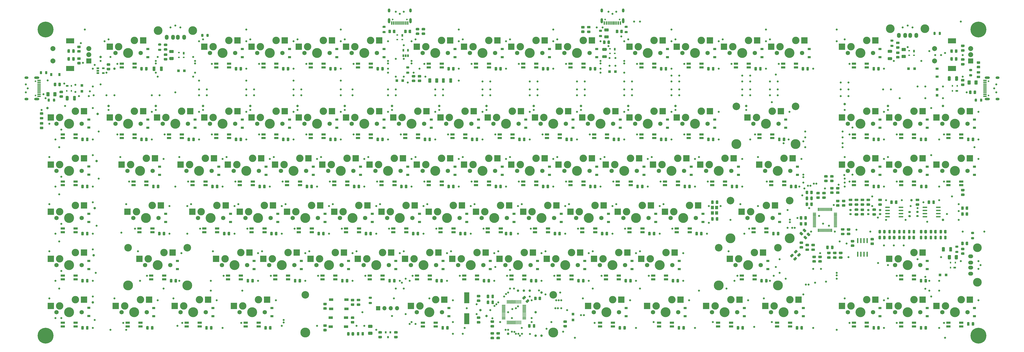
<source format=gbs>
%TF.GenerationSoftware,KiCad,Pcbnew,(5.1.10)-1*%
%TF.CreationDate,2021-11-05T15:43:11-04:00*%
%TF.ProjectId,custom_keyboard (f303),63757374-6f6d-45f6-9b65-79626f617264,rev?*%
%TF.SameCoordinates,Original*%
%TF.FileFunction,Soldermask,Bot*%
%TF.FilePolarity,Negative*%
%FSLAX46Y46*%
G04 Gerber Fmt 4.6, Leading zero omitted, Abs format (unit mm)*
G04 Created by KiCad (PCBNEW (5.1.10)-1) date 2021-11-05 15:43:11*
%MOMM*%
%LPD*%
G01*
G04 APERTURE LIST*
%ADD10R,1.800000X0.900000*%
%ADD11R,2.550000X2.500000*%
%ADD12C,3.000000*%
%ADD13C,1.750000*%
%ADD14C,4.000000*%
%ADD15C,3.048000*%
%ADD16C,3.987800*%
%ADD17O,0.270000X1.500000*%
%ADD18O,1.500000X0.270000*%
%ADD19R,0.650000X1.060000*%
%ADD20R,1.800000X1.100000*%
%ADD21R,1.000000X1.000000*%
%ADD22C,1.000000*%
%ADD23O,1.700000X1.700000*%
%ADD24R,1.700000X1.700000*%
%ADD25R,2.000000X4.500000*%
%ADD26R,1.200000X0.900000*%
%ADD27O,0.588000X2.045000*%
%ADD28R,0.700000X1.000000*%
%ADD29R,0.700000X0.600000*%
%ADD30R,1.000000X0.700000*%
%ADD31R,0.600000X0.700000*%
%ADD32R,0.800000X0.900000*%
%ADD33R,1.060000X0.650000*%
%ADD34O,1.950000X0.568000*%
%ADD35R,1.450000X0.600000*%
%ADD36R,1.450000X0.300000*%
%ADD37C,0.650000*%
%ADD38O,2.100000X1.000000*%
%ADD39O,1.600000X1.000000*%
%ADD40C,3.500000*%
%ADD41O,1.500000X2.000000*%
%ADD42R,1.200000X1.400000*%
%ADD43R,0.600000X1.450000*%
%ADD44R,0.300000X1.450000*%
%ADD45O,1.000000X2.100000*%
%ADD46O,1.000000X1.600000*%
%ADD47O,2.000000X1.500000*%
%ADD48R,0.900000X1.200000*%
%ADD49R,2.000000X2.000000*%
%ADD50C,2.000000*%
%ADD51R,3.200000X2.000000*%
%ADD52C,6.400000*%
%ADD53C,0.800000*%
G04 APERTURE END LIST*
%TO.C,U14*%
G36*
G01*
X265370600Y-277857800D02*
X265370600Y-276532800D01*
G75*
G02*
X265445600Y-276457800I75000J0D01*
G01*
X265595600Y-276457800D01*
G75*
G02*
X265670600Y-276532800I0J-75000D01*
G01*
X265670600Y-277857800D01*
G75*
G02*
X265595600Y-277932800I-75000J0D01*
G01*
X265445600Y-277932800D01*
G75*
G02*
X265370600Y-277857800I0J75000D01*
G01*
G37*
G36*
G01*
X265870600Y-277857800D02*
X265870600Y-276532800D01*
G75*
G02*
X265945600Y-276457800I75000J0D01*
G01*
X266095600Y-276457800D01*
G75*
G02*
X266170600Y-276532800I0J-75000D01*
G01*
X266170600Y-277857800D01*
G75*
G02*
X266095600Y-277932800I-75000J0D01*
G01*
X265945600Y-277932800D01*
G75*
G02*
X265870600Y-277857800I0J75000D01*
G01*
G37*
G36*
G01*
X266370600Y-277857800D02*
X266370600Y-276532800D01*
G75*
G02*
X266445600Y-276457800I75000J0D01*
G01*
X266595600Y-276457800D01*
G75*
G02*
X266670600Y-276532800I0J-75000D01*
G01*
X266670600Y-277857800D01*
G75*
G02*
X266595600Y-277932800I-75000J0D01*
G01*
X266445600Y-277932800D01*
G75*
G02*
X266370600Y-277857800I0J75000D01*
G01*
G37*
G36*
G01*
X266870600Y-277857800D02*
X266870600Y-276532800D01*
G75*
G02*
X266945600Y-276457800I75000J0D01*
G01*
X267095600Y-276457800D01*
G75*
G02*
X267170600Y-276532800I0J-75000D01*
G01*
X267170600Y-277857800D01*
G75*
G02*
X267095600Y-277932800I-75000J0D01*
G01*
X266945600Y-277932800D01*
G75*
G02*
X266870600Y-277857800I0J75000D01*
G01*
G37*
G36*
G01*
X267370600Y-277857800D02*
X267370600Y-276532800D01*
G75*
G02*
X267445600Y-276457800I75000J0D01*
G01*
X267595600Y-276457800D01*
G75*
G02*
X267670600Y-276532800I0J-75000D01*
G01*
X267670600Y-277857800D01*
G75*
G02*
X267595600Y-277932800I-75000J0D01*
G01*
X267445600Y-277932800D01*
G75*
G02*
X267370600Y-277857800I0J75000D01*
G01*
G37*
G36*
G01*
X267870600Y-277857800D02*
X267870600Y-276532800D01*
G75*
G02*
X267945600Y-276457800I75000J0D01*
G01*
X268095600Y-276457800D01*
G75*
G02*
X268170600Y-276532800I0J-75000D01*
G01*
X268170600Y-277857800D01*
G75*
G02*
X268095600Y-277932800I-75000J0D01*
G01*
X267945600Y-277932800D01*
G75*
G02*
X267870600Y-277857800I0J75000D01*
G01*
G37*
G36*
G01*
X268370600Y-277857800D02*
X268370600Y-276532800D01*
G75*
G02*
X268445600Y-276457800I75000J0D01*
G01*
X268595600Y-276457800D01*
G75*
G02*
X268670600Y-276532800I0J-75000D01*
G01*
X268670600Y-277857800D01*
G75*
G02*
X268595600Y-277932800I-75000J0D01*
G01*
X268445600Y-277932800D01*
G75*
G02*
X268370600Y-277857800I0J75000D01*
G01*
G37*
G36*
G01*
X268870600Y-277857800D02*
X268870600Y-276532800D01*
G75*
G02*
X268945600Y-276457800I75000J0D01*
G01*
X269095600Y-276457800D01*
G75*
G02*
X269170600Y-276532800I0J-75000D01*
G01*
X269170600Y-277857800D01*
G75*
G02*
X269095600Y-277932800I-75000J0D01*
G01*
X268945600Y-277932800D01*
G75*
G02*
X268870600Y-277857800I0J75000D01*
G01*
G37*
G36*
G01*
X269370600Y-277857800D02*
X269370600Y-276532800D01*
G75*
G02*
X269445600Y-276457800I75000J0D01*
G01*
X269595600Y-276457800D01*
G75*
G02*
X269670600Y-276532800I0J-75000D01*
G01*
X269670600Y-277857800D01*
G75*
G02*
X269595600Y-277932800I-75000J0D01*
G01*
X269445600Y-277932800D01*
G75*
G02*
X269370600Y-277857800I0J75000D01*
G01*
G37*
G36*
G01*
X269870600Y-277857800D02*
X269870600Y-276532800D01*
G75*
G02*
X269945600Y-276457800I75000J0D01*
G01*
X270095600Y-276457800D01*
G75*
G02*
X270170600Y-276532800I0J-75000D01*
G01*
X270170600Y-277857800D01*
G75*
G02*
X270095600Y-277932800I-75000J0D01*
G01*
X269945600Y-277932800D01*
G75*
G02*
X269870600Y-277857800I0J75000D01*
G01*
G37*
G36*
G01*
X270370600Y-277857800D02*
X270370600Y-276532800D01*
G75*
G02*
X270445600Y-276457800I75000J0D01*
G01*
X270595600Y-276457800D01*
G75*
G02*
X270670600Y-276532800I0J-75000D01*
G01*
X270670600Y-277857800D01*
G75*
G02*
X270595600Y-277932800I-75000J0D01*
G01*
X270445600Y-277932800D01*
G75*
G02*
X270370600Y-277857800I0J75000D01*
G01*
G37*
G36*
G01*
X270870600Y-277857800D02*
X270870600Y-276532800D01*
G75*
G02*
X270945600Y-276457800I75000J0D01*
G01*
X271095600Y-276457800D01*
G75*
G02*
X271170600Y-276532800I0J-75000D01*
G01*
X271170600Y-277857800D01*
G75*
G02*
X271095600Y-277932800I-75000J0D01*
G01*
X270945600Y-277932800D01*
G75*
G02*
X270870600Y-277857800I0J75000D01*
G01*
G37*
G36*
G01*
X271695600Y-275857800D02*
X271695600Y-275707800D01*
G75*
G02*
X271770600Y-275632800I75000J0D01*
G01*
X273095600Y-275632800D01*
G75*
G02*
X273170600Y-275707800I0J-75000D01*
G01*
X273170600Y-275857800D01*
G75*
G02*
X273095600Y-275932800I-75000J0D01*
G01*
X271770600Y-275932800D01*
G75*
G02*
X271695600Y-275857800I0J75000D01*
G01*
G37*
G36*
G01*
X271695600Y-275357800D02*
X271695600Y-275207800D01*
G75*
G02*
X271770600Y-275132800I75000J0D01*
G01*
X273095600Y-275132800D01*
G75*
G02*
X273170600Y-275207800I0J-75000D01*
G01*
X273170600Y-275357800D01*
G75*
G02*
X273095600Y-275432800I-75000J0D01*
G01*
X271770600Y-275432800D01*
G75*
G02*
X271695600Y-275357800I0J75000D01*
G01*
G37*
G36*
G01*
X271695600Y-274857800D02*
X271695600Y-274707800D01*
G75*
G02*
X271770600Y-274632800I75000J0D01*
G01*
X273095600Y-274632800D01*
G75*
G02*
X273170600Y-274707800I0J-75000D01*
G01*
X273170600Y-274857800D01*
G75*
G02*
X273095600Y-274932800I-75000J0D01*
G01*
X271770600Y-274932800D01*
G75*
G02*
X271695600Y-274857800I0J75000D01*
G01*
G37*
G36*
G01*
X271695600Y-274357800D02*
X271695600Y-274207800D01*
G75*
G02*
X271770600Y-274132800I75000J0D01*
G01*
X273095600Y-274132800D01*
G75*
G02*
X273170600Y-274207800I0J-75000D01*
G01*
X273170600Y-274357800D01*
G75*
G02*
X273095600Y-274432800I-75000J0D01*
G01*
X271770600Y-274432800D01*
G75*
G02*
X271695600Y-274357800I0J75000D01*
G01*
G37*
G36*
G01*
X271695600Y-273857800D02*
X271695600Y-273707800D01*
G75*
G02*
X271770600Y-273632800I75000J0D01*
G01*
X273095600Y-273632800D01*
G75*
G02*
X273170600Y-273707800I0J-75000D01*
G01*
X273170600Y-273857800D01*
G75*
G02*
X273095600Y-273932800I-75000J0D01*
G01*
X271770600Y-273932800D01*
G75*
G02*
X271695600Y-273857800I0J75000D01*
G01*
G37*
G36*
G01*
X271695600Y-273357800D02*
X271695600Y-273207800D01*
G75*
G02*
X271770600Y-273132800I75000J0D01*
G01*
X273095600Y-273132800D01*
G75*
G02*
X273170600Y-273207800I0J-75000D01*
G01*
X273170600Y-273357800D01*
G75*
G02*
X273095600Y-273432800I-75000J0D01*
G01*
X271770600Y-273432800D01*
G75*
G02*
X271695600Y-273357800I0J75000D01*
G01*
G37*
G36*
G01*
X271695600Y-272857800D02*
X271695600Y-272707800D01*
G75*
G02*
X271770600Y-272632800I75000J0D01*
G01*
X273095600Y-272632800D01*
G75*
G02*
X273170600Y-272707800I0J-75000D01*
G01*
X273170600Y-272857800D01*
G75*
G02*
X273095600Y-272932800I-75000J0D01*
G01*
X271770600Y-272932800D01*
G75*
G02*
X271695600Y-272857800I0J75000D01*
G01*
G37*
G36*
G01*
X271695600Y-272357800D02*
X271695600Y-272207800D01*
G75*
G02*
X271770600Y-272132800I75000J0D01*
G01*
X273095600Y-272132800D01*
G75*
G02*
X273170600Y-272207800I0J-75000D01*
G01*
X273170600Y-272357800D01*
G75*
G02*
X273095600Y-272432800I-75000J0D01*
G01*
X271770600Y-272432800D01*
G75*
G02*
X271695600Y-272357800I0J75000D01*
G01*
G37*
G36*
G01*
X271695600Y-271857800D02*
X271695600Y-271707800D01*
G75*
G02*
X271770600Y-271632800I75000J0D01*
G01*
X273095600Y-271632800D01*
G75*
G02*
X273170600Y-271707800I0J-75000D01*
G01*
X273170600Y-271857800D01*
G75*
G02*
X273095600Y-271932800I-75000J0D01*
G01*
X271770600Y-271932800D01*
G75*
G02*
X271695600Y-271857800I0J75000D01*
G01*
G37*
G36*
G01*
X271695600Y-271357800D02*
X271695600Y-271207800D01*
G75*
G02*
X271770600Y-271132800I75000J0D01*
G01*
X273095600Y-271132800D01*
G75*
G02*
X273170600Y-271207800I0J-75000D01*
G01*
X273170600Y-271357800D01*
G75*
G02*
X273095600Y-271432800I-75000J0D01*
G01*
X271770600Y-271432800D01*
G75*
G02*
X271695600Y-271357800I0J75000D01*
G01*
G37*
G36*
G01*
X271695600Y-270857800D02*
X271695600Y-270707800D01*
G75*
G02*
X271770600Y-270632800I75000J0D01*
G01*
X273095600Y-270632800D01*
G75*
G02*
X273170600Y-270707800I0J-75000D01*
G01*
X273170600Y-270857800D01*
G75*
G02*
X273095600Y-270932800I-75000J0D01*
G01*
X271770600Y-270932800D01*
G75*
G02*
X271695600Y-270857800I0J75000D01*
G01*
G37*
G36*
G01*
X271695600Y-270357800D02*
X271695600Y-270207800D01*
G75*
G02*
X271770600Y-270132800I75000J0D01*
G01*
X273095600Y-270132800D01*
G75*
G02*
X273170600Y-270207800I0J-75000D01*
G01*
X273170600Y-270357800D01*
G75*
G02*
X273095600Y-270432800I-75000J0D01*
G01*
X271770600Y-270432800D01*
G75*
G02*
X271695600Y-270357800I0J75000D01*
G01*
G37*
G36*
G01*
X270870600Y-269532800D02*
X270870600Y-268207800D01*
G75*
G02*
X270945600Y-268132800I75000J0D01*
G01*
X271095600Y-268132800D01*
G75*
G02*
X271170600Y-268207800I0J-75000D01*
G01*
X271170600Y-269532800D01*
G75*
G02*
X271095600Y-269607800I-75000J0D01*
G01*
X270945600Y-269607800D01*
G75*
G02*
X270870600Y-269532800I0J75000D01*
G01*
G37*
G36*
G01*
X270370600Y-269532800D02*
X270370600Y-268207800D01*
G75*
G02*
X270445600Y-268132800I75000J0D01*
G01*
X270595600Y-268132800D01*
G75*
G02*
X270670600Y-268207800I0J-75000D01*
G01*
X270670600Y-269532800D01*
G75*
G02*
X270595600Y-269607800I-75000J0D01*
G01*
X270445600Y-269607800D01*
G75*
G02*
X270370600Y-269532800I0J75000D01*
G01*
G37*
G36*
G01*
X269870600Y-269532800D02*
X269870600Y-268207800D01*
G75*
G02*
X269945600Y-268132800I75000J0D01*
G01*
X270095600Y-268132800D01*
G75*
G02*
X270170600Y-268207800I0J-75000D01*
G01*
X270170600Y-269532800D01*
G75*
G02*
X270095600Y-269607800I-75000J0D01*
G01*
X269945600Y-269607800D01*
G75*
G02*
X269870600Y-269532800I0J75000D01*
G01*
G37*
G36*
G01*
X269370600Y-269532800D02*
X269370600Y-268207800D01*
G75*
G02*
X269445600Y-268132800I75000J0D01*
G01*
X269595600Y-268132800D01*
G75*
G02*
X269670600Y-268207800I0J-75000D01*
G01*
X269670600Y-269532800D01*
G75*
G02*
X269595600Y-269607800I-75000J0D01*
G01*
X269445600Y-269607800D01*
G75*
G02*
X269370600Y-269532800I0J75000D01*
G01*
G37*
G36*
G01*
X268870600Y-269532800D02*
X268870600Y-268207800D01*
G75*
G02*
X268945600Y-268132800I75000J0D01*
G01*
X269095600Y-268132800D01*
G75*
G02*
X269170600Y-268207800I0J-75000D01*
G01*
X269170600Y-269532800D01*
G75*
G02*
X269095600Y-269607800I-75000J0D01*
G01*
X268945600Y-269607800D01*
G75*
G02*
X268870600Y-269532800I0J75000D01*
G01*
G37*
G36*
G01*
X268370600Y-269532800D02*
X268370600Y-268207800D01*
G75*
G02*
X268445600Y-268132800I75000J0D01*
G01*
X268595600Y-268132800D01*
G75*
G02*
X268670600Y-268207800I0J-75000D01*
G01*
X268670600Y-269532800D01*
G75*
G02*
X268595600Y-269607800I-75000J0D01*
G01*
X268445600Y-269607800D01*
G75*
G02*
X268370600Y-269532800I0J75000D01*
G01*
G37*
G36*
G01*
X267870600Y-269532800D02*
X267870600Y-268207800D01*
G75*
G02*
X267945600Y-268132800I75000J0D01*
G01*
X268095600Y-268132800D01*
G75*
G02*
X268170600Y-268207800I0J-75000D01*
G01*
X268170600Y-269532800D01*
G75*
G02*
X268095600Y-269607800I-75000J0D01*
G01*
X267945600Y-269607800D01*
G75*
G02*
X267870600Y-269532800I0J75000D01*
G01*
G37*
G36*
G01*
X267370600Y-269532800D02*
X267370600Y-268207800D01*
G75*
G02*
X267445600Y-268132800I75000J0D01*
G01*
X267595600Y-268132800D01*
G75*
G02*
X267670600Y-268207800I0J-75000D01*
G01*
X267670600Y-269532800D01*
G75*
G02*
X267595600Y-269607800I-75000J0D01*
G01*
X267445600Y-269607800D01*
G75*
G02*
X267370600Y-269532800I0J75000D01*
G01*
G37*
G36*
G01*
X266870600Y-269532800D02*
X266870600Y-268207800D01*
G75*
G02*
X266945600Y-268132800I75000J0D01*
G01*
X267095600Y-268132800D01*
G75*
G02*
X267170600Y-268207800I0J-75000D01*
G01*
X267170600Y-269532800D01*
G75*
G02*
X267095600Y-269607800I-75000J0D01*
G01*
X266945600Y-269607800D01*
G75*
G02*
X266870600Y-269532800I0J75000D01*
G01*
G37*
G36*
G01*
X266370600Y-269532800D02*
X266370600Y-268207800D01*
G75*
G02*
X266445600Y-268132800I75000J0D01*
G01*
X266595600Y-268132800D01*
G75*
G02*
X266670600Y-268207800I0J-75000D01*
G01*
X266670600Y-269532800D01*
G75*
G02*
X266595600Y-269607800I-75000J0D01*
G01*
X266445600Y-269607800D01*
G75*
G02*
X266370600Y-269532800I0J75000D01*
G01*
G37*
G36*
G01*
X265870600Y-269532800D02*
X265870600Y-268207800D01*
G75*
G02*
X265945600Y-268132800I75000J0D01*
G01*
X266095600Y-268132800D01*
G75*
G02*
X266170600Y-268207800I0J-75000D01*
G01*
X266170600Y-269532800D01*
G75*
G02*
X266095600Y-269607800I-75000J0D01*
G01*
X265945600Y-269607800D01*
G75*
G02*
X265870600Y-269532800I0J75000D01*
G01*
G37*
G36*
G01*
X265370600Y-269532800D02*
X265370600Y-268207800D01*
G75*
G02*
X265445600Y-268132800I75000J0D01*
G01*
X265595600Y-268132800D01*
G75*
G02*
X265670600Y-268207800I0J-75000D01*
G01*
X265670600Y-269532800D01*
G75*
G02*
X265595600Y-269607800I-75000J0D01*
G01*
X265445600Y-269607800D01*
G75*
G02*
X265370600Y-269532800I0J75000D01*
G01*
G37*
G36*
G01*
X263370600Y-270357800D02*
X263370600Y-270207800D01*
G75*
G02*
X263445600Y-270132800I75000J0D01*
G01*
X264770600Y-270132800D01*
G75*
G02*
X264845600Y-270207800I0J-75000D01*
G01*
X264845600Y-270357800D01*
G75*
G02*
X264770600Y-270432800I-75000J0D01*
G01*
X263445600Y-270432800D01*
G75*
G02*
X263370600Y-270357800I0J75000D01*
G01*
G37*
G36*
G01*
X263370600Y-270857800D02*
X263370600Y-270707800D01*
G75*
G02*
X263445600Y-270632800I75000J0D01*
G01*
X264770600Y-270632800D01*
G75*
G02*
X264845600Y-270707800I0J-75000D01*
G01*
X264845600Y-270857800D01*
G75*
G02*
X264770600Y-270932800I-75000J0D01*
G01*
X263445600Y-270932800D01*
G75*
G02*
X263370600Y-270857800I0J75000D01*
G01*
G37*
G36*
G01*
X263370600Y-271357800D02*
X263370600Y-271207800D01*
G75*
G02*
X263445600Y-271132800I75000J0D01*
G01*
X264770600Y-271132800D01*
G75*
G02*
X264845600Y-271207800I0J-75000D01*
G01*
X264845600Y-271357800D01*
G75*
G02*
X264770600Y-271432800I-75000J0D01*
G01*
X263445600Y-271432800D01*
G75*
G02*
X263370600Y-271357800I0J75000D01*
G01*
G37*
G36*
G01*
X263370600Y-271857800D02*
X263370600Y-271707800D01*
G75*
G02*
X263445600Y-271632800I75000J0D01*
G01*
X264770600Y-271632800D01*
G75*
G02*
X264845600Y-271707800I0J-75000D01*
G01*
X264845600Y-271857800D01*
G75*
G02*
X264770600Y-271932800I-75000J0D01*
G01*
X263445600Y-271932800D01*
G75*
G02*
X263370600Y-271857800I0J75000D01*
G01*
G37*
G36*
G01*
X263370600Y-272357800D02*
X263370600Y-272207800D01*
G75*
G02*
X263445600Y-272132800I75000J0D01*
G01*
X264770600Y-272132800D01*
G75*
G02*
X264845600Y-272207800I0J-75000D01*
G01*
X264845600Y-272357800D01*
G75*
G02*
X264770600Y-272432800I-75000J0D01*
G01*
X263445600Y-272432800D01*
G75*
G02*
X263370600Y-272357800I0J75000D01*
G01*
G37*
G36*
G01*
X263370600Y-272857800D02*
X263370600Y-272707800D01*
G75*
G02*
X263445600Y-272632800I75000J0D01*
G01*
X264770600Y-272632800D01*
G75*
G02*
X264845600Y-272707800I0J-75000D01*
G01*
X264845600Y-272857800D01*
G75*
G02*
X264770600Y-272932800I-75000J0D01*
G01*
X263445600Y-272932800D01*
G75*
G02*
X263370600Y-272857800I0J75000D01*
G01*
G37*
G36*
G01*
X263370600Y-273357800D02*
X263370600Y-273207800D01*
G75*
G02*
X263445600Y-273132800I75000J0D01*
G01*
X264770600Y-273132800D01*
G75*
G02*
X264845600Y-273207800I0J-75000D01*
G01*
X264845600Y-273357800D01*
G75*
G02*
X264770600Y-273432800I-75000J0D01*
G01*
X263445600Y-273432800D01*
G75*
G02*
X263370600Y-273357800I0J75000D01*
G01*
G37*
G36*
G01*
X263370600Y-273857800D02*
X263370600Y-273707800D01*
G75*
G02*
X263445600Y-273632800I75000J0D01*
G01*
X264770600Y-273632800D01*
G75*
G02*
X264845600Y-273707800I0J-75000D01*
G01*
X264845600Y-273857800D01*
G75*
G02*
X264770600Y-273932800I-75000J0D01*
G01*
X263445600Y-273932800D01*
G75*
G02*
X263370600Y-273857800I0J75000D01*
G01*
G37*
G36*
G01*
X263370600Y-274357800D02*
X263370600Y-274207800D01*
G75*
G02*
X263445600Y-274132800I75000J0D01*
G01*
X264770600Y-274132800D01*
G75*
G02*
X264845600Y-274207800I0J-75000D01*
G01*
X264845600Y-274357800D01*
G75*
G02*
X264770600Y-274432800I-75000J0D01*
G01*
X263445600Y-274432800D01*
G75*
G02*
X263370600Y-274357800I0J75000D01*
G01*
G37*
G36*
G01*
X263370600Y-274857800D02*
X263370600Y-274707800D01*
G75*
G02*
X263445600Y-274632800I75000J0D01*
G01*
X264770600Y-274632800D01*
G75*
G02*
X264845600Y-274707800I0J-75000D01*
G01*
X264845600Y-274857800D01*
G75*
G02*
X264770600Y-274932800I-75000J0D01*
G01*
X263445600Y-274932800D01*
G75*
G02*
X263370600Y-274857800I0J75000D01*
G01*
G37*
G36*
G01*
X263370600Y-275357800D02*
X263370600Y-275207800D01*
G75*
G02*
X263445600Y-275132800I75000J0D01*
G01*
X264770600Y-275132800D01*
G75*
G02*
X264845600Y-275207800I0J-75000D01*
G01*
X264845600Y-275357800D01*
G75*
G02*
X264770600Y-275432800I-75000J0D01*
G01*
X263445600Y-275432800D01*
G75*
G02*
X263370600Y-275357800I0J75000D01*
G01*
G37*
G36*
G01*
X263370600Y-275857800D02*
X263370600Y-275707800D01*
G75*
G02*
X263445600Y-275632800I75000J0D01*
G01*
X264770600Y-275632800D01*
G75*
G02*
X264845600Y-275707800I0J-75000D01*
G01*
X264845600Y-275857800D01*
G75*
G02*
X264770600Y-275932800I-75000J0D01*
G01*
X263445600Y-275932800D01*
G75*
G02*
X263370600Y-275857800I0J75000D01*
G01*
G37*
%TD*%
D10*
%TO.C,MX84*%
X308174500Y-278832800D03*
X308174500Y-277332800D03*
X302974500Y-278832800D03*
X302974500Y-277332800D03*
D11*
X311589500Y-267952800D03*
X298164500Y-270492800D03*
D12*
X308114500Y-267952800D03*
X301764500Y-270492800D03*
D13*
X310654500Y-273032800D03*
X300494500Y-273032800D03*
D14*
X305574500Y-273032800D03*
%TD*%
D10*
%TO.C,MX14*%
X410561800Y-174064400D03*
X410561800Y-172564400D03*
X405361800Y-174064400D03*
X405361800Y-172564400D03*
D11*
X413976800Y-163184400D03*
X400551800Y-165724400D03*
D12*
X410501800Y-163184400D03*
X404151800Y-165724400D03*
D13*
X413041800Y-168264400D03*
X402881800Y-168264400D03*
D14*
X407961800Y-168264400D03*
%TD*%
%TO.C,R27*%
G36*
G01*
X277395000Y-267026898D02*
X277395000Y-267926902D01*
G75*
G02*
X277145002Y-268176900I-249998J0D01*
G01*
X276619998Y-268176900D01*
G75*
G02*
X276370000Y-267926902I0J249998D01*
G01*
X276370000Y-267026898D01*
G75*
G02*
X276619998Y-266776900I249998J0D01*
G01*
X277145002Y-266776900D01*
G75*
G02*
X277395000Y-267026898I0J-249998D01*
G01*
G37*
G36*
G01*
X279220000Y-267026898D02*
X279220000Y-267926902D01*
G75*
G02*
X278970002Y-268176900I-249998J0D01*
G01*
X278444998Y-268176900D01*
G75*
G02*
X278195000Y-267926902I0J249998D01*
G01*
X278195000Y-267026898D01*
G75*
G02*
X278444998Y-266776900I249998J0D01*
G01*
X278970002Y-266776900D01*
G75*
G02*
X279220000Y-267026898I0J-249998D01*
G01*
G37*
%TD*%
%TO.C,R65*%
G36*
G01*
X229722998Y-178982500D02*
X230623002Y-178982500D01*
G75*
G02*
X230873000Y-179232498I0J-249998D01*
G01*
X230873000Y-179757502D01*
G75*
G02*
X230623002Y-180007500I-249998J0D01*
G01*
X229722998Y-180007500D01*
G75*
G02*
X229473000Y-179757502I0J249998D01*
G01*
X229473000Y-179232498D01*
G75*
G02*
X229722998Y-178982500I249998J0D01*
G01*
G37*
G36*
G01*
X229722998Y-177157500D02*
X230623002Y-177157500D01*
G75*
G02*
X230873000Y-177407498I0J-249998D01*
G01*
X230873000Y-177932502D01*
G75*
G02*
X230623002Y-178182500I-249998J0D01*
G01*
X229722998Y-178182500D01*
G75*
G02*
X229473000Y-177932502I0J249998D01*
G01*
X229473000Y-177407498D01*
G75*
G02*
X229722998Y-177157500I249998J0D01*
G01*
G37*
%TD*%
%TO.C,D12*%
G36*
G01*
X228248150Y-178132500D02*
X227335650Y-178132500D01*
G75*
G02*
X227091900Y-177888750I0J243750D01*
G01*
X227091900Y-177401250D01*
G75*
G02*
X227335650Y-177157500I243750J0D01*
G01*
X228248150Y-177157500D01*
G75*
G02*
X228491900Y-177401250I0J-243750D01*
G01*
X228491900Y-177888750D01*
G75*
G02*
X228248150Y-178132500I-243750J0D01*
G01*
G37*
G36*
G01*
X228248150Y-180007500D02*
X227335650Y-180007500D01*
G75*
G02*
X227091900Y-179763750I0J243750D01*
G01*
X227091900Y-179276250D01*
G75*
G02*
X227335650Y-179032500I243750J0D01*
G01*
X228248150Y-179032500D01*
G75*
G02*
X228491900Y-179276250I0J-243750D01*
G01*
X228491900Y-179763750D01*
G75*
G02*
X228248150Y-180007500I-243750J0D01*
G01*
G37*
%TD*%
%TO.C,R64*%
G36*
G01*
X202793500Y-282258502D02*
X202793500Y-281358498D01*
G75*
G02*
X203043498Y-281108500I249998J0D01*
G01*
X203568502Y-281108500D01*
G75*
G02*
X203818500Y-281358498I0J-249998D01*
G01*
X203818500Y-282258502D01*
G75*
G02*
X203568502Y-282508500I-249998J0D01*
G01*
X203043498Y-282508500D01*
G75*
G02*
X202793500Y-282258502I0J249998D01*
G01*
G37*
G36*
G01*
X200968500Y-282258502D02*
X200968500Y-281358498D01*
G75*
G02*
X201218498Y-281108500I249998J0D01*
G01*
X201743502Y-281108500D01*
G75*
G02*
X201993500Y-281358498I0J-249998D01*
G01*
X201993500Y-282258502D01*
G75*
G02*
X201743502Y-282508500I-249998J0D01*
G01*
X201218498Y-282508500D01*
G75*
G02*
X200968500Y-282258502I0J249998D01*
G01*
G37*
%TD*%
%TO.C,D11*%
G36*
G01*
X206812000Y-282219750D02*
X206812000Y-281307250D01*
G75*
G02*
X207055750Y-281063500I243750J0D01*
G01*
X207543250Y-281063500D01*
G75*
G02*
X207787000Y-281307250I0J-243750D01*
G01*
X207787000Y-282219750D01*
G75*
G02*
X207543250Y-282463500I-243750J0D01*
G01*
X207055750Y-282463500D01*
G75*
G02*
X206812000Y-282219750I0J243750D01*
G01*
G37*
G36*
G01*
X204937000Y-282219750D02*
X204937000Y-281307250D01*
G75*
G02*
X205180750Y-281063500I243750J0D01*
G01*
X205668250Y-281063500D01*
G75*
G02*
X205912000Y-281307250I0J-243750D01*
G01*
X205912000Y-282219750D01*
G75*
G02*
X205668250Y-282463500I-243750J0D01*
G01*
X205180750Y-282463500D01*
G75*
G02*
X204937000Y-282219750I0J243750D01*
G01*
G37*
%TD*%
D15*
%TO.C,MX64*%
X379421100Y-227950200D03*
X355545100Y-227950200D03*
D16*
X379421100Y-243190200D03*
X355545100Y-243190200D03*
D10*
X370083100Y-240735200D03*
X370083100Y-239235200D03*
X364883100Y-240735200D03*
X364883100Y-239235200D03*
D11*
X373498100Y-229855200D03*
X360073100Y-232395200D03*
D12*
X370023100Y-229855200D03*
X363673100Y-232395200D03*
D13*
X372563100Y-234935200D03*
X362403100Y-234935200D03*
D14*
X367483100Y-234935200D03*
%TD*%
D17*
%TO.C,FE2.1*%
X396425200Y-239978900D03*
X395925200Y-239978900D03*
X395425200Y-239978900D03*
X394925200Y-239978900D03*
X394425200Y-239978900D03*
X393925200Y-239978900D03*
X393425200Y-239978900D03*
X392925200Y-239978900D03*
X392425200Y-239978900D03*
X391925200Y-239978900D03*
X391425200Y-239978900D03*
X390925200Y-239978900D03*
D18*
X389425200Y-238478900D03*
X389425200Y-237978900D03*
X389425200Y-237478900D03*
X389425200Y-236978900D03*
X389425200Y-236478900D03*
X389425200Y-235978900D03*
X389425200Y-235478900D03*
X389425200Y-234978900D03*
X389425200Y-234478900D03*
X389425200Y-233978900D03*
X389425200Y-233478900D03*
X389425200Y-232978900D03*
D17*
X390925200Y-231478900D03*
X391425200Y-231478900D03*
X391925200Y-231478900D03*
X392425200Y-231478900D03*
X392925200Y-231478900D03*
X393425200Y-231478900D03*
X393925200Y-231478900D03*
X394425200Y-231478900D03*
X394925200Y-231478900D03*
X395425200Y-231478900D03*
X395925200Y-231478900D03*
X396425200Y-231478900D03*
D18*
X397925200Y-232978900D03*
X397925200Y-233478900D03*
X397925200Y-233978900D03*
X397925200Y-234478900D03*
X397925200Y-234978900D03*
X397925200Y-235478900D03*
X397925200Y-235978900D03*
X397925200Y-236478900D03*
X397925200Y-236978900D03*
X397925200Y-237478900D03*
X397925200Y-237978900D03*
X397925200Y-238478900D03*
%TD*%
%TO.C,R24*%
G36*
G01*
X191625398Y-271051700D02*
X192525402Y-271051700D01*
G75*
G02*
X192775400Y-271301698I0J-249998D01*
G01*
X192775400Y-271826702D01*
G75*
G02*
X192525402Y-272076700I-249998J0D01*
G01*
X191625398Y-272076700D01*
G75*
G02*
X191375400Y-271826702I0J249998D01*
G01*
X191375400Y-271301698D01*
G75*
G02*
X191625398Y-271051700I249998J0D01*
G01*
G37*
G36*
G01*
X191625398Y-269226700D02*
X192525402Y-269226700D01*
G75*
G02*
X192775400Y-269476698I0J-249998D01*
G01*
X192775400Y-270001702D01*
G75*
G02*
X192525402Y-270251700I-249998J0D01*
G01*
X191625398Y-270251700D01*
G75*
G02*
X191375400Y-270001702I0J249998D01*
G01*
X191375400Y-269476698D01*
G75*
G02*
X191625398Y-269226700I249998J0D01*
G01*
G37*
%TD*%
%TO.C,R25*%
G36*
G01*
X202737198Y-276607600D02*
X203637202Y-276607600D01*
G75*
G02*
X203887200Y-276857598I0J-249998D01*
G01*
X203887200Y-277382602D01*
G75*
G02*
X203637202Y-277632600I-249998J0D01*
G01*
X202737198Y-277632600D01*
G75*
G02*
X202487200Y-277382602I0J249998D01*
G01*
X202487200Y-276857598D01*
G75*
G02*
X202737198Y-276607600I249998J0D01*
G01*
G37*
G36*
G01*
X202737198Y-274782600D02*
X203637202Y-274782600D01*
G75*
G02*
X203887200Y-275032598I0J-249998D01*
G01*
X203887200Y-275557602D01*
G75*
G02*
X203637202Y-275807600I-249998J0D01*
G01*
X202737198Y-275807600D01*
G75*
G02*
X202487200Y-275557602I0J249998D01*
G01*
X202487200Y-275032598D01*
G75*
G02*
X202737198Y-274782600I249998J0D01*
G01*
G37*
%TD*%
%TO.C,R19*%
G36*
G01*
X192525402Y-278982400D02*
X191625398Y-278982400D01*
G75*
G02*
X191375400Y-278732402I0J249998D01*
G01*
X191375400Y-278207398D01*
G75*
G02*
X191625398Y-277957400I249998J0D01*
G01*
X192525402Y-277957400D01*
G75*
G02*
X192775400Y-278207398I0J-249998D01*
G01*
X192775400Y-278732402D01*
G75*
G02*
X192525402Y-278982400I-249998J0D01*
G01*
G37*
G36*
G01*
X192525402Y-280807400D02*
X191625398Y-280807400D01*
G75*
G02*
X191375400Y-280557402I0J249998D01*
G01*
X191375400Y-280032398D01*
G75*
G02*
X191625398Y-279782400I249998J0D01*
G01*
X192525402Y-279782400D01*
G75*
G02*
X192775400Y-280032398I0J-249998D01*
G01*
X192775400Y-280557402D01*
G75*
G02*
X192525402Y-280807400I-249998J0D01*
G01*
G37*
%TD*%
%TO.C,R56*%
G36*
G01*
X453602700Y-184588402D02*
X453602700Y-183688398D01*
G75*
G02*
X453852698Y-183438400I249998J0D01*
G01*
X454377702Y-183438400D01*
G75*
G02*
X454627700Y-183688398I0J-249998D01*
G01*
X454627700Y-184588402D01*
G75*
G02*
X454377702Y-184838400I-249998J0D01*
G01*
X453852698Y-184838400D01*
G75*
G02*
X453602700Y-184588402I0J249998D01*
G01*
G37*
G36*
G01*
X451777700Y-184588402D02*
X451777700Y-183688398D01*
G75*
G02*
X452027698Y-183438400I249998J0D01*
G01*
X452552702Y-183438400D01*
G75*
G02*
X452802700Y-183688398I0J-249998D01*
G01*
X452802700Y-184588402D01*
G75*
G02*
X452552702Y-184838400I-249998J0D01*
G01*
X452027698Y-184838400D01*
G75*
G02*
X451777700Y-184588402I0J249998D01*
G01*
G37*
%TD*%
%TO.C,R50*%
G36*
G01*
X448784198Y-180569900D02*
X449684202Y-180569900D01*
G75*
G02*
X449934200Y-180819898I0J-249998D01*
G01*
X449934200Y-181344902D01*
G75*
G02*
X449684202Y-181594900I-249998J0D01*
G01*
X448784198Y-181594900D01*
G75*
G02*
X448534200Y-181344902I0J249998D01*
G01*
X448534200Y-180819898D01*
G75*
G02*
X448784198Y-180569900I249998J0D01*
G01*
G37*
G36*
G01*
X448784198Y-178744900D02*
X449684202Y-178744900D01*
G75*
G02*
X449934200Y-178994898I0J-249998D01*
G01*
X449934200Y-179519902D01*
G75*
G02*
X449684202Y-179769900I-249998J0D01*
G01*
X448784198Y-179769900D01*
G75*
G02*
X448534200Y-179519902I0J249998D01*
G01*
X448534200Y-178994898D01*
G75*
G02*
X448784198Y-178744900I249998J0D01*
G01*
G37*
%TD*%
%TO.C,R14*%
G36*
G01*
X83732200Y-180513598D02*
X83732200Y-181413602D01*
G75*
G02*
X83482202Y-181663600I-249998J0D01*
G01*
X82957198Y-181663600D01*
G75*
G02*
X82707200Y-181413602I0J249998D01*
G01*
X82707200Y-180513598D01*
G75*
G02*
X82957198Y-180263600I249998J0D01*
G01*
X83482202Y-180263600D01*
G75*
G02*
X83732200Y-180513598I0J-249998D01*
G01*
G37*
G36*
G01*
X85557200Y-180513598D02*
X85557200Y-181413602D01*
G75*
G02*
X85307202Y-181663600I-249998J0D01*
G01*
X84782198Y-181663600D01*
G75*
G02*
X84532200Y-181413602I0J249998D01*
G01*
X84532200Y-180513598D01*
G75*
G02*
X84782198Y-180263600I249998J0D01*
G01*
X85307202Y-180263600D01*
G75*
G02*
X85557200Y-180513598I0J-249998D01*
G01*
G37*
%TD*%
%TO.C,R7*%
G36*
G01*
X86169602Y-184532100D02*
X85269598Y-184532100D01*
G75*
G02*
X85019600Y-184282102I0J249998D01*
G01*
X85019600Y-183757098D01*
G75*
G02*
X85269598Y-183507100I249998J0D01*
G01*
X86169602Y-183507100D01*
G75*
G02*
X86419600Y-183757098I0J-249998D01*
G01*
X86419600Y-184282102D01*
G75*
G02*
X86169602Y-184532100I-249998J0D01*
G01*
G37*
G36*
G01*
X86169602Y-186357100D02*
X85269598Y-186357100D01*
G75*
G02*
X85019600Y-186107102I0J249998D01*
G01*
X85019600Y-185582098D01*
G75*
G02*
X85269598Y-185332100I249998J0D01*
G01*
X86169602Y-185332100D01*
G75*
G02*
X86419600Y-185582098I0J-249998D01*
G01*
X86419600Y-186107102D01*
G75*
G02*
X86169602Y-186357100I-249998J0D01*
G01*
G37*
%TD*%
%TO.C,R22*%
G36*
G01*
X203637202Y-268664300D02*
X202737198Y-268664300D01*
G75*
G02*
X202487200Y-268414302I0J249998D01*
G01*
X202487200Y-267889298D01*
G75*
G02*
X202737198Y-267639300I249998J0D01*
G01*
X203637202Y-267639300D01*
G75*
G02*
X203887200Y-267889298I0J-249998D01*
G01*
X203887200Y-268414302D01*
G75*
G02*
X203637202Y-268664300I-249998J0D01*
G01*
G37*
G36*
G01*
X203637202Y-270489300D02*
X202737198Y-270489300D01*
G75*
G02*
X202487200Y-270239302I0J249998D01*
G01*
X202487200Y-269714298D01*
G75*
G02*
X202737198Y-269464300I249998J0D01*
G01*
X203637202Y-269464300D01*
G75*
G02*
X203887200Y-269714298I0J-249998D01*
G01*
X203887200Y-270239302D01*
G75*
G02*
X203637202Y-270489300I-249998J0D01*
G01*
G37*
%TD*%
D19*
%TO.C,U1*%
X225567100Y-167164400D03*
X223667100Y-167164400D03*
X223667100Y-169364400D03*
X224617100Y-169364400D03*
X225567100Y-169364400D03*
%TD*%
D20*
%TO.C,SW2*%
X200562400Y-278933500D03*
X194362400Y-275233500D03*
X200562400Y-275233500D03*
X194362400Y-278933500D03*
%TD*%
%TO.C,F1*%
G36*
G01*
X236503900Y-180001200D02*
X236503900Y-178751200D01*
G75*
G02*
X236753900Y-178501200I250000J0D01*
G01*
X237503900Y-178501200D01*
G75*
G02*
X237753900Y-178751200I0J-250000D01*
G01*
X237753900Y-180001200D01*
G75*
G02*
X237503900Y-180251200I-250000J0D01*
G01*
X236753900Y-180251200D01*
G75*
G02*
X236503900Y-180001200I0J250000D01*
G01*
G37*
G36*
G01*
X233703900Y-180001200D02*
X233703900Y-178751200D01*
G75*
G02*
X233953900Y-178501200I250000J0D01*
G01*
X234703900Y-178501200D01*
G75*
G02*
X234953900Y-178751200I0J-250000D01*
G01*
X234953900Y-180001200D01*
G75*
G02*
X234703900Y-180251200I-250000J0D01*
G01*
X233953900Y-180251200D01*
G75*
G02*
X233703900Y-180001200I0J250000D01*
G01*
G37*
%TD*%
%TO.C,R36*%
G36*
G01*
X310333550Y-159083698D02*
X310333550Y-159983702D01*
G75*
G02*
X310083552Y-160233700I-249998J0D01*
G01*
X309558548Y-160233700D01*
G75*
G02*
X309308550Y-159983702I0J249998D01*
G01*
X309308550Y-159083698D01*
G75*
G02*
X309558548Y-158833700I249998J0D01*
G01*
X310083552Y-158833700D01*
G75*
G02*
X310333550Y-159083698I0J-249998D01*
G01*
G37*
G36*
G01*
X312158550Y-159083698D02*
X312158550Y-159983702D01*
G75*
G02*
X311908552Y-160233700I-249998J0D01*
G01*
X311383548Y-160233700D01*
G75*
G02*
X311133550Y-159983702I0J249998D01*
G01*
X311133550Y-159083698D01*
G75*
G02*
X311383548Y-158833700I249998J0D01*
G01*
X311908552Y-158833700D01*
G75*
G02*
X312158550Y-159083698I0J-249998D01*
G01*
G37*
%TD*%
%TO.C,R33*%
G36*
G01*
X305974500Y-164349052D02*
X305974500Y-163449048D01*
G75*
G02*
X306224498Y-163199050I249998J0D01*
G01*
X306749502Y-163199050D01*
G75*
G02*
X306999500Y-163449048I0J-249998D01*
G01*
X306999500Y-164349052D01*
G75*
G02*
X306749502Y-164599050I-249998J0D01*
G01*
X306224498Y-164599050D01*
G75*
G02*
X305974500Y-164349052I0J249998D01*
G01*
G37*
G36*
G01*
X304149500Y-164349052D02*
X304149500Y-163449048D01*
G75*
G02*
X304399498Y-163199050I249998J0D01*
G01*
X304924502Y-163199050D01*
G75*
G02*
X305174500Y-163449048I0J-249998D01*
G01*
X305174500Y-164349052D01*
G75*
G02*
X304924502Y-164599050I-249998J0D01*
G01*
X304399498Y-164599050D01*
G75*
G02*
X304149500Y-164349052I0J249998D01*
G01*
G37*
%TD*%
D21*
%TO.C,D+6*%
X429788550Y-174614000D03*
%TD*%
D15*
%TO.C,MX83*%
X284135050Y-266073200D03*
D16*
X284135050Y-281313200D03*
D15*
X184135250Y-266073200D03*
D16*
X184135250Y-281313200D03*
D10*
X236741500Y-278832800D03*
X236741500Y-277332800D03*
X231541500Y-278832800D03*
X231541500Y-277332800D03*
D11*
X240156500Y-267952800D03*
X226731500Y-270492800D03*
D12*
X236681500Y-267952800D03*
X230331500Y-270492800D03*
D13*
X239221500Y-273032800D03*
X229061500Y-273032800D03*
D14*
X234141500Y-273032800D03*
%TD*%
D21*
%TO.C,KD-1*%
X292081600Y-276207600D03*
%TD*%
%TO.C,KD+1*%
X292081600Y-273826500D03*
%TD*%
%TO.C,D+7*%
X438916100Y-185328950D03*
%TD*%
%TO.C,D-7*%
X438916100Y-182947850D03*
%TD*%
%TO.C,D-6*%
X427407450Y-174614000D03*
%TD*%
%TO.C,D+5*%
X309146150Y-175804550D03*
%TD*%
%TO.C,D-5*%
X306765050Y-175804550D03*
%TD*%
%TO.C,D-4*%
X440106650Y-257952500D03*
%TD*%
%TO.C,D+4*%
X442487750Y-257952500D03*
%TD*%
%TO.C,D+2*%
X94053450Y-181360450D03*
%TD*%
%TO.C,D-2*%
X94053450Y-183741550D03*
%TD*%
%TO.C,D-3*%
X132944750Y-175407700D03*
%TD*%
%TO.C,D+3*%
X135325850Y-175407700D03*
%TD*%
%TO.C,D+1*%
X223426550Y-179376200D03*
%TD*%
%TO.C,D-1*%
X221045450Y-179376200D03*
%TD*%
D22*
%TO.C,BOOT1*%
X279382400Y-265095800D03*
%TD*%
%TO.C,BOOT0*%
X265889500Y-281763500D03*
%TD*%
D23*
%TO.C,J1*%
X221125300Y-271445400D03*
X218585300Y-271445400D03*
X216045300Y-271445400D03*
D24*
X213505300Y-271445400D03*
%TD*%
%TO.C,C13*%
G36*
G01*
X205093300Y-269514300D02*
X206043300Y-269514300D01*
G75*
G02*
X206293300Y-269764300I0J-250000D01*
G01*
X206293300Y-270264300D01*
G75*
G02*
X206043300Y-270514300I-250000J0D01*
G01*
X205093300Y-270514300D01*
G75*
G02*
X204843300Y-270264300I0J250000D01*
G01*
X204843300Y-269764300D01*
G75*
G02*
X205093300Y-269514300I250000J0D01*
G01*
G37*
G36*
G01*
X205093300Y-267614300D02*
X206043300Y-267614300D01*
G75*
G02*
X206293300Y-267864300I0J-250000D01*
G01*
X206293300Y-268364300D01*
G75*
G02*
X206043300Y-268614300I-250000J0D01*
G01*
X205093300Y-268614300D01*
G75*
G02*
X204843300Y-268364300I0J250000D01*
G01*
X204843300Y-267864300D01*
G75*
G02*
X205093300Y-267614300I250000J0D01*
G01*
G37*
%TD*%
D22*
%TO.C,X2*%
X254777700Y-272239100D03*
%TD*%
%TO.C,X1*%
X257158800Y-274620200D03*
%TD*%
%TO.C,C18*%
G36*
G01*
X259064900Y-278245000D02*
X260014900Y-278245000D01*
G75*
G02*
X260264900Y-278495000I0J-250000D01*
G01*
X260264900Y-278995000D01*
G75*
G02*
X260014900Y-279245000I-250000J0D01*
G01*
X259064900Y-279245000D01*
G75*
G02*
X258814900Y-278995000I0J250000D01*
G01*
X258814900Y-278495000D01*
G75*
G02*
X259064900Y-278245000I250000J0D01*
G01*
G37*
G36*
G01*
X259064900Y-276345000D02*
X260014900Y-276345000D01*
G75*
G02*
X260264900Y-276595000I0J-250000D01*
G01*
X260264900Y-277095000D01*
G75*
G02*
X260014900Y-277345000I-250000J0D01*
G01*
X259064900Y-277345000D01*
G75*
G02*
X258814900Y-277095000I0J250000D01*
G01*
X258814900Y-276595000D01*
G75*
G02*
X259064900Y-276345000I250000J0D01*
G01*
G37*
%TD*%
D25*
%TO.C,Y2*%
X249221800Y-267195400D03*
X249221800Y-275695400D03*
%TD*%
D22*
%TO.C,BKL5*%
X107149500Y-174614000D03*
%TD*%
%TO.C,5-7*%
X428598000Y-227791900D03*
%TD*%
%TO.C,1-4*%
X441297200Y-235728900D03*
%TD*%
%TO.C,C1*%
G36*
G01*
X242184800Y-180026201D02*
X242184800Y-178726199D01*
G75*
G02*
X242434799Y-178476200I249999J0D01*
G01*
X243084801Y-178476200D01*
G75*
G02*
X243334800Y-178726199I0J-249999D01*
G01*
X243334800Y-180026201D01*
G75*
G02*
X243084801Y-180276200I-249999J0D01*
G01*
X242434799Y-180276200D01*
G75*
G02*
X242184800Y-180026201I0J249999D01*
G01*
G37*
G36*
G01*
X239234800Y-180026201D02*
X239234800Y-178726199D01*
G75*
G02*
X239484799Y-178476200I249999J0D01*
G01*
X240134801Y-178476200D01*
G75*
G02*
X240384800Y-178726199I0J-249999D01*
G01*
X240384800Y-180026201D01*
G75*
G02*
X240134801Y-180276200I-249999J0D01*
G01*
X239484799Y-180276200D01*
G75*
G02*
X239234800Y-180026201I0J249999D01*
G01*
G37*
%TD*%
%TO.C,ENCB2*%
X272239100Y-264302100D03*
%TD*%
%TO.C,D2*%
G36*
G01*
X228923050Y-159983700D02*
X229835550Y-159983700D01*
G75*
G02*
X230079300Y-160227450I0J-243750D01*
G01*
X230079300Y-160714950D01*
G75*
G02*
X229835550Y-160958700I-243750J0D01*
G01*
X228923050Y-160958700D01*
G75*
G02*
X228679300Y-160714950I0J243750D01*
G01*
X228679300Y-160227450D01*
G75*
G02*
X228923050Y-159983700I243750J0D01*
G01*
G37*
G36*
G01*
X228923050Y-158108700D02*
X229835550Y-158108700D01*
G75*
G02*
X230079300Y-158352450I0J-243750D01*
G01*
X230079300Y-158839950D01*
G75*
G02*
X229835550Y-159083700I-243750J0D01*
G01*
X228923050Y-159083700D01*
G75*
G02*
X228679300Y-158839950I0J243750D01*
G01*
X228679300Y-158352450D01*
G75*
G02*
X228923050Y-158108700I243750J0D01*
G01*
G37*
%TD*%
%TO.C,D9*%
G36*
G01*
X455127550Y-177445100D02*
X456040050Y-177445100D01*
G75*
G02*
X456283800Y-177688850I0J-243750D01*
G01*
X456283800Y-178176350D01*
G75*
G02*
X456040050Y-178420100I-243750J0D01*
G01*
X455127550Y-178420100D01*
G75*
G02*
X454883800Y-178176350I0J243750D01*
G01*
X454883800Y-177688850D01*
G75*
G02*
X455127550Y-177445100I243750J0D01*
G01*
G37*
G36*
G01*
X455127550Y-175570100D02*
X456040050Y-175570100D01*
G75*
G02*
X456283800Y-175813850I0J-243750D01*
G01*
X456283800Y-176301350D01*
G75*
G02*
X456040050Y-176545100I-243750J0D01*
G01*
X455127550Y-176545100D01*
G75*
G02*
X454883800Y-176301350I0J243750D01*
G01*
X454883800Y-175813850D01*
G75*
G02*
X455127550Y-175570100I243750J0D01*
G01*
G37*
%TD*%
%TO.C,D6*%
G36*
G01*
X297974950Y-159190000D02*
X298887450Y-159190000D01*
G75*
G02*
X299131200Y-159433750I0J-243750D01*
G01*
X299131200Y-159921250D01*
G75*
G02*
X298887450Y-160165000I-243750J0D01*
G01*
X297974950Y-160165000D01*
G75*
G02*
X297731200Y-159921250I0J243750D01*
G01*
X297731200Y-159433750D01*
G75*
G02*
X297974950Y-159190000I243750J0D01*
G01*
G37*
G36*
G01*
X297974950Y-157315000D02*
X298887450Y-157315000D01*
G75*
G02*
X299131200Y-157558750I0J-243750D01*
G01*
X299131200Y-158046250D01*
G75*
G02*
X298887450Y-158290000I-243750J0D01*
G01*
X297974950Y-158290000D01*
G75*
G02*
X297731200Y-158046250I0J243750D01*
G01*
X297731200Y-157558750D01*
G75*
G02*
X297974950Y-157315000I243750J0D01*
G01*
G37*
%TD*%
%TO.C,D1*%
G36*
G01*
X78238850Y-193212800D02*
X77326350Y-193212800D01*
G75*
G02*
X77082600Y-192969050I0J243750D01*
G01*
X77082600Y-192481550D01*
G75*
G02*
X77326350Y-192237800I243750J0D01*
G01*
X78238850Y-192237800D01*
G75*
G02*
X78482600Y-192481550I0J-243750D01*
G01*
X78482600Y-192969050D01*
G75*
G02*
X78238850Y-193212800I-243750J0D01*
G01*
G37*
G36*
G01*
X78238850Y-195087800D02*
X77326350Y-195087800D01*
G75*
G02*
X77082600Y-194844050I0J243750D01*
G01*
X77082600Y-194356550D01*
G75*
G02*
X77326350Y-194112800I243750J0D01*
G01*
X78238850Y-194112800D01*
G75*
G02*
X78482600Y-194356550I0J-243750D01*
G01*
X78482600Y-194844050D01*
G75*
G02*
X78238850Y-195087800I-243750J0D01*
G01*
G37*
%TD*%
%TO.C,R8*%
G36*
G01*
X232210402Y-159133700D02*
X231310398Y-159133700D01*
G75*
G02*
X231060400Y-158883702I0J249998D01*
G01*
X231060400Y-158358698D01*
G75*
G02*
X231310398Y-158108700I249998J0D01*
G01*
X232210402Y-158108700D01*
G75*
G02*
X232460400Y-158358698I0J-249998D01*
G01*
X232460400Y-158883702D01*
G75*
G02*
X232210402Y-159133700I-249998J0D01*
G01*
G37*
G36*
G01*
X232210402Y-160958700D02*
X231310398Y-160958700D01*
G75*
G02*
X231060400Y-160708702I0J249998D01*
G01*
X231060400Y-160183698D01*
G75*
G02*
X231310398Y-159933700I249998J0D01*
G01*
X232210402Y-159933700D01*
G75*
G02*
X232460400Y-160183698I0J-249998D01*
G01*
X232460400Y-160708702D01*
G75*
G02*
X232210402Y-160958700I-249998J0D01*
G01*
G37*
%TD*%
%TO.C,R48*%
G36*
G01*
X455133798Y-173426600D02*
X456033802Y-173426600D01*
G75*
G02*
X456283800Y-173676598I0J-249998D01*
G01*
X456283800Y-174201602D01*
G75*
G02*
X456033802Y-174451600I-249998J0D01*
G01*
X455133798Y-174451600D01*
G75*
G02*
X454883800Y-174201602I0J249998D01*
G01*
X454883800Y-173676598D01*
G75*
G02*
X455133798Y-173426600I249998J0D01*
G01*
G37*
G36*
G01*
X455133798Y-171601600D02*
X456033802Y-171601600D01*
G75*
G02*
X456283800Y-171851598I0J-249998D01*
G01*
X456283800Y-172376602D01*
G75*
G02*
X456033802Y-172626600I-249998J0D01*
G01*
X455133798Y-172626600D01*
G75*
G02*
X454883800Y-172376602I0J249998D01*
G01*
X454883800Y-171851598D01*
G75*
G02*
X455133798Y-171601600I249998J0D01*
G01*
G37*
%TD*%
%TO.C,R45*%
G36*
G01*
X423492102Y-168658100D02*
X422592098Y-168658100D01*
G75*
G02*
X422342100Y-168408102I0J249998D01*
G01*
X422342100Y-167883098D01*
G75*
G02*
X422592098Y-167633100I249998J0D01*
G01*
X423492102Y-167633100D01*
G75*
G02*
X423742100Y-167883098I0J-249998D01*
G01*
X423742100Y-168408102D01*
G75*
G02*
X423492102Y-168658100I-249998J0D01*
G01*
G37*
G36*
G01*
X423492102Y-170483100D02*
X422592098Y-170483100D01*
G75*
G02*
X422342100Y-170233102I0J249998D01*
G01*
X422342100Y-169708098D01*
G75*
G02*
X422592098Y-169458100I249998J0D01*
G01*
X423492102Y-169458100D01*
G75*
G02*
X423742100Y-169708098I0J-249998D01*
G01*
X423742100Y-170233102D01*
G75*
G02*
X423492102Y-170483100I-249998J0D01*
G01*
G37*
%TD*%
%TO.C,R28*%
G36*
G01*
X296500102Y-158340000D02*
X295600098Y-158340000D01*
G75*
G02*
X295350100Y-158090002I0J249998D01*
G01*
X295350100Y-157564998D01*
G75*
G02*
X295600098Y-157315000I249998J0D01*
G01*
X296500102Y-157315000D01*
G75*
G02*
X296750100Y-157564998I0J-249998D01*
G01*
X296750100Y-158090002D01*
G75*
G02*
X296500102Y-158340000I-249998J0D01*
G01*
G37*
G36*
G01*
X296500102Y-160165000D02*
X295600098Y-160165000D01*
G75*
G02*
X295350100Y-159915002I0J249998D01*
G01*
X295350100Y-159389998D01*
G75*
G02*
X295600098Y-159140000I249998J0D01*
G01*
X296500102Y-159140000D01*
G75*
G02*
X296750100Y-159389998I0J-249998D01*
G01*
X296750100Y-159915002D01*
G75*
G02*
X296500102Y-160165000I-249998J0D01*
G01*
G37*
%TD*%
%TO.C,R30*%
G36*
G01*
X449627900Y-244803298D02*
X449627900Y-245703302D01*
G75*
G02*
X449377902Y-245953300I-249998J0D01*
G01*
X448852898Y-245953300D01*
G75*
G02*
X448602900Y-245703302I0J249998D01*
G01*
X448602900Y-244803298D01*
G75*
G02*
X448852898Y-244553300I249998J0D01*
G01*
X449377902Y-244553300D01*
G75*
G02*
X449627900Y-244803298I0J-249998D01*
G01*
G37*
G36*
G01*
X451452900Y-244803298D02*
X451452900Y-245703302D01*
G75*
G02*
X451202902Y-245953300I-249998J0D01*
G01*
X450677898Y-245953300D01*
G75*
G02*
X450427900Y-245703302I0J249998D01*
G01*
X450427900Y-244803298D01*
G75*
G02*
X450677898Y-244553300I249998J0D01*
G01*
X451202902Y-244553300D01*
G75*
G02*
X451452900Y-244803298I0J-249998D01*
G01*
G37*
%TD*%
%TO.C,R2*%
G36*
G01*
X78232602Y-197231300D02*
X77332598Y-197231300D01*
G75*
G02*
X77082600Y-196981302I0J249998D01*
G01*
X77082600Y-196456298D01*
G75*
G02*
X77332598Y-196206300I249998J0D01*
G01*
X78232602Y-196206300D01*
G75*
G02*
X78482600Y-196456298I0J-249998D01*
G01*
X78482600Y-196981302D01*
G75*
G02*
X78232602Y-197231300I-249998J0D01*
G01*
G37*
G36*
G01*
X78232602Y-199056300D02*
X77332598Y-199056300D01*
G75*
G02*
X77082600Y-198806302I0J249998D01*
G01*
X77082600Y-198281298D01*
G75*
G02*
X77332598Y-198031300I249998J0D01*
G01*
X78232602Y-198031300D01*
G75*
G02*
X78482600Y-198281298I0J-249998D01*
G01*
X78482600Y-198806302D01*
G75*
G02*
X78232602Y-199056300I-249998J0D01*
G01*
G37*
%TD*%
%TO.C,R10*%
G36*
G01*
X128235702Y-169451800D02*
X127335698Y-169451800D01*
G75*
G02*
X127085700Y-169201802I0J249998D01*
G01*
X127085700Y-168676798D01*
G75*
G02*
X127335698Y-168426800I249998J0D01*
G01*
X128235702Y-168426800D01*
G75*
G02*
X128485700Y-168676798I0J-249998D01*
G01*
X128485700Y-169201802D01*
G75*
G02*
X128235702Y-169451800I-249998J0D01*
G01*
G37*
G36*
G01*
X128235702Y-171276800D02*
X127335698Y-171276800D01*
G75*
G02*
X127085700Y-171026802I0J249998D01*
G01*
X127085700Y-170501798D01*
G75*
G02*
X127335698Y-170251800I249998J0D01*
G01*
X128235702Y-170251800D01*
G75*
G02*
X128485700Y-170501798I0J-249998D01*
G01*
X128485700Y-171026802D01*
G75*
G02*
X128235702Y-171276800I-249998J0D01*
G01*
G37*
%TD*%
%TO.C,D8*%
G36*
G01*
X423498350Y-164639600D02*
X422585850Y-164639600D01*
G75*
G02*
X422342100Y-164395850I0J243750D01*
G01*
X422342100Y-163908350D01*
G75*
G02*
X422585850Y-163664600I243750J0D01*
G01*
X423498350Y-163664600D01*
G75*
G02*
X423742100Y-163908350I0J-243750D01*
G01*
X423742100Y-164395850D01*
G75*
G02*
X423498350Y-164639600I-243750J0D01*
G01*
G37*
G36*
G01*
X423498350Y-166514600D02*
X422585850Y-166514600D01*
G75*
G02*
X422342100Y-166270850I0J243750D01*
G01*
X422342100Y-165783350D01*
G75*
G02*
X422585850Y-165539600I243750J0D01*
G01*
X423498350Y-165539600D01*
G75*
G02*
X423742100Y-165783350I0J-243750D01*
G01*
X423742100Y-166270850D01*
G75*
G02*
X423498350Y-166514600I-243750J0D01*
G01*
G37*
%TD*%
%TO.C,D7*%
G36*
G01*
X448777950Y-248878100D02*
X449690450Y-248878100D01*
G75*
G02*
X449934200Y-249121850I0J-243750D01*
G01*
X449934200Y-249609350D01*
G75*
G02*
X449690450Y-249853100I-243750J0D01*
G01*
X448777950Y-249853100D01*
G75*
G02*
X448534200Y-249609350I0J243750D01*
G01*
X448534200Y-249121850D01*
G75*
G02*
X448777950Y-248878100I243750J0D01*
G01*
G37*
G36*
G01*
X448777950Y-247003100D02*
X449690450Y-247003100D01*
G75*
G02*
X449934200Y-247246850I0J-243750D01*
G01*
X449934200Y-247734350D01*
G75*
G02*
X449690450Y-247978100I-243750J0D01*
G01*
X448777950Y-247978100D01*
G75*
G02*
X448534200Y-247734350I0J243750D01*
G01*
X448534200Y-247246850D01*
G75*
G02*
X448777950Y-247003100I243750J0D01*
G01*
G37*
%TD*%
%TO.C,D5*%
G36*
G01*
X128241950Y-165433300D02*
X127329450Y-165433300D01*
G75*
G02*
X127085700Y-165189550I0J243750D01*
G01*
X127085700Y-164702050D01*
G75*
G02*
X127329450Y-164458300I243750J0D01*
G01*
X128241950Y-164458300D01*
G75*
G02*
X128485700Y-164702050I0J-243750D01*
G01*
X128485700Y-165189550D01*
G75*
G02*
X128241950Y-165433300I-243750J0D01*
G01*
G37*
G36*
G01*
X128241950Y-167308300D02*
X127329450Y-167308300D01*
G75*
G02*
X127085700Y-167064550I0J243750D01*
G01*
X127085700Y-166577050D01*
G75*
G02*
X127329450Y-166333300I243750J0D01*
G01*
X128241950Y-166333300D01*
G75*
G02*
X128485700Y-166577050I0J-243750D01*
G01*
X128485700Y-167064550D01*
G75*
G02*
X128241950Y-167308300I-243750J0D01*
G01*
G37*
%TD*%
%TO.C,COL1*%
X104768400Y-189694300D03*
%TD*%
%TO.C,COL2*%
X123817200Y-189694300D03*
%TD*%
%TO.C,COL14*%
X361927200Y-189694300D03*
%TD*%
%TO.C,KSDA1*%
X277001300Y-282557200D03*
%TD*%
%TO.C,KSCL1*%
X279382400Y-282557200D03*
%TD*%
%TO.C,BKL3*%
X277001300Y-273032800D03*
%TD*%
%TO.C,COL11*%
X295256400Y-189694300D03*
%TD*%
%TO.C,COL10*%
X276207600Y-189694300D03*
%TD*%
%TO.C,COL9*%
X257158800Y-189694300D03*
%TD*%
%TO.C,COL8*%
X238110000Y-189694300D03*
%TD*%
%TO.C,COL7*%
X219061200Y-189694300D03*
%TD*%
%TO.C,COL6*%
X200012400Y-189694300D03*
%TD*%
%TO.C,COL5*%
X180963600Y-189694300D03*
%TD*%
%TO.C,COL4*%
X161914800Y-189694300D03*
%TD*%
%TO.C,ENCB1*%
X274620200Y-264302100D03*
%TD*%
%TO.C,ENCA1*%
X269858000Y-264302100D03*
%TD*%
%TO.C,COL17*%
X441297200Y-189694300D03*
%TD*%
%TO.C,COL16*%
X419073600Y-189694300D03*
%TD*%
%TO.C,COL15*%
X401612200Y-188900600D03*
%TD*%
%TO.C,ROW0*%
X101593600Y-169851800D03*
%TD*%
%TO.C,ROW1*%
X100403050Y-192869100D03*
%TD*%
%TO.C,ROW2*%
X100006200Y-211917900D03*
%TD*%
%TO.C,ROW3*%
X99212500Y-230966700D03*
%TD*%
%TO.C,ROW4*%
X98815650Y-250015500D03*
%TD*%
%TO.C,ROW5*%
X98418800Y-269064300D03*
%TD*%
%TO.C,COL0*%
X80163700Y-190488000D03*
%TD*%
%TO.C,COL3*%
X142866000Y-189694300D03*
%TD*%
%TO.C,COL13*%
X333354000Y-189694300D03*
%TD*%
%TO.C,COL12*%
X314305200Y-189694300D03*
%TD*%
D10*
%TO.C,MX7*%
X258171400Y-174064400D03*
X258171400Y-172564400D03*
X252971400Y-174064400D03*
X252971400Y-172564400D03*
D11*
X261586400Y-163184400D03*
X248161400Y-165724400D03*
D12*
X258111400Y-163184400D03*
X251761400Y-165724400D03*
D13*
X260651400Y-168264400D03*
X250491400Y-168264400D03*
D14*
X255571400Y-168264400D03*
%TD*%
D10*
%TO.C,MX6*%
X239122600Y-174064400D03*
X239122600Y-172564400D03*
X233922600Y-174064400D03*
X233922600Y-172564400D03*
D11*
X242537600Y-163184400D03*
X229112600Y-165724400D03*
D12*
X239062600Y-163184400D03*
X232712600Y-165724400D03*
D13*
X241602600Y-168264400D03*
X231442600Y-168264400D03*
D14*
X236522600Y-168264400D03*
%TD*%
%TO.C,C3*%
G36*
G01*
X253509000Y-276657600D02*
X254459000Y-276657600D01*
G75*
G02*
X254709000Y-276907600I0J-250000D01*
G01*
X254709000Y-277407600D01*
G75*
G02*
X254459000Y-277657600I-250000J0D01*
G01*
X253509000Y-277657600D01*
G75*
G02*
X253259000Y-277407600I0J250000D01*
G01*
X253259000Y-276907600D01*
G75*
G02*
X253509000Y-276657600I250000J0D01*
G01*
G37*
G36*
G01*
X253509000Y-274757600D02*
X254459000Y-274757600D01*
G75*
G02*
X254709000Y-275007600I0J-250000D01*
G01*
X254709000Y-275507600D01*
G75*
G02*
X254459000Y-275757600I-250000J0D01*
G01*
X253509000Y-275757600D01*
G75*
G02*
X253259000Y-275507600I0J250000D01*
G01*
X253259000Y-275007600D01*
G75*
G02*
X253509000Y-274757600I250000J0D01*
G01*
G37*
%TD*%
%TO.C,C17*%
G36*
G01*
X304130799Y-169164400D02*
X305430801Y-169164400D01*
G75*
G02*
X305680800Y-169414399I0J-249999D01*
G01*
X305680800Y-170064401D01*
G75*
G02*
X305430801Y-170314400I-249999J0D01*
G01*
X304130799Y-170314400D01*
G75*
G02*
X303880800Y-170064401I0J249999D01*
G01*
X303880800Y-169414399D01*
G75*
G02*
X304130799Y-169164400I249999J0D01*
G01*
G37*
G36*
G01*
X304130799Y-166214400D02*
X305430801Y-166214400D01*
G75*
G02*
X305680800Y-166464399I0J-249999D01*
G01*
X305680800Y-167114401D01*
G75*
G02*
X305430801Y-167364400I-249999J0D01*
G01*
X304130799Y-167364400D01*
G75*
G02*
X303880800Y-167114401I0J249999D01*
G01*
X303880800Y-166464399D01*
G75*
G02*
X304130799Y-166214400I249999J0D01*
G01*
G37*
%TD*%
%TO.C,C7*%
G36*
G01*
X254459000Y-267026900D02*
X253509000Y-267026900D01*
G75*
G02*
X253259000Y-266776900I0J250000D01*
G01*
X253259000Y-266276900D01*
G75*
G02*
X253509000Y-266026900I250000J0D01*
G01*
X254459000Y-266026900D01*
G75*
G02*
X254709000Y-266276900I0J-250000D01*
G01*
X254709000Y-266776900D01*
G75*
G02*
X254459000Y-267026900I-250000J0D01*
G01*
G37*
G36*
G01*
X254459000Y-268926900D02*
X253509000Y-268926900D01*
G75*
G02*
X253259000Y-268676900I0J250000D01*
G01*
X253259000Y-268176900D01*
G75*
G02*
X253509000Y-267926900I250000J0D01*
G01*
X254459000Y-267926900D01*
G75*
G02*
X254709000Y-268176900I0J-250000D01*
G01*
X254709000Y-268676900D01*
G75*
G02*
X254459000Y-268926900I-250000J0D01*
G01*
G37*
%TD*%
%TO.C,C30*%
G36*
G01*
X444365700Y-177932499D02*
X444365700Y-179232501D01*
G75*
G02*
X444115701Y-179482500I-249999J0D01*
G01*
X443465699Y-179482500D01*
G75*
G02*
X443215700Y-179232501I0J249999D01*
G01*
X443215700Y-177932499D01*
G75*
G02*
X443465699Y-177682500I249999J0D01*
G01*
X444115701Y-177682500D01*
G75*
G02*
X444365700Y-177932499I0J-249999D01*
G01*
G37*
G36*
G01*
X447315700Y-177932499D02*
X447315700Y-179232501D01*
G75*
G02*
X447065701Y-179482500I-249999J0D01*
G01*
X446415699Y-179482500D01*
G75*
G02*
X446165700Y-179232501I0J249999D01*
G01*
X446165700Y-177932499D01*
G75*
G02*
X446415699Y-177682500I249999J0D01*
G01*
X447065701Y-177682500D01*
G75*
G02*
X447315700Y-177932499I0J-249999D01*
G01*
G37*
%TD*%
%TO.C,C25*%
G36*
G01*
X419217299Y-169958100D02*
X420517301Y-169958100D01*
G75*
G02*
X420767300Y-170208099I0J-249999D01*
G01*
X420767300Y-170858101D01*
G75*
G02*
X420517301Y-171108100I-249999J0D01*
G01*
X419217299Y-171108100D01*
G75*
G02*
X418967300Y-170858101I0J249999D01*
G01*
X418967300Y-170208099D01*
G75*
G02*
X419217299Y-169958100I249999J0D01*
G01*
G37*
G36*
G01*
X419217299Y-167008100D02*
X420517301Y-167008100D01*
G75*
G02*
X420767300Y-167258099I0J-249999D01*
G01*
X420767300Y-167908101D01*
G75*
G02*
X420517301Y-168158100I-249999J0D01*
G01*
X419217299Y-168158100D01*
G75*
G02*
X418967300Y-167908101I0J249999D01*
G01*
X418967300Y-167258099D01*
G75*
G02*
X419217299Y-167008100I249999J0D01*
G01*
G37*
%TD*%
%TO.C,C19*%
G36*
G01*
X273050478Y-267219677D02*
X272378727Y-267891428D01*
G75*
G02*
X272025173Y-267891428I-176777J176777D01*
G01*
X271671620Y-267537875D01*
G75*
G02*
X271671620Y-267184321I176777J176777D01*
G01*
X272343371Y-266512570D01*
G75*
G02*
X272696925Y-266512570I176777J-176777D01*
G01*
X273050478Y-266866123D01*
G75*
G02*
X273050478Y-267219677I-176777J-176777D01*
G01*
G37*
G36*
G01*
X274393980Y-268563179D02*
X273722229Y-269234930D01*
G75*
G02*
X273368675Y-269234930I-176777J176777D01*
G01*
X273015122Y-268881377D01*
G75*
G02*
X273015122Y-268527823I176777J176777D01*
G01*
X273686873Y-267856072D01*
G75*
G02*
X274040427Y-267856072I176777J-176777D01*
G01*
X274393980Y-268209625D01*
G75*
G02*
X274393980Y-268563179I-176777J-176777D01*
G01*
G37*
%TD*%
%TO.C,C6*%
G36*
G01*
X90475700Y-187169501D02*
X90475700Y-185869499D01*
G75*
G02*
X90725699Y-185619500I249999J0D01*
G01*
X91375701Y-185619500D01*
G75*
G02*
X91625700Y-185869499I0J-249999D01*
G01*
X91625700Y-187169501D01*
G75*
G02*
X91375701Y-187419500I-249999J0D01*
G01*
X90725699Y-187419500D01*
G75*
G02*
X90475700Y-187169501I0J249999D01*
G01*
G37*
G36*
G01*
X87525700Y-187169501D02*
X87525700Y-185869499D01*
G75*
G02*
X87775699Y-185619500I249999J0D01*
G01*
X88425701Y-185619500D01*
G75*
G02*
X88675700Y-185869499I0J-249999D01*
G01*
X88675700Y-187169501D01*
G75*
G02*
X88425701Y-187419500I-249999J0D01*
G01*
X87775699Y-187419500D01*
G75*
G02*
X87525700Y-187169501I0J249999D01*
G01*
G37*
%TD*%
%TO.C,C4*%
G36*
G01*
X123710900Y-173963999D02*
X123710900Y-175264001D01*
G75*
G02*
X123460901Y-175514000I-249999J0D01*
G01*
X122810899Y-175514000D01*
G75*
G02*
X122560900Y-175264001I0J249999D01*
G01*
X122560900Y-173963999D01*
G75*
G02*
X122810899Y-173714000I249999J0D01*
G01*
X123460901Y-173714000D01*
G75*
G02*
X123710900Y-173963999I0J-249999D01*
G01*
G37*
G36*
G01*
X126660900Y-173963999D02*
X126660900Y-175264001D01*
G75*
G02*
X126410901Y-175514000I-249999J0D01*
G01*
X125760899Y-175514000D01*
G75*
G02*
X125510900Y-175264001I0J249999D01*
G01*
X125510900Y-173963999D01*
G75*
G02*
X125760899Y-173714000I249999J0D01*
G01*
X126410901Y-173714000D01*
G75*
G02*
X126660900Y-173963999I0J-249999D01*
G01*
G37*
%TD*%
%TO.C,C29*%
G36*
G01*
X397168700Y-250465500D02*
X398118700Y-250465500D01*
G75*
G02*
X398368700Y-250715500I0J-250000D01*
G01*
X398368700Y-251215500D01*
G75*
G02*
X398118700Y-251465500I-250000J0D01*
G01*
X397168700Y-251465500D01*
G75*
G02*
X396918700Y-251215500I0J250000D01*
G01*
X396918700Y-250715500D01*
G75*
G02*
X397168700Y-250465500I250000J0D01*
G01*
G37*
G36*
G01*
X397168700Y-248565500D02*
X398118700Y-248565500D01*
G75*
G02*
X398368700Y-248815500I0J-250000D01*
G01*
X398368700Y-249315500D01*
G75*
G02*
X398118700Y-249565500I-250000J0D01*
G01*
X397168700Y-249565500D01*
G75*
G02*
X396918700Y-249315500I0J250000D01*
G01*
X396918700Y-248815500D01*
G75*
G02*
X397168700Y-248565500I250000J0D01*
G01*
G37*
%TD*%
%TO.C,C33*%
G36*
G01*
X387775600Y-227473200D02*
X387775600Y-226523200D01*
G75*
G02*
X388025600Y-226273200I250000J0D01*
G01*
X388525600Y-226273200D01*
G75*
G02*
X388775600Y-226523200I0J-250000D01*
G01*
X388775600Y-227473200D01*
G75*
G02*
X388525600Y-227723200I-250000J0D01*
G01*
X388025600Y-227723200D01*
G75*
G02*
X387775600Y-227473200I0J250000D01*
G01*
G37*
G36*
G01*
X385875600Y-227473200D02*
X385875600Y-226523200D01*
G75*
G02*
X386125600Y-226273200I250000J0D01*
G01*
X386625600Y-226273200D01*
G75*
G02*
X386875600Y-226523200I0J-250000D01*
G01*
X386875600Y-227473200D01*
G75*
G02*
X386625600Y-227723200I-250000J0D01*
G01*
X386125600Y-227723200D01*
G75*
G02*
X385875600Y-227473200I0J250000D01*
G01*
G37*
%TD*%
%TO.C,C12*%
G36*
G01*
X441984600Y-246984399D02*
X441984600Y-248284401D01*
G75*
G02*
X441734601Y-248534400I-249999J0D01*
G01*
X441084599Y-248534400D01*
G75*
G02*
X440834600Y-248284401I0J249999D01*
G01*
X440834600Y-246984399D01*
G75*
G02*
X441084599Y-246734400I249999J0D01*
G01*
X441734601Y-246734400D01*
G75*
G02*
X441984600Y-246984399I0J-249999D01*
G01*
G37*
G36*
G01*
X444934600Y-246984399D02*
X444934600Y-248284401D01*
G75*
G02*
X444684601Y-248534400I-249999J0D01*
G01*
X444034599Y-248534400D01*
G75*
G02*
X443784600Y-248284401I0J249999D01*
G01*
X443784600Y-246984399D01*
G75*
G02*
X444034599Y-246734400I249999J0D01*
G01*
X444684601Y-246734400D01*
G75*
G02*
X444934600Y-246984399I0J-249999D01*
G01*
G37*
%TD*%
D26*
%TO.C,D4*%
X438916100Y-174551400D03*
X438916100Y-177851400D03*
%TD*%
%TO.C,R29*%
G36*
G01*
X403718300Y-232979100D02*
X404268300Y-232979100D01*
G75*
G02*
X404468300Y-233179100I0J-200000D01*
G01*
X404468300Y-233579100D01*
G75*
G02*
X404268300Y-233779100I-200000J0D01*
G01*
X403718300Y-233779100D01*
G75*
G02*
X403518300Y-233579100I0J200000D01*
G01*
X403518300Y-233179100D01*
G75*
G02*
X403718300Y-232979100I200000J0D01*
G01*
G37*
G36*
G01*
X403718300Y-231329100D02*
X404268300Y-231329100D01*
G75*
G02*
X404468300Y-231529100I0J-200000D01*
G01*
X404468300Y-231929100D01*
G75*
G02*
X404268300Y-232129100I-200000J0D01*
G01*
X403718300Y-232129100D01*
G75*
G02*
X403518300Y-231929100I0J200000D01*
G01*
X403518300Y-231529100D01*
G75*
G02*
X403718300Y-231329100I200000J0D01*
G01*
G37*
%TD*%
%TO.C,R32*%
G36*
G01*
X411411600Y-232129100D02*
X410861600Y-232129100D01*
G75*
G02*
X410661600Y-231929100I0J200000D01*
G01*
X410661600Y-231529100D01*
G75*
G02*
X410861600Y-231329100I200000J0D01*
G01*
X411411600Y-231329100D01*
G75*
G02*
X411611600Y-231529100I0J-200000D01*
G01*
X411611600Y-231929100D01*
G75*
G02*
X411411600Y-232129100I-200000J0D01*
G01*
G37*
G36*
G01*
X411411600Y-233779100D02*
X410861600Y-233779100D01*
G75*
G02*
X410661600Y-233579100I0J200000D01*
G01*
X410661600Y-233179100D01*
G75*
G02*
X410861600Y-232979100I200000J0D01*
G01*
X411411600Y-232979100D01*
G75*
G02*
X411611600Y-233179100I0J-200000D01*
G01*
X411611600Y-233579100D01*
G75*
G02*
X411411600Y-233779100I-200000J0D01*
G01*
G37*
%TD*%
%TO.C,R49*%
G36*
G01*
X433760200Y-240941102D02*
X433760200Y-240041098D01*
G75*
G02*
X434010198Y-239791100I249998J0D01*
G01*
X434535202Y-239791100D01*
G75*
G02*
X434785200Y-240041098I0J-249998D01*
G01*
X434785200Y-240941102D01*
G75*
G02*
X434535202Y-241191100I-249998J0D01*
G01*
X434010198Y-241191100D01*
G75*
G02*
X433760200Y-240941102I0J249998D01*
G01*
G37*
G36*
G01*
X431935200Y-240941102D02*
X431935200Y-240041098D01*
G75*
G02*
X432185198Y-239791100I249998J0D01*
G01*
X432710202Y-239791100D01*
G75*
G02*
X432960200Y-240041098I0J-249998D01*
G01*
X432960200Y-240941102D01*
G75*
G02*
X432710202Y-241191100I-249998J0D01*
G01*
X432185198Y-241191100D01*
G75*
G02*
X431935200Y-240941102I0J249998D01*
G01*
G37*
%TD*%
%TO.C,R11*%
G36*
G01*
X383519500Y-235385202D02*
X383519500Y-234485198D01*
G75*
G02*
X383769498Y-234235200I249998J0D01*
G01*
X384294502Y-234235200D01*
G75*
G02*
X384544500Y-234485198I0J-249998D01*
G01*
X384544500Y-235385202D01*
G75*
G02*
X384294502Y-235635200I-249998J0D01*
G01*
X383769498Y-235635200D01*
G75*
G02*
X383519500Y-235385202I0J249998D01*
G01*
G37*
G36*
G01*
X385344500Y-235385202D02*
X385344500Y-234485198D01*
G75*
G02*
X385594498Y-234235200I249998J0D01*
G01*
X386119502Y-234235200D01*
G75*
G02*
X386369500Y-234485198I0J-249998D01*
G01*
X386369500Y-235385202D01*
G75*
G02*
X386119502Y-235635200I-249998J0D01*
G01*
X385594498Y-235635200D01*
G75*
G02*
X385344500Y-235385202I0J249998D01*
G01*
G37*
%TD*%
%TO.C,R18*%
G36*
G01*
X446062550Y-167920702D02*
X446062550Y-167020698D01*
G75*
G02*
X446312548Y-166770700I249998J0D01*
G01*
X446837552Y-166770700D01*
G75*
G02*
X447087550Y-167020698I0J-249998D01*
G01*
X447087550Y-167920702D01*
G75*
G02*
X446837552Y-168170700I-249998J0D01*
G01*
X446312548Y-168170700D01*
G75*
G02*
X446062550Y-167920702I0J249998D01*
G01*
G37*
G36*
G01*
X444237550Y-167920702D02*
X444237550Y-167020698D01*
G75*
G02*
X444487548Y-166770700I249998J0D01*
G01*
X445012552Y-166770700D01*
G75*
G02*
X445262550Y-167020698I0J-249998D01*
G01*
X445262550Y-167920702D01*
G75*
G02*
X445012552Y-168170700I-249998J0D01*
G01*
X444487548Y-168170700D01*
G75*
G02*
X444237550Y-167920702I0J249998D01*
G01*
G37*
%TD*%
%TO.C,R21*%
G36*
G01*
X412273998Y-244859600D02*
X413174002Y-244859600D01*
G75*
G02*
X413424000Y-245109598I0J-249998D01*
G01*
X413424000Y-245634602D01*
G75*
G02*
X413174002Y-245884600I-249998J0D01*
G01*
X412273998Y-245884600D01*
G75*
G02*
X412024000Y-245634602I0J249998D01*
G01*
X412024000Y-245109598D01*
G75*
G02*
X412273998Y-244859600I249998J0D01*
G01*
G37*
G36*
G01*
X412273998Y-243034600D02*
X413174002Y-243034600D01*
G75*
G02*
X413424000Y-243284598I0J-249998D01*
G01*
X413424000Y-243809602D01*
G75*
G02*
X413174002Y-244059600I-249998J0D01*
G01*
X412273998Y-244059600D01*
G75*
G02*
X412024000Y-243809602I0J249998D01*
G01*
X412024000Y-243284598D01*
G75*
G02*
X412273998Y-243034600I249998J0D01*
G01*
G37*
%TD*%
%TO.C,R20*%
G36*
G01*
X404336998Y-245653300D02*
X405237002Y-245653300D01*
G75*
G02*
X405487000Y-245903298I0J-249998D01*
G01*
X405487000Y-246428302D01*
G75*
G02*
X405237002Y-246678300I-249998J0D01*
G01*
X404336998Y-246678300D01*
G75*
G02*
X404087000Y-246428302I0J249998D01*
G01*
X404087000Y-245903298D01*
G75*
G02*
X404336998Y-245653300I249998J0D01*
G01*
G37*
G36*
G01*
X404336998Y-243828300D02*
X405237002Y-243828300D01*
G75*
G02*
X405487000Y-244078298I0J-249998D01*
G01*
X405487000Y-244603302D01*
G75*
G02*
X405237002Y-244853300I-249998J0D01*
G01*
X404336998Y-244853300D01*
G75*
G02*
X404087000Y-244603302I0J249998D01*
G01*
X404087000Y-244078298D01*
G75*
G02*
X404336998Y-243828300I249998J0D01*
G01*
G37*
%TD*%
%TO.C,R57*%
G36*
G01*
X430704100Y-233772800D02*
X431254100Y-233772800D01*
G75*
G02*
X431454100Y-233972800I0J-200000D01*
G01*
X431454100Y-234372800D01*
G75*
G02*
X431254100Y-234572800I-200000J0D01*
G01*
X430704100Y-234572800D01*
G75*
G02*
X430504100Y-234372800I0J200000D01*
G01*
X430504100Y-233972800D01*
G75*
G02*
X430704100Y-233772800I200000J0D01*
G01*
G37*
G36*
G01*
X430704100Y-232122800D02*
X431254100Y-232122800D01*
G75*
G02*
X431454100Y-232322800I0J-200000D01*
G01*
X431454100Y-232722800D01*
G75*
G02*
X431254100Y-232922800I-200000J0D01*
G01*
X430704100Y-232922800D01*
G75*
G02*
X430504100Y-232722800I0J200000D01*
G01*
X430504100Y-232322800D01*
G75*
G02*
X430704100Y-232122800I200000J0D01*
G01*
G37*
%TD*%
%TO.C,R60*%
G36*
G01*
X427529300Y-233804100D02*
X428079300Y-233804100D01*
G75*
G02*
X428279300Y-234004100I0J-200000D01*
G01*
X428279300Y-234404100D01*
G75*
G02*
X428079300Y-234604100I-200000J0D01*
G01*
X427529300Y-234604100D01*
G75*
G02*
X427329300Y-234404100I0J200000D01*
G01*
X427329300Y-234004100D01*
G75*
G02*
X427529300Y-233804100I200000J0D01*
G01*
G37*
G36*
G01*
X427529300Y-232154100D02*
X428079300Y-232154100D01*
G75*
G02*
X428279300Y-232354100I0J-200000D01*
G01*
X428279300Y-232754100D01*
G75*
G02*
X428079300Y-232954100I-200000J0D01*
G01*
X427529300Y-232954100D01*
G75*
G02*
X427329300Y-232754100I0J200000D01*
G01*
X427329300Y-232354100D01*
G75*
G02*
X427529300Y-232154100I200000J0D01*
G01*
G37*
%TD*%
%TO.C,R62*%
G36*
G01*
X415623800Y-232979100D02*
X416173800Y-232979100D01*
G75*
G02*
X416373800Y-233179100I0J-200000D01*
G01*
X416373800Y-233579100D01*
G75*
G02*
X416173800Y-233779100I-200000J0D01*
G01*
X415623800Y-233779100D01*
G75*
G02*
X415423800Y-233579100I0J200000D01*
G01*
X415423800Y-233179100D01*
G75*
G02*
X415623800Y-232979100I200000J0D01*
G01*
G37*
G36*
G01*
X415623800Y-231329100D02*
X416173800Y-231329100D01*
G75*
G02*
X416373800Y-231529100I0J-200000D01*
G01*
X416373800Y-231929100D01*
G75*
G02*
X416173800Y-232129100I-200000J0D01*
G01*
X415623800Y-232129100D01*
G75*
G02*
X415423800Y-231929100I0J200000D01*
G01*
X415423800Y-231529100D01*
G75*
G02*
X415623800Y-231329100I200000J0D01*
G01*
G37*
%TD*%
D27*
%TO.C,U5*%
X410660500Y-249612700D03*
X409390500Y-249612700D03*
X408120500Y-249612700D03*
X406850500Y-249612700D03*
X410660500Y-244068700D03*
X409390500Y-244068700D03*
X408120500Y-244068700D03*
X406850500Y-244068700D03*
%TD*%
D28*
%TO.C,U8*%
X429598000Y-167514400D03*
D29*
X427598000Y-167314400D03*
X429598000Y-169214400D03*
X427598000Y-169214400D03*
%TD*%
D30*
%TO.C,U6*%
X446015700Y-254984000D03*
D31*
X446215700Y-252984000D03*
X444315700Y-254984000D03*
X444315700Y-252984000D03*
%TD*%
D32*
%TO.C,U12*%
X217473800Y-283160350D03*
X218423800Y-281160350D03*
X216523800Y-281160350D03*
%TD*%
D33*
%TO.C,U13*%
X102693600Y-176357700D03*
X102693600Y-174457700D03*
X100493600Y-174457700D03*
X100493600Y-175407700D03*
X100493600Y-176357700D03*
%TD*%
D34*
%TO.C,U9*%
X433979101Y-234459100D03*
X433979101Y-233189100D03*
X433979101Y-231919100D03*
X433979101Y-230649100D03*
X439389101Y-234459100D03*
X439389101Y-233189100D03*
X439389101Y-231919100D03*
X439389101Y-230649100D03*
%TD*%
%TO.C,U11*%
X418898801Y-234459100D03*
X418898801Y-233189100D03*
X418898801Y-231919100D03*
X418898801Y-230649100D03*
X424308801Y-234459100D03*
X424308801Y-233189100D03*
X424308801Y-231919100D03*
X424308801Y-230649100D03*
%TD*%
D35*
%TO.C,USB2*%
X76746900Y-179326000D03*
X76746900Y-185776000D03*
X76746900Y-180101000D03*
X76746900Y-185001000D03*
D36*
X76746900Y-184301000D03*
X76746900Y-180801000D03*
X76746900Y-183801000D03*
X76746900Y-181301000D03*
X76746900Y-183301000D03*
X76746900Y-181801000D03*
X76746900Y-182301000D03*
X76746900Y-182801000D03*
D37*
X75301900Y-179661000D03*
X75301900Y-185441000D03*
D38*
X75831900Y-186871000D03*
X75831900Y-178231000D03*
D39*
X71651900Y-186871000D03*
X71651900Y-178231000D03*
%TD*%
D40*
%TO.C,USB3*%
X124754200Y-159204800D03*
D41*
X135254200Y-161914800D03*
X132754200Y-161914800D03*
X130754200Y-161914800D03*
D40*
X138754200Y-159204800D03*
D41*
X128254200Y-161914800D03*
%TD*%
D42*
%TO.C,Y1*%
X350021700Y-232950950D03*
X350021700Y-230750950D03*
X348321700Y-230750950D03*
X348321700Y-232950950D03*
%TD*%
%TO.C,D10*%
G36*
G01*
X400362250Y-240941100D02*
X401274750Y-240941100D01*
G75*
G02*
X401518500Y-241184850I0J-243750D01*
G01*
X401518500Y-241672350D01*
G75*
G02*
X401274750Y-241916100I-243750J0D01*
G01*
X400362250Y-241916100D01*
G75*
G02*
X400118500Y-241672350I0J243750D01*
G01*
X400118500Y-241184850D01*
G75*
G02*
X400362250Y-240941100I243750J0D01*
G01*
G37*
G36*
G01*
X400362250Y-239066100D02*
X401274750Y-239066100D01*
G75*
G02*
X401518500Y-239309850I0J-243750D01*
G01*
X401518500Y-239797350D01*
G75*
G02*
X401274750Y-240041100I-243750J0D01*
G01*
X400362250Y-240041100D01*
G75*
G02*
X400118500Y-239797350I0J243750D01*
G01*
X400118500Y-239309850D01*
G75*
G02*
X400362250Y-239066100I243750J0D01*
G01*
G37*
%TD*%
%TO.C,FB15*%
G36*
G01*
X210711750Y-267645600D02*
X209949250Y-267645600D01*
G75*
G02*
X209730500Y-267426850I0J218750D01*
G01*
X209730500Y-266989350D01*
G75*
G02*
X209949250Y-266770600I218750J0D01*
G01*
X210711750Y-266770600D01*
G75*
G02*
X210930500Y-266989350I0J-218750D01*
G01*
X210930500Y-267426850D01*
G75*
G02*
X210711750Y-267645600I-218750J0D01*
G01*
G37*
G36*
G01*
X210711750Y-269770600D02*
X209949250Y-269770600D01*
G75*
G02*
X209730500Y-269551850I0J218750D01*
G01*
X209730500Y-269114350D01*
G75*
G02*
X209949250Y-268895600I218750J0D01*
G01*
X210711750Y-268895600D01*
G75*
G02*
X210930500Y-269114350I0J-218750D01*
G01*
X210930500Y-269551850D01*
G75*
G02*
X210711750Y-269770600I-218750J0D01*
G01*
G37*
%TD*%
%TO.C,FB13*%
G36*
G01*
X452027750Y-176826400D02*
X452790250Y-176826400D01*
G75*
G02*
X453009000Y-177045150I0J-218750D01*
G01*
X453009000Y-177482650D01*
G75*
G02*
X452790250Y-177701400I-218750J0D01*
G01*
X452027750Y-177701400D01*
G75*
G02*
X451809000Y-177482650I0J218750D01*
G01*
X451809000Y-177045150D01*
G75*
G02*
X452027750Y-176826400I218750J0D01*
G01*
G37*
G36*
G01*
X452027750Y-174701400D02*
X452790250Y-174701400D01*
G75*
G02*
X453009000Y-174920150I0J-218750D01*
G01*
X453009000Y-175357650D01*
G75*
G02*
X452790250Y-175576400I-218750J0D01*
G01*
X452027750Y-175576400D01*
G75*
G02*
X451809000Y-175357650I0J218750D01*
G01*
X451809000Y-174920150D01*
G75*
G02*
X452027750Y-174701400I218750J0D01*
G01*
G37*
%TD*%
%TO.C,FB10*%
G36*
G01*
X420279750Y-164920900D02*
X421042250Y-164920900D01*
G75*
G02*
X421261000Y-165139650I0J-218750D01*
G01*
X421261000Y-165577150D01*
G75*
G02*
X421042250Y-165795900I-218750J0D01*
G01*
X420279750Y-165795900D01*
G75*
G02*
X420061000Y-165577150I0J218750D01*
G01*
X420061000Y-165139650D01*
G75*
G02*
X420279750Y-164920900I218750J0D01*
G01*
G37*
G36*
G01*
X420279750Y-162795900D02*
X421042250Y-162795900D01*
G75*
G02*
X421261000Y-163014650I0J-218750D01*
G01*
X421261000Y-163452150D01*
G75*
G02*
X421042250Y-163670900I-218750J0D01*
G01*
X420279750Y-163670900D01*
G75*
G02*
X420061000Y-163452150I0J218750D01*
G01*
X420061000Y-163014650D01*
G75*
G02*
X420279750Y-162795900I218750J0D01*
G01*
G37*
%TD*%
%TO.C,FB8*%
G36*
G01*
X302812150Y-160952400D02*
X303574650Y-160952400D01*
G75*
G02*
X303793400Y-161171150I0J-218750D01*
G01*
X303793400Y-161608650D01*
G75*
G02*
X303574650Y-161827400I-218750J0D01*
G01*
X302812150Y-161827400D01*
G75*
G02*
X302593400Y-161608650I0J218750D01*
G01*
X302593400Y-161171150D01*
G75*
G02*
X302812150Y-160952400I218750J0D01*
G01*
G37*
G36*
G01*
X302812150Y-158827400D02*
X303574650Y-158827400D01*
G75*
G02*
X303793400Y-159046150I0J-218750D01*
G01*
X303793400Y-159483650D01*
G75*
G02*
X303574650Y-159702400I-218750J0D01*
G01*
X302812150Y-159702400D01*
G75*
G02*
X302593400Y-159483650I0J218750D01*
G01*
X302593400Y-159046150D01*
G75*
G02*
X302812150Y-158827400I218750J0D01*
G01*
G37*
%TD*%
%TO.C,FB6*%
G36*
G01*
X446471850Y-248259400D02*
X447234350Y-248259400D01*
G75*
G02*
X447453100Y-248478150I0J-218750D01*
G01*
X447453100Y-248915650D01*
G75*
G02*
X447234350Y-249134400I-218750J0D01*
G01*
X446471850Y-249134400D01*
G75*
G02*
X446253100Y-248915650I0J218750D01*
G01*
X446253100Y-248478150D01*
G75*
G02*
X446471850Y-248259400I218750J0D01*
G01*
G37*
G36*
G01*
X446471850Y-246134400D02*
X447234350Y-246134400D01*
G75*
G02*
X447453100Y-246353150I0J-218750D01*
G01*
X447453100Y-246790650D01*
G75*
G02*
X447234350Y-247009400I-218750J0D01*
G01*
X446471850Y-247009400D01*
G75*
G02*
X446253100Y-246790650I0J218750D01*
G01*
X446253100Y-246353150D01*
G75*
G02*
X446471850Y-246134400I218750J0D01*
G01*
G37*
%TD*%
%TO.C,FB3*%
G36*
G01*
X82376100Y-187694450D02*
X82376100Y-186931950D01*
G75*
G02*
X82594850Y-186713200I218750J0D01*
G01*
X83032350Y-186713200D01*
G75*
G02*
X83251100Y-186931950I0J-218750D01*
G01*
X83251100Y-187694450D01*
G75*
G02*
X83032350Y-187913200I-218750J0D01*
G01*
X82594850Y-187913200D01*
G75*
G02*
X82376100Y-187694450I0J218750D01*
G01*
G37*
G36*
G01*
X80251100Y-187694450D02*
X80251100Y-186931950D01*
G75*
G02*
X80469850Y-186713200I218750J0D01*
G01*
X80907350Y-186713200D01*
G75*
G02*
X81126100Y-186931950I0J-218750D01*
G01*
X81126100Y-187694450D01*
G75*
G02*
X80907350Y-187913200I-218750J0D01*
G01*
X80469850Y-187913200D01*
G75*
G02*
X80251100Y-187694450I0J218750D01*
G01*
G37*
%TD*%
%TO.C,FB1*%
G36*
G01*
X125023350Y-166508300D02*
X125785850Y-166508300D01*
G75*
G02*
X126004600Y-166727050I0J-218750D01*
G01*
X126004600Y-167164550D01*
G75*
G02*
X125785850Y-167383300I-218750J0D01*
G01*
X125023350Y-167383300D01*
G75*
G02*
X124804600Y-167164550I0J218750D01*
G01*
X124804600Y-166727050D01*
G75*
G02*
X125023350Y-166508300I218750J0D01*
G01*
G37*
G36*
G01*
X125023350Y-164383300D02*
X125785850Y-164383300D01*
G75*
G02*
X126004600Y-164602050I0J-218750D01*
G01*
X126004600Y-165039550D01*
G75*
G02*
X125785850Y-165258300I-218750J0D01*
G01*
X125023350Y-165258300D01*
G75*
G02*
X124804600Y-165039550I0J218750D01*
G01*
X124804600Y-164602050D01*
G75*
G02*
X125023350Y-164383300I218750J0D01*
G01*
G37*
%TD*%
%TO.C,F3*%
G36*
G01*
X80976100Y-184307100D02*
X80976100Y-185557100D01*
G75*
G02*
X80726100Y-185807100I-250000J0D01*
G01*
X79976100Y-185807100D01*
G75*
G02*
X79726100Y-185557100I0J250000D01*
G01*
X79726100Y-184307100D01*
G75*
G02*
X79976100Y-184057100I250000J0D01*
G01*
X80726100Y-184057100D01*
G75*
G02*
X80976100Y-184307100I0J-250000D01*
G01*
G37*
G36*
G01*
X83776100Y-184307100D02*
X83776100Y-185557100D01*
G75*
G02*
X83526100Y-185807100I-250000J0D01*
G01*
X82776100Y-185807100D01*
G75*
G02*
X82526100Y-185557100I0J250000D01*
G01*
X82526100Y-184307100D01*
G75*
G02*
X82776100Y-184057100I250000J0D01*
G01*
X83526100Y-184057100D01*
G75*
G02*
X83776100Y-184307100I0J-250000D01*
G01*
G37*
%TD*%
%TO.C,C2*%
G36*
G01*
X349678000Y-235807050D02*
X349678000Y-234857050D01*
G75*
G02*
X349928000Y-234607050I250000J0D01*
G01*
X350428000Y-234607050D01*
G75*
G02*
X350678000Y-234857050I0J-250000D01*
G01*
X350678000Y-235807050D01*
G75*
G02*
X350428000Y-236057050I-250000J0D01*
G01*
X349928000Y-236057050D01*
G75*
G02*
X349678000Y-235807050I0J250000D01*
G01*
G37*
G36*
G01*
X347778000Y-235807050D02*
X347778000Y-234857050D01*
G75*
G02*
X348028000Y-234607050I250000J0D01*
G01*
X348528000Y-234607050D01*
G75*
G02*
X348778000Y-234857050I0J-250000D01*
G01*
X348778000Y-235807050D01*
G75*
G02*
X348528000Y-236057050I-250000J0D01*
G01*
X348028000Y-236057050D01*
G75*
G02*
X347778000Y-235807050I0J250000D01*
G01*
G37*
%TD*%
%TO.C,C5*%
G36*
G01*
X348778000Y-228110600D02*
X348778000Y-229060600D01*
G75*
G02*
X348528000Y-229310600I-250000J0D01*
G01*
X348028000Y-229310600D01*
G75*
G02*
X347778000Y-229060600I0J250000D01*
G01*
X347778000Y-228110600D01*
G75*
G02*
X348028000Y-227860600I250000J0D01*
G01*
X348528000Y-227860600D01*
G75*
G02*
X348778000Y-228110600I0J-250000D01*
G01*
G37*
G36*
G01*
X350678000Y-228110600D02*
X350678000Y-229060600D01*
G75*
G02*
X350428000Y-229310600I-250000J0D01*
G01*
X349928000Y-229310600D01*
G75*
G02*
X349678000Y-229060600I0J250000D01*
G01*
X349678000Y-228110600D01*
G75*
G02*
X349928000Y-227860600I250000J0D01*
G01*
X350428000Y-227860600D01*
G75*
G02*
X350678000Y-228110600I0J-250000D01*
G01*
G37*
%TD*%
%TO.C,F7*%
G36*
G01*
X453977700Y-180794900D02*
X453977700Y-179544900D01*
G75*
G02*
X454227700Y-179294900I250000J0D01*
G01*
X454977700Y-179294900D01*
G75*
G02*
X455227700Y-179544900I0J-250000D01*
G01*
X455227700Y-180794900D01*
G75*
G02*
X454977700Y-181044900I-250000J0D01*
G01*
X454227700Y-181044900D01*
G75*
G02*
X453977700Y-180794900I0J250000D01*
G01*
G37*
G36*
G01*
X451177700Y-180794900D02*
X451177700Y-179544900D01*
G75*
G02*
X451427700Y-179294900I250000J0D01*
G01*
X452177700Y-179294900D01*
G75*
G02*
X452427700Y-179544900I0J-250000D01*
G01*
X452427700Y-180794900D01*
G75*
G02*
X452177700Y-181044900I-250000J0D01*
G01*
X451427700Y-181044900D01*
G75*
G02*
X451177700Y-180794900I0J250000D01*
G01*
G37*
%TD*%
%TO.C,F5*%
G36*
G01*
X306199500Y-159552400D02*
X304949500Y-159552400D01*
G75*
G02*
X304699500Y-159302400I0J250000D01*
G01*
X304699500Y-158552400D01*
G75*
G02*
X304949500Y-158302400I250000J0D01*
G01*
X306199500Y-158302400D01*
G75*
G02*
X306449500Y-158552400I0J-250000D01*
G01*
X306449500Y-159302400D01*
G75*
G02*
X306199500Y-159552400I-250000J0D01*
G01*
G37*
G36*
G01*
X306199500Y-162352400D02*
X304949500Y-162352400D01*
G75*
G02*
X304699500Y-162102400I0J250000D01*
G01*
X304699500Y-161352400D01*
G75*
G02*
X304949500Y-161102400I250000J0D01*
G01*
X306199500Y-161102400D01*
G75*
G02*
X306449500Y-161352400I0J-250000D01*
G01*
X306449500Y-162102400D01*
G75*
G02*
X306199500Y-162352400I-250000J0D01*
G01*
G37*
%TD*%
%TO.C,F6*%
G36*
G01*
X424798200Y-169039400D02*
X426048200Y-169039400D01*
G75*
G02*
X426298200Y-169289400I0J-250000D01*
G01*
X426298200Y-170039400D01*
G75*
G02*
X426048200Y-170289400I-250000J0D01*
G01*
X424798200Y-170289400D01*
G75*
G02*
X424548200Y-170039400I0J250000D01*
G01*
X424548200Y-169289400D01*
G75*
G02*
X424798200Y-169039400I250000J0D01*
G01*
G37*
G36*
G01*
X424798200Y-166239400D02*
X426048200Y-166239400D01*
G75*
G02*
X426298200Y-166489400I0J-250000D01*
G01*
X426298200Y-167239400D01*
G75*
G02*
X426048200Y-167489400I-250000J0D01*
G01*
X424798200Y-167489400D01*
G75*
G02*
X424548200Y-167239400I0J250000D01*
G01*
X424548200Y-166489400D01*
G75*
G02*
X424798200Y-166239400I250000J0D01*
G01*
G37*
%TD*%
%TO.C,F4*%
G36*
G01*
X444490700Y-250184200D02*
X444490700Y-251434200D01*
G75*
G02*
X444240700Y-251684200I-250000J0D01*
G01*
X443490700Y-251684200D01*
G75*
G02*
X443240700Y-251434200I0J250000D01*
G01*
X443240700Y-250184200D01*
G75*
G02*
X443490700Y-249934200I250000J0D01*
G01*
X444240700Y-249934200D01*
G75*
G02*
X444490700Y-250184200I0J-250000D01*
G01*
G37*
G36*
G01*
X447290700Y-250184200D02*
X447290700Y-251434200D01*
G75*
G02*
X447040700Y-251684200I-250000J0D01*
G01*
X446290700Y-251684200D01*
G75*
G02*
X446040700Y-251434200I0J250000D01*
G01*
X446040700Y-250184200D01*
G75*
G02*
X446290700Y-249934200I250000J0D01*
G01*
X447040700Y-249934200D01*
G75*
G02*
X447290700Y-250184200I0J-250000D01*
G01*
G37*
%TD*%
D40*
%TO.C,USB6*%
X420010600Y-158411100D03*
D41*
X430510600Y-161121100D03*
X428010600Y-161121100D03*
X426010600Y-161121100D03*
D40*
X434010600Y-158411100D03*
D41*
X423510600Y-161121100D03*
%TD*%
D10*
%TO.C,MX78*%
X429610600Y-259784000D03*
X429610600Y-258284000D03*
X424410600Y-259784000D03*
X424410600Y-258284000D03*
D11*
X433025600Y-248904000D03*
X419600600Y-251444000D03*
D12*
X429550600Y-248904000D03*
X423200600Y-251444000D03*
D13*
X432090600Y-253984000D03*
X421930600Y-253984000D03*
D14*
X427010600Y-253984000D03*
%TD*%
%TO.C,C42*%
G36*
G01*
X421004700Y-228110600D02*
X421004700Y-229060600D01*
G75*
G02*
X420754700Y-229310600I-250000J0D01*
G01*
X420254700Y-229310600D01*
G75*
G02*
X420004700Y-229060600I0J250000D01*
G01*
X420004700Y-228110600D01*
G75*
G02*
X420254700Y-227860600I250000J0D01*
G01*
X420754700Y-227860600D01*
G75*
G02*
X421004700Y-228110600I0J-250000D01*
G01*
G37*
G36*
G01*
X422904700Y-228110600D02*
X422904700Y-229060600D01*
G75*
G02*
X422654700Y-229310600I-250000J0D01*
G01*
X422154700Y-229310600D01*
G75*
G02*
X421904700Y-229060600I0J250000D01*
G01*
X421904700Y-228110600D01*
G75*
G02*
X422154700Y-227860600I250000J0D01*
G01*
X422654700Y-227860600D01*
G75*
G02*
X422904700Y-228110600I0J-250000D01*
G01*
G37*
%TD*%
%TO.C,C41*%
G36*
G01*
X416373800Y-228135600D02*
X415423800Y-228135600D01*
G75*
G02*
X415173800Y-227885600I0J250000D01*
G01*
X415173800Y-227385600D01*
G75*
G02*
X415423800Y-227135600I250000J0D01*
G01*
X416373800Y-227135600D01*
G75*
G02*
X416623800Y-227385600I0J-250000D01*
G01*
X416623800Y-227885600D01*
G75*
G02*
X416373800Y-228135600I-250000J0D01*
G01*
G37*
G36*
G01*
X416373800Y-230035600D02*
X415423800Y-230035600D01*
G75*
G02*
X415173800Y-229785600I0J250000D01*
G01*
X415173800Y-229285600D01*
G75*
G02*
X415423800Y-229035600I250000J0D01*
G01*
X416373800Y-229035600D01*
G75*
G02*
X416623800Y-229285600I0J-250000D01*
G01*
X416623800Y-229785600D01*
G75*
G02*
X416373800Y-230035600I-250000J0D01*
G01*
G37*
%TD*%
%TO.C,C35*%
G36*
G01*
X436085000Y-228110600D02*
X436085000Y-229060600D01*
G75*
G02*
X435835000Y-229310600I-250000J0D01*
G01*
X435335000Y-229310600D01*
G75*
G02*
X435085000Y-229060600I0J250000D01*
G01*
X435085000Y-228110600D01*
G75*
G02*
X435335000Y-227860600I250000J0D01*
G01*
X435835000Y-227860600D01*
G75*
G02*
X436085000Y-228110600I0J-250000D01*
G01*
G37*
G36*
G01*
X437985000Y-228110600D02*
X437985000Y-229060600D01*
G75*
G02*
X437735000Y-229310600I-250000J0D01*
G01*
X437235000Y-229310600D01*
G75*
G02*
X436985000Y-229060600I0J250000D01*
G01*
X436985000Y-228110600D01*
G75*
G02*
X437235000Y-227860600I250000J0D01*
G01*
X437735000Y-227860600D01*
G75*
G02*
X437985000Y-228110600I0J-250000D01*
G01*
G37*
%TD*%
%TO.C,C34*%
G36*
G01*
X431454100Y-228135600D02*
X430504100Y-228135600D01*
G75*
G02*
X430254100Y-227885600I0J250000D01*
G01*
X430254100Y-227385600D01*
G75*
G02*
X430504100Y-227135600I250000J0D01*
G01*
X431454100Y-227135600D01*
G75*
G02*
X431704100Y-227385600I0J-250000D01*
G01*
X431704100Y-227885600D01*
G75*
G02*
X431454100Y-228135600I-250000J0D01*
G01*
G37*
G36*
G01*
X431454100Y-230035600D02*
X430504100Y-230035600D01*
G75*
G02*
X430254100Y-229785600I0J250000D01*
G01*
X430254100Y-229285600D01*
G75*
G02*
X430504100Y-229035600I250000J0D01*
G01*
X431454100Y-229035600D01*
G75*
G02*
X431704100Y-229285600I0J-250000D01*
G01*
X431704100Y-229785600D01*
G75*
G02*
X431454100Y-230035600I-250000J0D01*
G01*
G37*
%TD*%
D10*
%TO.C,MX19*%
X172451800Y-202637600D03*
X172451800Y-201137600D03*
X167251800Y-202637600D03*
X167251800Y-201137600D03*
D11*
X175866800Y-191757600D03*
X162441800Y-194297600D03*
D12*
X172391800Y-191757600D03*
X166041800Y-194297600D03*
D13*
X174931800Y-196837600D03*
X164771800Y-196837600D03*
D14*
X169851800Y-196837600D03*
%TD*%
D43*
%TO.C,USB1*%
X225461000Y-156116900D03*
X219011000Y-156116900D03*
X224686000Y-156116900D03*
X219786000Y-156116900D03*
D44*
X220486000Y-156116900D03*
X223986000Y-156116900D03*
X220986000Y-156116900D03*
X223486000Y-156116900D03*
X221486000Y-156116900D03*
X222986000Y-156116900D03*
X222486000Y-156116900D03*
X221986000Y-156116900D03*
D37*
X225126000Y-154671900D03*
X219346000Y-154671900D03*
D45*
X217916000Y-155201900D03*
X226556000Y-155201900D03*
D46*
X217916000Y-151021900D03*
X226556000Y-151021900D03*
%TD*%
%TO.C,R39*%
G36*
G01*
X449627900Y-232897798D02*
X449627900Y-233797802D01*
G75*
G02*
X449377902Y-234047800I-249998J0D01*
G01*
X448852898Y-234047800D01*
G75*
G02*
X448602900Y-233797802I0J249998D01*
G01*
X448602900Y-232897798D01*
G75*
G02*
X448852898Y-232647800I249998J0D01*
G01*
X449377902Y-232647800D01*
G75*
G02*
X449627900Y-232897798I0J-249998D01*
G01*
G37*
G36*
G01*
X451452900Y-232897798D02*
X451452900Y-233797802D01*
G75*
G02*
X451202902Y-234047800I-249998J0D01*
G01*
X450677898Y-234047800D01*
G75*
G02*
X450427900Y-233797802I0J249998D01*
G01*
X450427900Y-232897798D01*
G75*
G02*
X450677898Y-232647800I249998J0D01*
G01*
X451202902Y-232647800D01*
G75*
G02*
X451452900Y-232897798I0J-249998D01*
G01*
G37*
%TD*%
%TO.C,R38*%
G36*
G01*
X449627900Y-230516698D02*
X449627900Y-231416702D01*
G75*
G02*
X449377902Y-231666700I-249998J0D01*
G01*
X448852898Y-231666700D01*
G75*
G02*
X448602900Y-231416702I0J249998D01*
G01*
X448602900Y-230516698D01*
G75*
G02*
X448852898Y-230266700I249998J0D01*
G01*
X449377902Y-230266700D01*
G75*
G02*
X449627900Y-230516698I0J-249998D01*
G01*
G37*
G36*
G01*
X451452900Y-230516698D02*
X451452900Y-231416702D01*
G75*
G02*
X451202902Y-231666700I-249998J0D01*
G01*
X450677898Y-231666700D01*
G75*
G02*
X450427900Y-231416702I0J249998D01*
G01*
X450427900Y-230516698D01*
G75*
G02*
X450677898Y-230266700I249998J0D01*
G01*
X451202902Y-230266700D01*
G75*
G02*
X451452900Y-230516698I0J-249998D01*
G01*
G37*
%TD*%
%TO.C,FB2*%
G36*
G01*
X225792050Y-174513900D02*
X225029550Y-174513900D01*
G75*
G02*
X224810800Y-174295150I0J218750D01*
G01*
X224810800Y-173857650D01*
G75*
G02*
X225029550Y-173638900I218750J0D01*
G01*
X225792050Y-173638900D01*
G75*
G02*
X226010800Y-173857650I0J-218750D01*
G01*
X226010800Y-174295150D01*
G75*
G02*
X225792050Y-174513900I-218750J0D01*
G01*
G37*
G36*
G01*
X225792050Y-176638900D02*
X225029550Y-176638900D01*
G75*
G02*
X224810800Y-176420150I0J218750D01*
G01*
X224810800Y-175982650D01*
G75*
G02*
X225029550Y-175763900I218750J0D01*
G01*
X225792050Y-175763900D01*
G75*
G02*
X226010800Y-175982650I0J-218750D01*
G01*
X226010800Y-176420150D01*
G75*
G02*
X225792050Y-176638900I-218750J0D01*
G01*
G37*
%TD*%
D40*
%TO.C,USB4*%
X455119000Y-246984000D03*
D47*
X452409000Y-257484000D03*
X452409000Y-254984000D03*
X452409000Y-252984000D03*
D40*
X455119000Y-260984000D03*
D47*
X452409000Y-250484000D03*
%TD*%
D10*
%TO.C,MX32*%
X448659400Y-202637600D03*
X448659400Y-201137600D03*
X443459400Y-202637600D03*
X443459400Y-201137600D03*
D11*
X452074400Y-191757600D03*
X438649400Y-194297600D03*
D12*
X448599400Y-191757600D03*
X442249400Y-194297600D03*
D13*
X451139400Y-196837600D03*
X440979400Y-196837600D03*
D14*
X446059400Y-196837600D03*
%TD*%
D35*
%TO.C,USB7*%
X458206900Y-185776000D03*
X458206900Y-179326000D03*
X458206900Y-185001000D03*
X458206900Y-180101000D03*
D36*
X458206900Y-180801000D03*
X458206900Y-184301000D03*
X458206900Y-181301000D03*
X458206900Y-183801000D03*
X458206900Y-181801000D03*
X458206900Y-183301000D03*
X458206900Y-182801000D03*
X458206900Y-182301000D03*
D37*
X459651900Y-185441000D03*
X459651900Y-179661000D03*
D38*
X459121900Y-178231000D03*
X459121900Y-186871000D03*
D39*
X463301900Y-178231000D03*
X463301900Y-186871000D03*
%TD*%
%TO.C,UD7*%
G36*
G01*
X441747200Y-243328450D02*
X441747200Y-242415950D01*
G75*
G02*
X441990950Y-242172200I243750J0D01*
G01*
X442478450Y-242172200D01*
G75*
G02*
X442722200Y-242415950I0J-243750D01*
G01*
X442722200Y-243328450D01*
G75*
G02*
X442478450Y-243572200I-243750J0D01*
G01*
X441990950Y-243572200D01*
G75*
G02*
X441747200Y-243328450I0J243750D01*
G01*
G37*
G36*
G01*
X439872200Y-243328450D02*
X439872200Y-242415950D01*
G75*
G02*
X440115950Y-242172200I243750J0D01*
G01*
X440603450Y-242172200D01*
G75*
G02*
X440847200Y-242415950I0J-243750D01*
G01*
X440847200Y-243328450D01*
G75*
G02*
X440603450Y-243572200I-243750J0D01*
G01*
X440115950Y-243572200D01*
G75*
G02*
X439872200Y-243328450I0J243750D01*
G01*
G37*
%TD*%
%TO.C,UD6*%
G36*
G01*
X437778700Y-243328450D02*
X437778700Y-242415950D01*
G75*
G02*
X438022450Y-242172200I243750J0D01*
G01*
X438509950Y-242172200D01*
G75*
G02*
X438753700Y-242415950I0J-243750D01*
G01*
X438753700Y-243328450D01*
G75*
G02*
X438509950Y-243572200I-243750J0D01*
G01*
X438022450Y-243572200D01*
G75*
G02*
X437778700Y-243328450I0J243750D01*
G01*
G37*
G36*
G01*
X435903700Y-243328450D02*
X435903700Y-242415950D01*
G75*
G02*
X436147450Y-242172200I243750J0D01*
G01*
X436634950Y-242172200D01*
G75*
G02*
X436878700Y-242415950I0J-243750D01*
G01*
X436878700Y-243328450D01*
G75*
G02*
X436634950Y-243572200I-243750J0D01*
G01*
X436147450Y-243572200D01*
G75*
G02*
X435903700Y-243328450I0J243750D01*
G01*
G37*
%TD*%
%TO.C,UD5*%
G36*
G01*
X433810200Y-243328450D02*
X433810200Y-242415950D01*
G75*
G02*
X434053950Y-242172200I243750J0D01*
G01*
X434541450Y-242172200D01*
G75*
G02*
X434785200Y-242415950I0J-243750D01*
G01*
X434785200Y-243328450D01*
G75*
G02*
X434541450Y-243572200I-243750J0D01*
G01*
X434053950Y-243572200D01*
G75*
G02*
X433810200Y-243328450I0J243750D01*
G01*
G37*
G36*
G01*
X431935200Y-243328450D02*
X431935200Y-242415950D01*
G75*
G02*
X432178950Y-242172200I243750J0D01*
G01*
X432666450Y-242172200D01*
G75*
G02*
X432910200Y-242415950I0J-243750D01*
G01*
X432910200Y-243328450D01*
G75*
G02*
X432666450Y-243572200I-243750J0D01*
G01*
X432178950Y-243572200D01*
G75*
G02*
X431935200Y-243328450I0J243750D01*
G01*
G37*
%TD*%
%TO.C,UD4*%
G36*
G01*
X428148000Y-240034850D02*
X428148000Y-240947350D01*
G75*
G02*
X427904250Y-241191100I-243750J0D01*
G01*
X427416750Y-241191100D01*
G75*
G02*
X427173000Y-240947350I0J243750D01*
G01*
X427173000Y-240034850D01*
G75*
G02*
X427416750Y-239791100I243750J0D01*
G01*
X427904250Y-239791100D01*
G75*
G02*
X428148000Y-240034850I0J-243750D01*
G01*
G37*
G36*
G01*
X430023000Y-240034850D02*
X430023000Y-240947350D01*
G75*
G02*
X429779250Y-241191100I-243750J0D01*
G01*
X429291750Y-241191100D01*
G75*
G02*
X429048000Y-240947350I0J243750D01*
G01*
X429048000Y-240034850D01*
G75*
G02*
X429291750Y-239791100I243750J0D01*
G01*
X429779250Y-239791100D01*
G75*
G02*
X430023000Y-240034850I0J-243750D01*
G01*
G37*
%TD*%
%TO.C,UD3*%
G36*
G01*
X424179500Y-240034850D02*
X424179500Y-240947350D01*
G75*
G02*
X423935750Y-241191100I-243750J0D01*
G01*
X423448250Y-241191100D01*
G75*
G02*
X423204500Y-240947350I0J243750D01*
G01*
X423204500Y-240034850D01*
G75*
G02*
X423448250Y-239791100I243750J0D01*
G01*
X423935750Y-239791100D01*
G75*
G02*
X424179500Y-240034850I0J-243750D01*
G01*
G37*
G36*
G01*
X426054500Y-240034850D02*
X426054500Y-240947350D01*
G75*
G02*
X425810750Y-241191100I-243750J0D01*
G01*
X425323250Y-241191100D01*
G75*
G02*
X425079500Y-240947350I0J243750D01*
G01*
X425079500Y-240034850D01*
G75*
G02*
X425323250Y-239791100I243750J0D01*
G01*
X425810750Y-239791100D01*
G75*
G02*
X426054500Y-240034850I0J-243750D01*
G01*
G37*
%TD*%
%TO.C,UD2*%
G36*
G01*
X420211000Y-240034850D02*
X420211000Y-240947350D01*
G75*
G02*
X419967250Y-241191100I-243750J0D01*
G01*
X419479750Y-241191100D01*
G75*
G02*
X419236000Y-240947350I0J243750D01*
G01*
X419236000Y-240034850D01*
G75*
G02*
X419479750Y-239791100I243750J0D01*
G01*
X419967250Y-239791100D01*
G75*
G02*
X420211000Y-240034850I0J-243750D01*
G01*
G37*
G36*
G01*
X422086000Y-240034850D02*
X422086000Y-240947350D01*
G75*
G02*
X421842250Y-241191100I-243750J0D01*
G01*
X421354750Y-241191100D01*
G75*
G02*
X421111000Y-240947350I0J243750D01*
G01*
X421111000Y-240034850D01*
G75*
G02*
X421354750Y-239791100I243750J0D01*
G01*
X421842250Y-239791100D01*
G75*
G02*
X422086000Y-240034850I0J-243750D01*
G01*
G37*
%TD*%
%TO.C,UD1*%
G36*
G01*
X416242500Y-240034850D02*
X416242500Y-240947350D01*
G75*
G02*
X415998750Y-241191100I-243750J0D01*
G01*
X415511250Y-241191100D01*
G75*
G02*
X415267500Y-240947350I0J243750D01*
G01*
X415267500Y-240034850D01*
G75*
G02*
X415511250Y-239791100I243750J0D01*
G01*
X415998750Y-239791100D01*
G75*
G02*
X416242500Y-240034850I0J-243750D01*
G01*
G37*
G36*
G01*
X418117500Y-240034850D02*
X418117500Y-240947350D01*
G75*
G02*
X417873750Y-241191100I-243750J0D01*
G01*
X417386250Y-241191100D01*
G75*
G02*
X417142500Y-240947350I0J243750D01*
G01*
X417142500Y-240034850D01*
G75*
G02*
X417386250Y-239791100I243750J0D01*
G01*
X417873750Y-239791100D01*
G75*
G02*
X418117500Y-240034850I0J-243750D01*
G01*
G37*
%TD*%
%TO.C,C10*%
G36*
G01*
X449709200Y-171386050D02*
X448759200Y-171386050D01*
G75*
G02*
X448509200Y-171136050I0J250000D01*
G01*
X448509200Y-170636050D01*
G75*
G02*
X448759200Y-170386050I250000J0D01*
G01*
X449709200Y-170386050D01*
G75*
G02*
X449959200Y-170636050I0J-250000D01*
G01*
X449959200Y-171136050D01*
G75*
G02*
X449709200Y-171386050I-250000J0D01*
G01*
G37*
G36*
G01*
X449709200Y-173286050D02*
X448759200Y-173286050D01*
G75*
G02*
X448509200Y-173036050I0J250000D01*
G01*
X448509200Y-172536050D01*
G75*
G02*
X448759200Y-172286050I250000J0D01*
G01*
X449709200Y-172286050D01*
G75*
G02*
X449959200Y-172536050I0J-250000D01*
G01*
X449959200Y-173036050D01*
G75*
G02*
X449709200Y-173286050I-250000J0D01*
G01*
G37*
%TD*%
%TO.C,C11*%
G36*
G01*
X449709200Y-165830150D02*
X448759200Y-165830150D01*
G75*
G02*
X448509200Y-165580150I0J250000D01*
G01*
X448509200Y-165080150D01*
G75*
G02*
X448759200Y-164830150I250000J0D01*
G01*
X449709200Y-164830150D01*
G75*
G02*
X449959200Y-165080150I0J-250000D01*
G01*
X449959200Y-165580150D01*
G75*
G02*
X449709200Y-165830150I-250000J0D01*
G01*
G37*
G36*
G01*
X449709200Y-167730150D02*
X448759200Y-167730150D01*
G75*
G02*
X448509200Y-167480150I0J250000D01*
G01*
X448509200Y-166980150D01*
G75*
G02*
X448759200Y-166730150I250000J0D01*
G01*
X449709200Y-166730150D01*
G75*
G02*
X449959200Y-166980150I0J-250000D01*
G01*
X449959200Y-167480150D01*
G75*
G02*
X449709200Y-167730150I-250000J0D01*
G01*
G37*
%TD*%
%TO.C,C37*%
G36*
G01*
X396109450Y-247315700D02*
X396109450Y-246365700D01*
G75*
G02*
X396359450Y-246115700I250000J0D01*
G01*
X396859450Y-246115700D01*
G75*
G02*
X397109450Y-246365700I0J-250000D01*
G01*
X397109450Y-247315700D01*
G75*
G02*
X396859450Y-247565700I-250000J0D01*
G01*
X396359450Y-247565700D01*
G75*
G02*
X396109450Y-247315700I0J250000D01*
G01*
G37*
G36*
G01*
X394209450Y-247315700D02*
X394209450Y-246365700D01*
G75*
G02*
X394459450Y-246115700I250000J0D01*
G01*
X394959450Y-246115700D01*
G75*
G02*
X395209450Y-246365700I0J-250000D01*
G01*
X395209450Y-247315700D01*
G75*
G02*
X394959450Y-247565700I-250000J0D01*
G01*
X394459450Y-247565700D01*
G75*
G02*
X394209450Y-247315700I0J250000D01*
G01*
G37*
%TD*%
%TO.C,C14*%
G36*
G01*
X408280500Y-229035600D02*
X409230500Y-229035600D01*
G75*
G02*
X409480500Y-229285600I0J-250000D01*
G01*
X409480500Y-229785600D01*
G75*
G02*
X409230500Y-230035600I-250000J0D01*
G01*
X408280500Y-230035600D01*
G75*
G02*
X408030500Y-229785600I0J250000D01*
G01*
X408030500Y-229285600D01*
G75*
G02*
X408280500Y-229035600I250000J0D01*
G01*
G37*
G36*
G01*
X408280500Y-227135600D02*
X409230500Y-227135600D01*
G75*
G02*
X409480500Y-227385600I0J-250000D01*
G01*
X409480500Y-227885600D01*
G75*
G02*
X409230500Y-228135600I-250000J0D01*
G01*
X408280500Y-228135600D01*
G75*
G02*
X408030500Y-227885600I0J250000D01*
G01*
X408030500Y-227385600D01*
G75*
G02*
X408280500Y-227135600I250000J0D01*
G01*
G37*
%TD*%
D26*
%TO.C,KD15*%
X96831400Y-195125000D03*
X96831400Y-198425000D03*
%TD*%
%TO.C,KD33*%
X96831400Y-214173800D03*
X96831400Y-217473800D03*
%TD*%
%TO.C,KD51*%
X96831400Y-233285200D03*
X96831400Y-236585200D03*
%TD*%
%TO.C,KD65*%
X96831400Y-252334000D03*
X96831400Y-255634000D03*
%TD*%
%TO.C,KD80*%
X123023500Y-271382800D03*
X123023500Y-274682800D03*
%TD*%
%TO.C,KD1*%
X120642400Y-166614400D03*
X120642400Y-169914400D03*
%TD*%
%TO.C,KD16*%
X120642400Y-195187600D03*
X120642400Y-198487600D03*
%TD*%
%TO.C,KD34*%
X125404600Y-214236400D03*
X125404600Y-217536400D03*
%TD*%
%TO.C,KD52*%
X127785700Y-233285200D03*
X127785700Y-236585200D03*
%TD*%
%TO.C,KD79*%
X96831400Y-271320200D03*
X96831400Y-274620200D03*
%TD*%
%TO.C,KD2*%
X158740000Y-166614400D03*
X158740000Y-169914400D03*
%TD*%
%TO.C,KD18*%
X158740000Y-195187600D03*
X158740000Y-198487600D03*
%TD*%
%TO.C,KD36*%
X168264400Y-214236400D03*
X168264400Y-217536400D03*
%TD*%
%TO.C,KD54*%
X173026600Y-233285200D03*
X173026600Y-236585200D03*
%TD*%
%TO.C,KD67*%
X163502200Y-252334000D03*
X163502200Y-255634000D03*
%TD*%
%TO.C,KD82*%
X170645500Y-271382800D03*
X170645500Y-274682800D03*
%TD*%
%TO.C,KD17*%
X139691200Y-195187600D03*
X139691200Y-198487600D03*
%TD*%
%TO.C,KD35*%
X149215600Y-214236400D03*
X149215600Y-217536400D03*
%TD*%
%TO.C,KD53*%
X153977800Y-233285200D03*
X153977800Y-236585200D03*
%TD*%
%TO.C,KD66*%
X132547900Y-252334000D03*
X132547900Y-255634000D03*
%TD*%
%TO.C,KD81*%
X146834500Y-271382800D03*
X146834500Y-274682800D03*
%TD*%
%TO.C,KD3*%
X177788800Y-166614400D03*
X177788800Y-169914400D03*
%TD*%
%TO.C,KD19*%
X177788800Y-195187600D03*
X177788800Y-198487600D03*
%TD*%
%TO.C,KD37*%
X187313200Y-214236400D03*
X187313200Y-217536400D03*
%TD*%
%TO.C,KD55*%
X192075400Y-233285200D03*
X192075400Y-236585200D03*
%TD*%
%TO.C,KD68*%
X182551000Y-252334000D03*
X182551000Y-255634000D03*
%TD*%
%TO.C,KD70*%
X220648600Y-252334000D03*
X220648600Y-255634000D03*
%TD*%
%TO.C,KD4*%
X196837600Y-166614400D03*
X196837600Y-169914400D03*
%TD*%
%TO.C,KD20*%
X196837600Y-195187600D03*
X196837600Y-198487600D03*
%TD*%
%TO.C,KD38*%
X206362000Y-214236400D03*
X206362000Y-217536400D03*
%TD*%
%TO.C,KD56*%
X211124200Y-233285200D03*
X211124200Y-236585200D03*
%TD*%
%TO.C,KD69*%
X201599800Y-252334000D03*
X201599800Y-255634000D03*
%TD*%
%TO.C,KD5*%
X215886400Y-166614400D03*
X215886400Y-169914400D03*
%TD*%
%TO.C,KD21*%
X215886400Y-195187600D03*
X215886400Y-198487600D03*
%TD*%
%TO.C,KD39*%
X225410800Y-214236400D03*
X225410800Y-217536400D03*
%TD*%
%TO.C,KD57*%
X230173000Y-233285200D03*
X230173000Y-236585200D03*
%TD*%
%TO.C,KD71*%
X239697400Y-252334000D03*
X239697400Y-255634000D03*
%TD*%
%TO.C,KD83*%
X242078500Y-271382800D03*
X242078500Y-274682800D03*
%TD*%
%TO.C,KD6*%
X244459600Y-166614400D03*
X244459600Y-169914400D03*
%TD*%
%TO.C,KD22*%
X234935200Y-195187600D03*
X234935200Y-198487600D03*
%TD*%
%TO.C,KD40*%
X244459600Y-214236400D03*
X244459600Y-217536400D03*
%TD*%
%TO.C,KD58*%
X249221800Y-233285200D03*
X249221800Y-236585200D03*
%TD*%
%TO.C,KD72*%
X258746200Y-252334000D03*
X258746200Y-255634000D03*
%TD*%
%TO.C,KD7*%
X263508400Y-166614400D03*
X263508400Y-169914400D03*
%TD*%
%TO.C,KD23*%
X253984000Y-195187600D03*
X253984000Y-198487600D03*
%TD*%
%TO.C,KD41*%
X263508400Y-214236400D03*
X263508400Y-217536400D03*
%TD*%
%TO.C,KD59*%
X268270600Y-233285200D03*
X268270600Y-236585200D03*
%TD*%
%TO.C,KD73*%
X277795000Y-252334000D03*
X277795000Y-255634000D03*
%TD*%
%TO.C,KD8*%
X282557200Y-166614400D03*
X282557200Y-169914400D03*
%TD*%
%TO.C,KD24*%
X273032800Y-195187600D03*
X273032800Y-198487600D03*
%TD*%
%TO.C,KD42*%
X282557200Y-214236400D03*
X282557200Y-217536400D03*
%TD*%
%TO.C,KD60*%
X287319400Y-233285200D03*
X287319400Y-236585200D03*
%TD*%
%TO.C,KD74*%
X296843800Y-252334000D03*
X296843800Y-255634000D03*
%TD*%
%TO.C,KD9*%
X301606000Y-166614400D03*
X301606000Y-169914400D03*
%TD*%
%TO.C,KD25*%
X292081600Y-195187600D03*
X292081600Y-198487600D03*
%TD*%
%TO.C,KD43*%
X301606000Y-214236400D03*
X301606000Y-217536400D03*
%TD*%
%TO.C,KD61*%
X306368200Y-233285200D03*
X306368200Y-236585200D03*
%TD*%
%TO.C,KD75*%
X315892600Y-252334000D03*
X315892600Y-255634000D03*
%TD*%
%TO.C,KD84*%
X313511500Y-271382800D03*
X313511500Y-274682800D03*
%TD*%
%TO.C,KD10*%
X330179200Y-166614400D03*
X330179200Y-169914400D03*
%TD*%
%TO.C,KD26*%
X311130400Y-195187600D03*
X311130400Y-198487600D03*
%TD*%
%TO.C,KD44*%
X320654800Y-214236400D03*
X320654800Y-217536400D03*
%TD*%
%TO.C,KD62*%
X325417000Y-233285200D03*
X325417000Y-236585200D03*
%TD*%
%TO.C,KD76*%
X334941400Y-252334000D03*
X334941400Y-255634000D03*
%TD*%
%TO.C,KD11*%
X349228000Y-166614400D03*
X349228000Y-169914400D03*
%TD*%
%TO.C,KD27*%
X330179200Y-195187600D03*
X330179200Y-198487600D03*
%TD*%
%TO.C,KD45*%
X339703600Y-214236400D03*
X339703600Y-217536400D03*
%TD*%
%TO.C,KD63*%
X344465800Y-233285200D03*
X344465800Y-236585200D03*
%TD*%
%TO.C,KD85*%
X337322500Y-271382800D03*
X337322500Y-274682800D03*
%TD*%
%TO.C,KD86*%
X361133500Y-271382800D03*
X361133500Y-274682800D03*
%TD*%
%TO.C,KD12*%
X368276800Y-166614400D03*
X368276800Y-169914400D03*
%TD*%
%TO.C,KD28*%
X349228000Y-195187600D03*
X349228000Y-198487600D03*
%TD*%
%TO.C,KD46*%
X358752400Y-214236400D03*
X358752400Y-217536400D03*
%TD*%
%TO.C,KD87*%
X384944500Y-271382800D03*
X384944500Y-274682800D03*
%TD*%
%TO.C,KD13*%
X387325600Y-166614400D03*
X387325600Y-169914400D03*
%TD*%
%TO.C,KD29*%
X377801200Y-195187600D03*
X377801200Y-198487600D03*
%TD*%
%TO.C,KD47*%
X382563400Y-214236400D03*
X382563400Y-217536400D03*
%TD*%
%TO.C,KD64*%
X375420100Y-233285200D03*
X375420100Y-236585200D03*
%TD*%
%TO.C,KD77*%
X370657900Y-252334000D03*
X370657900Y-255634000D03*
%TD*%
%TO.C,KD88*%
X415898800Y-271382800D03*
X415898800Y-274682800D03*
%TD*%
%TO.C,KD14*%
X415898800Y-166614400D03*
X415898800Y-169914400D03*
%TD*%
%TO.C,KD30*%
X415898800Y-195187600D03*
X415898800Y-198487600D03*
%TD*%
%TO.C,KD48*%
X415898800Y-214236400D03*
X415898800Y-217536400D03*
%TD*%
%TO.C,KD31*%
X434947600Y-195187600D03*
X434947600Y-198487600D03*
%TD*%
%TO.C,KD49*%
X434947600Y-214236400D03*
X434947600Y-217536400D03*
%TD*%
%TO.C,KD78*%
X434947600Y-252334000D03*
X434947600Y-255634000D03*
%TD*%
%TO.C,KD89*%
X434947600Y-271382800D03*
X434947600Y-274682800D03*
%TD*%
%TO.C,KD32*%
X453996400Y-195187600D03*
X453996400Y-198487600D03*
%TD*%
%TO.C,KD50*%
X453996400Y-214236400D03*
X453996400Y-217536400D03*
%TD*%
%TO.C,KD90*%
X453996400Y-271382800D03*
X453996400Y-274682800D03*
%TD*%
%TO.C,R16*%
G36*
G01*
X445262550Y-170195498D02*
X445262550Y-171095502D01*
G75*
G02*
X445012552Y-171345500I-249998J0D01*
G01*
X444487548Y-171345500D01*
G75*
G02*
X444237550Y-171095502I0J249998D01*
G01*
X444237550Y-170195498D01*
G75*
G02*
X444487548Y-169945500I249998J0D01*
G01*
X445012552Y-169945500D01*
G75*
G02*
X445262550Y-170195498I0J-249998D01*
G01*
G37*
G36*
G01*
X447087550Y-170195498D02*
X447087550Y-171095502D01*
G75*
G02*
X446837552Y-171345500I-249998J0D01*
G01*
X446312548Y-171345500D01*
G75*
G02*
X446062550Y-171095502I0J249998D01*
G01*
X446062550Y-170195498D01*
G75*
G02*
X446312548Y-169945500I249998J0D01*
G01*
X446837552Y-169945500D01*
G75*
G02*
X447087550Y-170195498I0J-249998D01*
G01*
G37*
%TD*%
%TO.C,R4*%
G36*
G01*
X392831498Y-226207650D02*
X393731502Y-226207650D01*
G75*
G02*
X393981500Y-226457648I0J-249998D01*
G01*
X393981500Y-226982652D01*
G75*
G02*
X393731502Y-227232650I-249998J0D01*
G01*
X392831498Y-227232650D01*
G75*
G02*
X392581500Y-226982652I0J249998D01*
G01*
X392581500Y-226457648D01*
G75*
G02*
X392831498Y-226207650I249998J0D01*
G01*
G37*
G36*
G01*
X392831498Y-224382650D02*
X393731502Y-224382650D01*
G75*
G02*
X393981500Y-224632648I0J-249998D01*
G01*
X393981500Y-225157652D01*
G75*
G02*
X393731502Y-225407650I-249998J0D01*
G01*
X392831498Y-225407650D01*
G75*
G02*
X392581500Y-225157652I0J249998D01*
G01*
X392581500Y-224632648D01*
G75*
G02*
X392831498Y-224382650I249998J0D01*
G01*
G37*
%TD*%
%TO.C,R3*%
G36*
G01*
X390450398Y-226207650D02*
X391350402Y-226207650D01*
G75*
G02*
X391600400Y-226457648I0J-249998D01*
G01*
X391600400Y-226982652D01*
G75*
G02*
X391350402Y-227232650I-249998J0D01*
G01*
X390450398Y-227232650D01*
G75*
G02*
X390200400Y-226982652I0J249998D01*
G01*
X390200400Y-226457648D01*
G75*
G02*
X390450398Y-226207650I249998J0D01*
G01*
G37*
G36*
G01*
X390450398Y-224382650D02*
X391350402Y-224382650D01*
G75*
G02*
X391600400Y-224632648I0J-249998D01*
G01*
X391600400Y-225157652D01*
G75*
G02*
X391350402Y-225407650I-249998J0D01*
G01*
X390450398Y-225407650D01*
G75*
G02*
X390200400Y-225157652I0J249998D01*
G01*
X390200400Y-224632648D01*
G75*
G02*
X390450398Y-224382650I249998J0D01*
G01*
G37*
%TD*%
%TO.C,R31*%
G36*
G01*
X408305498Y-232954100D02*
X409205502Y-232954100D01*
G75*
G02*
X409455500Y-233204098I0J-249998D01*
G01*
X409455500Y-233729102D01*
G75*
G02*
X409205502Y-233979100I-249998J0D01*
G01*
X408305498Y-233979100D01*
G75*
G02*
X408055500Y-233729102I0J249998D01*
G01*
X408055500Y-233204098D01*
G75*
G02*
X408305498Y-232954100I249998J0D01*
G01*
G37*
G36*
G01*
X408305498Y-231129100D02*
X409205502Y-231129100D01*
G75*
G02*
X409455500Y-231379098I0J-249998D01*
G01*
X409455500Y-231904102D01*
G75*
G02*
X409205502Y-232154100I-249998J0D01*
G01*
X408305498Y-232154100D01*
G75*
G02*
X408055500Y-231904102I0J249998D01*
G01*
X408055500Y-231379098D01*
G75*
G02*
X408305498Y-231129100I249998J0D01*
G01*
G37*
%TD*%
%TO.C,R37*%
G36*
G01*
X416292500Y-242422198D02*
X416292500Y-243322202D01*
G75*
G02*
X416042502Y-243572200I-249998J0D01*
G01*
X415517498Y-243572200D01*
G75*
G02*
X415267500Y-243322202I0J249998D01*
G01*
X415267500Y-242422198D01*
G75*
G02*
X415517498Y-242172200I249998J0D01*
G01*
X416042502Y-242172200D01*
G75*
G02*
X416292500Y-242422198I0J-249998D01*
G01*
G37*
G36*
G01*
X418117500Y-242422198D02*
X418117500Y-243322202D01*
G75*
G02*
X417867502Y-243572200I-249998J0D01*
G01*
X417342498Y-243572200D01*
G75*
G02*
X417092500Y-243322202I0J249998D01*
G01*
X417092500Y-242422198D01*
G75*
G02*
X417342498Y-242172200I249998J0D01*
G01*
X417867502Y-242172200D01*
G75*
G02*
X418117500Y-242422198I0J-249998D01*
G01*
G37*
%TD*%
%TO.C,R44*%
G36*
G01*
X420261000Y-242422198D02*
X420261000Y-243322202D01*
G75*
G02*
X420011002Y-243572200I-249998J0D01*
G01*
X419485998Y-243572200D01*
G75*
G02*
X419236000Y-243322202I0J249998D01*
G01*
X419236000Y-242422198D01*
G75*
G02*
X419485998Y-242172200I249998J0D01*
G01*
X420011002Y-242172200D01*
G75*
G02*
X420261000Y-242422198I0J-249998D01*
G01*
G37*
G36*
G01*
X422086000Y-242422198D02*
X422086000Y-243322202D01*
G75*
G02*
X421836002Y-243572200I-249998J0D01*
G01*
X421310998Y-243572200D01*
G75*
G02*
X421061000Y-243322202I0J249998D01*
G01*
X421061000Y-242422198D01*
G75*
G02*
X421310998Y-242172200I249998J0D01*
G01*
X421836002Y-242172200D01*
G75*
G02*
X422086000Y-242422198I0J-249998D01*
G01*
G37*
%TD*%
%TO.C,R46*%
G36*
G01*
X424229500Y-242422198D02*
X424229500Y-243322202D01*
G75*
G02*
X423979502Y-243572200I-249998J0D01*
G01*
X423454498Y-243572200D01*
G75*
G02*
X423204500Y-243322202I0J249998D01*
G01*
X423204500Y-242422198D01*
G75*
G02*
X423454498Y-242172200I249998J0D01*
G01*
X423979502Y-242172200D01*
G75*
G02*
X424229500Y-242422198I0J-249998D01*
G01*
G37*
G36*
G01*
X426054500Y-242422198D02*
X426054500Y-243322202D01*
G75*
G02*
X425804502Y-243572200I-249998J0D01*
G01*
X425279498Y-243572200D01*
G75*
G02*
X425029500Y-243322202I0J249998D01*
G01*
X425029500Y-242422198D01*
G75*
G02*
X425279498Y-242172200I249998J0D01*
G01*
X425804502Y-242172200D01*
G75*
G02*
X426054500Y-242422198I0J-249998D01*
G01*
G37*
%TD*%
%TO.C,R47*%
G36*
G01*
X428198000Y-242422198D02*
X428198000Y-243322202D01*
G75*
G02*
X427948002Y-243572200I-249998J0D01*
G01*
X427422998Y-243572200D01*
G75*
G02*
X427173000Y-243322202I0J249998D01*
G01*
X427173000Y-242422198D01*
G75*
G02*
X427422998Y-242172200I249998J0D01*
G01*
X427948002Y-242172200D01*
G75*
G02*
X428198000Y-242422198I0J-249998D01*
G01*
G37*
G36*
G01*
X430023000Y-242422198D02*
X430023000Y-243322202D01*
G75*
G02*
X429773002Y-243572200I-249998J0D01*
G01*
X429247998Y-243572200D01*
G75*
G02*
X428998000Y-243322202I0J249998D01*
G01*
X428998000Y-242422198D01*
G75*
G02*
X429247998Y-242172200I249998J0D01*
G01*
X429773002Y-242172200D01*
G75*
G02*
X430023000Y-242422198I0J-249998D01*
G01*
G37*
%TD*%
%TO.C,R54*%
G36*
G01*
X437728700Y-240941102D02*
X437728700Y-240041098D01*
G75*
G02*
X437978698Y-239791100I249998J0D01*
G01*
X438503702Y-239791100D01*
G75*
G02*
X438753700Y-240041098I0J-249998D01*
G01*
X438753700Y-240941102D01*
G75*
G02*
X438503702Y-241191100I-249998J0D01*
G01*
X437978698Y-241191100D01*
G75*
G02*
X437728700Y-240941102I0J249998D01*
G01*
G37*
G36*
G01*
X435903700Y-240941102D02*
X435903700Y-240041098D01*
G75*
G02*
X436153698Y-239791100I249998J0D01*
G01*
X436678702Y-239791100D01*
G75*
G02*
X436928700Y-240041098I0J-249998D01*
G01*
X436928700Y-240941102D01*
G75*
G02*
X436678702Y-241191100I-249998J0D01*
G01*
X436153698Y-241191100D01*
G75*
G02*
X435903700Y-240941102I0J249998D01*
G01*
G37*
%TD*%
%TO.C,R59*%
G36*
G01*
X441697200Y-240941102D02*
X441697200Y-240041098D01*
G75*
G02*
X441947198Y-239791100I249998J0D01*
G01*
X442472202Y-239791100D01*
G75*
G02*
X442722200Y-240041098I0J-249998D01*
G01*
X442722200Y-240941102D01*
G75*
G02*
X442472202Y-241191100I-249998J0D01*
G01*
X441947198Y-241191100D01*
G75*
G02*
X441697200Y-240941102I0J249998D01*
G01*
G37*
G36*
G01*
X439872200Y-240941102D02*
X439872200Y-240041098D01*
G75*
G02*
X440122198Y-239791100I249998J0D01*
G01*
X440647202Y-239791100D01*
G75*
G02*
X440897200Y-240041098I0J-249998D01*
G01*
X440897200Y-240941102D01*
G75*
G02*
X440647202Y-241191100I-249998J0D01*
G01*
X440122198Y-241191100D01*
G75*
G02*
X439872200Y-240941102I0J249998D01*
G01*
G37*
%TD*%
%TO.C,R63*%
G36*
G01*
X403649602Y-240091100D02*
X402749598Y-240091100D01*
G75*
G02*
X402499600Y-239841102I0J249998D01*
G01*
X402499600Y-239316098D01*
G75*
G02*
X402749598Y-239066100I249998J0D01*
G01*
X403649602Y-239066100D01*
G75*
G02*
X403899600Y-239316098I0J-249998D01*
G01*
X403899600Y-239841102D01*
G75*
G02*
X403649602Y-240091100I-249998J0D01*
G01*
G37*
G36*
G01*
X403649602Y-241916100D02*
X402749598Y-241916100D01*
G75*
G02*
X402499600Y-241666102I0J249998D01*
G01*
X402499600Y-241141098D01*
G75*
G02*
X402749598Y-240891100I249998J0D01*
G01*
X403649602Y-240891100D01*
G75*
G02*
X403899600Y-241141098I0J-249998D01*
G01*
X403899600Y-241666102D01*
G75*
G02*
X403649602Y-241916100I-249998J0D01*
G01*
G37*
%TD*%
%TO.C,R13*%
G36*
G01*
X218661200Y-159083698D02*
X218661200Y-159983702D01*
G75*
G02*
X218411202Y-160233700I-249998J0D01*
G01*
X217886198Y-160233700D01*
G75*
G02*
X217636200Y-159983702I0J249998D01*
G01*
X217636200Y-159083698D01*
G75*
G02*
X217886198Y-158833700I249998J0D01*
G01*
X218411202Y-158833700D01*
G75*
G02*
X218661200Y-159083698I0J-249998D01*
G01*
G37*
G36*
G01*
X220486200Y-159083698D02*
X220486200Y-159983702D01*
G75*
G02*
X220236202Y-160233700I-249998J0D01*
G01*
X219711198Y-160233700D01*
G75*
G02*
X219461200Y-159983702I0J249998D01*
G01*
X219461200Y-159083698D01*
G75*
G02*
X219711198Y-158833700I249998J0D01*
G01*
X220236202Y-158833700D01*
G75*
G02*
X220486200Y-159083698I0J-249998D01*
G01*
G37*
%TD*%
%TO.C,R12*%
G36*
G01*
X225810800Y-159983702D02*
X225810800Y-159083698D01*
G75*
G02*
X226060798Y-158833700I249998J0D01*
G01*
X226585802Y-158833700D01*
G75*
G02*
X226835800Y-159083698I0J-249998D01*
G01*
X226835800Y-159983702D01*
G75*
G02*
X226585802Y-160233700I-249998J0D01*
G01*
X226060798Y-160233700D01*
G75*
G02*
X225810800Y-159983702I0J249998D01*
G01*
G37*
G36*
G01*
X223985800Y-159983702D02*
X223985800Y-159083698D01*
G75*
G02*
X224235798Y-158833700I249998J0D01*
G01*
X224760802Y-158833700D01*
G75*
G02*
X225010800Y-159083698I0J-249998D01*
G01*
X225010800Y-159983702D01*
G75*
G02*
X224760802Y-160233700I-249998J0D01*
G01*
X224235798Y-160233700D01*
G75*
G02*
X223985800Y-159983702I0J249998D01*
G01*
G37*
%TD*%
%TO.C,R51*%
G36*
G01*
X387725600Y-225067102D02*
X387725600Y-224167098D01*
G75*
G02*
X387975598Y-223917100I249998J0D01*
G01*
X388500602Y-223917100D01*
G75*
G02*
X388750600Y-224167098I0J-249998D01*
G01*
X388750600Y-225067102D01*
G75*
G02*
X388500602Y-225317100I-249998J0D01*
G01*
X387975598Y-225317100D01*
G75*
G02*
X387725600Y-225067102I0J249998D01*
G01*
G37*
G36*
G01*
X385900600Y-225067102D02*
X385900600Y-224167098D01*
G75*
G02*
X386150598Y-223917100I249998J0D01*
G01*
X386675602Y-223917100D01*
G75*
G02*
X386925600Y-224167098I0J-249998D01*
G01*
X386925600Y-225067102D01*
G75*
G02*
X386675602Y-225317100I-249998J0D01*
G01*
X386150598Y-225317100D01*
G75*
G02*
X385900600Y-225067102I0J249998D01*
G01*
G37*
%TD*%
D48*
%TO.C,D3*%
X81688500Y-176995100D03*
X84988500Y-176995100D03*
%TD*%
D49*
%TO.C,ROT1*%
X96831400Y-171439200D03*
D50*
X96831400Y-168939200D03*
X96831400Y-166439200D03*
D51*
X89331400Y-174539200D03*
X89331400Y-163339200D03*
D50*
X82331400Y-171439200D03*
X82331400Y-166439200D03*
%TD*%
D49*
%TO.C,ROT2*%
X452409000Y-171439200D03*
D50*
X452409000Y-168939200D03*
X452409000Y-166439200D03*
D51*
X444909000Y-174539200D03*
X444909000Y-163339200D03*
D50*
X437909000Y-171439200D03*
X437909000Y-166439200D03*
%TD*%
D28*
%TO.C,U2*%
X223236000Y-161164800D03*
D29*
X221236000Y-160964800D03*
X223236000Y-162864800D03*
X221236000Y-162864800D03*
%TD*%
%TO.C,C43*%
G36*
G01*
X214774000Y-281710350D02*
X213824000Y-281710350D01*
G75*
G02*
X213574000Y-281460350I0J250000D01*
G01*
X213574000Y-280960350D01*
G75*
G02*
X213824000Y-280710350I250000J0D01*
G01*
X214774000Y-280710350D01*
G75*
G02*
X215024000Y-280960350I0J-250000D01*
G01*
X215024000Y-281460350D01*
G75*
G02*
X214774000Y-281710350I-250000J0D01*
G01*
G37*
G36*
G01*
X214774000Y-283610350D02*
X213824000Y-283610350D01*
G75*
G02*
X213574000Y-283360350I0J250000D01*
G01*
X213574000Y-282860350D01*
G75*
G02*
X213824000Y-282610350I250000J0D01*
G01*
X214774000Y-282610350D01*
G75*
G02*
X215024000Y-282860350I0J-250000D01*
G01*
X215024000Y-283360350D01*
G75*
G02*
X214774000Y-283610350I-250000J0D01*
G01*
G37*
%TD*%
%TO.C,C20*%
G36*
G01*
X275863900Y-279063700D02*
X275863900Y-278113700D01*
G75*
G02*
X276113900Y-277863700I250000J0D01*
G01*
X276613900Y-277863700D01*
G75*
G02*
X276863900Y-278113700I0J-250000D01*
G01*
X276863900Y-279063700D01*
G75*
G02*
X276613900Y-279313700I-250000J0D01*
G01*
X276113900Y-279313700D01*
G75*
G02*
X275863900Y-279063700I0J250000D01*
G01*
G37*
G36*
G01*
X273963900Y-279063700D02*
X273963900Y-278113700D01*
G75*
G02*
X274213900Y-277863700I250000J0D01*
G01*
X274713900Y-277863700D01*
G75*
G02*
X274963900Y-278113700I0J-250000D01*
G01*
X274963900Y-279063700D01*
G75*
G02*
X274713900Y-279313700I-250000J0D01*
G01*
X274213900Y-279313700D01*
G75*
G02*
X273963900Y-279063700I0J250000D01*
G01*
G37*
%TD*%
%TO.C,C15*%
G36*
G01*
X410661600Y-229035600D02*
X411611600Y-229035600D01*
G75*
G02*
X411861600Y-229285600I0J-250000D01*
G01*
X411861600Y-229785600D01*
G75*
G02*
X411611600Y-230035600I-250000J0D01*
G01*
X410661600Y-230035600D01*
G75*
G02*
X410411600Y-229785600I0J250000D01*
G01*
X410411600Y-229285600D01*
G75*
G02*
X410661600Y-229035600I250000J0D01*
G01*
G37*
G36*
G01*
X410661600Y-227135600D02*
X411611600Y-227135600D01*
G75*
G02*
X411861600Y-227385600I0J-250000D01*
G01*
X411861600Y-227885600D01*
G75*
G02*
X411611600Y-228135600I-250000J0D01*
G01*
X410661600Y-228135600D01*
G75*
G02*
X410411600Y-227885600I0J250000D01*
G01*
X410411600Y-227385600D01*
G75*
G02*
X410661600Y-227135600I250000J0D01*
G01*
G37*
%TD*%
%TO.C,C44*%
G36*
G01*
X220173600Y-282610350D02*
X221123600Y-282610350D01*
G75*
G02*
X221373600Y-282860350I0J-250000D01*
G01*
X221373600Y-283360350D01*
G75*
G02*
X221123600Y-283610350I-250000J0D01*
G01*
X220173600Y-283610350D01*
G75*
G02*
X219923600Y-283360350I0J250000D01*
G01*
X219923600Y-282860350D01*
G75*
G02*
X220173600Y-282610350I250000J0D01*
G01*
G37*
G36*
G01*
X220173600Y-280710350D02*
X221123600Y-280710350D01*
G75*
G02*
X221373600Y-280960350I0J-250000D01*
G01*
X221373600Y-281460350D01*
G75*
G02*
X221123600Y-281710350I-250000J0D01*
G01*
X220173600Y-281710350D01*
G75*
G02*
X219923600Y-281460350I0J250000D01*
G01*
X219923600Y-280960350D01*
G75*
G02*
X220173600Y-280710350I250000J0D01*
G01*
G37*
%TD*%
%TO.C,C21*%
G36*
G01*
X261446000Y-283007200D02*
X262396000Y-283007200D01*
G75*
G02*
X262646000Y-283257200I0J-250000D01*
G01*
X262646000Y-283757200D01*
G75*
G02*
X262396000Y-284007200I-250000J0D01*
G01*
X261446000Y-284007200D01*
G75*
G02*
X261196000Y-283757200I0J250000D01*
G01*
X261196000Y-283257200D01*
G75*
G02*
X261446000Y-283007200I250000J0D01*
G01*
G37*
G36*
G01*
X261446000Y-281107200D02*
X262396000Y-281107200D01*
G75*
G02*
X262646000Y-281357200I0J-250000D01*
G01*
X262646000Y-281857200D01*
G75*
G02*
X262396000Y-282107200I-250000J0D01*
G01*
X261446000Y-282107200D01*
G75*
G02*
X261196000Y-281857200I0J250000D01*
G01*
X261196000Y-281357200D01*
G75*
G02*
X261446000Y-281107200I250000J0D01*
G01*
G37*
%TD*%
%TO.C,C22*%
G36*
G01*
X259064900Y-283007200D02*
X260014900Y-283007200D01*
G75*
G02*
X260264900Y-283257200I0J-250000D01*
G01*
X260264900Y-283757200D01*
G75*
G02*
X260014900Y-284007200I-250000J0D01*
G01*
X259064900Y-284007200D01*
G75*
G02*
X258814900Y-283757200I0J250000D01*
G01*
X258814900Y-283257200D01*
G75*
G02*
X259064900Y-283007200I250000J0D01*
G01*
G37*
G36*
G01*
X259064900Y-281107200D02*
X260014900Y-281107200D01*
G75*
G02*
X260264900Y-281357200I0J-250000D01*
G01*
X260264900Y-281857200D01*
G75*
G02*
X260014900Y-282107200I-250000J0D01*
G01*
X259064900Y-282107200D01*
G75*
G02*
X258814900Y-281857200I0J250000D01*
G01*
X258814900Y-281357200D01*
G75*
G02*
X259064900Y-281107200I250000J0D01*
G01*
G37*
%TD*%
%TO.C,C23*%
G36*
G01*
X259196200Y-269539300D02*
X259196200Y-268589300D01*
G75*
G02*
X259446200Y-268339300I250000J0D01*
G01*
X259946200Y-268339300D01*
G75*
G02*
X260196200Y-268589300I0J-250000D01*
G01*
X260196200Y-269539300D01*
G75*
G02*
X259946200Y-269789300I-250000J0D01*
G01*
X259446200Y-269789300D01*
G75*
G02*
X259196200Y-269539300I0J250000D01*
G01*
G37*
G36*
G01*
X257296200Y-269539300D02*
X257296200Y-268589300D01*
G75*
G02*
X257546200Y-268339300I250000J0D01*
G01*
X258046200Y-268339300D01*
G75*
G02*
X258296200Y-268589300I0J-250000D01*
G01*
X258296200Y-269539300D01*
G75*
G02*
X258046200Y-269789300I-250000J0D01*
G01*
X257546200Y-269789300D01*
G75*
G02*
X257296200Y-269539300I0J250000D01*
G01*
G37*
%TD*%
%TO.C,C24*%
G36*
G01*
X258296200Y-266208200D02*
X258296200Y-267158200D01*
G75*
G02*
X258046200Y-267408200I-250000J0D01*
G01*
X257546200Y-267408200D01*
G75*
G02*
X257296200Y-267158200I0J250000D01*
G01*
X257296200Y-266208200D01*
G75*
G02*
X257546200Y-265958200I250000J0D01*
G01*
X258046200Y-265958200D01*
G75*
G02*
X258296200Y-266208200I0J-250000D01*
G01*
G37*
G36*
G01*
X260196200Y-266208200D02*
X260196200Y-267158200D01*
G75*
G02*
X259946200Y-267408200I-250000J0D01*
G01*
X259446200Y-267408200D01*
G75*
G02*
X259196200Y-267158200I0J250000D01*
G01*
X259196200Y-266208200D01*
G75*
G02*
X259446200Y-265958200I250000J0D01*
G01*
X259946200Y-265958200D01*
G75*
G02*
X260196200Y-266208200I0J-250000D01*
G01*
G37*
%TD*%
%TO.C,C31*%
G36*
G01*
X388438000Y-247290700D02*
X389388000Y-247290700D01*
G75*
G02*
X389638000Y-247540700I0J-250000D01*
G01*
X389638000Y-248040700D01*
G75*
G02*
X389388000Y-248290700I-250000J0D01*
G01*
X388438000Y-248290700D01*
G75*
G02*
X388188000Y-248040700I0J250000D01*
G01*
X388188000Y-247540700D01*
G75*
G02*
X388438000Y-247290700I250000J0D01*
G01*
G37*
G36*
G01*
X388438000Y-245390700D02*
X389388000Y-245390700D01*
G75*
G02*
X389638000Y-245640700I0J-250000D01*
G01*
X389638000Y-246140700D01*
G75*
G02*
X389388000Y-246390700I-250000J0D01*
G01*
X388438000Y-246390700D01*
G75*
G02*
X388188000Y-246140700I0J250000D01*
G01*
X388188000Y-245640700D01*
G75*
G02*
X388438000Y-245390700I250000J0D01*
G01*
G37*
%TD*%
%TO.C,C28*%
G36*
G01*
X399549800Y-250465500D02*
X400499800Y-250465500D01*
G75*
G02*
X400749800Y-250715500I0J-250000D01*
G01*
X400749800Y-251215500D01*
G75*
G02*
X400499800Y-251465500I-250000J0D01*
G01*
X399549800Y-251465500D01*
G75*
G02*
X399299800Y-251215500I0J250000D01*
G01*
X399299800Y-250715500D01*
G75*
G02*
X399549800Y-250465500I250000J0D01*
G01*
G37*
G36*
G01*
X399549800Y-248565500D02*
X400499800Y-248565500D01*
G75*
G02*
X400749800Y-248815500I0J-250000D01*
G01*
X400749800Y-249315500D01*
G75*
G02*
X400499800Y-249565500I-250000J0D01*
G01*
X399549800Y-249565500D01*
G75*
G02*
X399299800Y-249315500I0J250000D01*
G01*
X399299800Y-248815500D01*
G75*
G02*
X399549800Y-248565500I250000J0D01*
G01*
G37*
%TD*%
%TO.C,C40*%
G36*
G01*
X386056900Y-247290700D02*
X387006900Y-247290700D01*
G75*
G02*
X387256900Y-247540700I0J-250000D01*
G01*
X387256900Y-248040700D01*
G75*
G02*
X387006900Y-248290700I-250000J0D01*
G01*
X386056900Y-248290700D01*
G75*
G02*
X385806900Y-248040700I0J250000D01*
G01*
X385806900Y-247540700D01*
G75*
G02*
X386056900Y-247290700I250000J0D01*
G01*
G37*
G36*
G01*
X386056900Y-245390700D02*
X387006900Y-245390700D01*
G75*
G02*
X387256900Y-245640700I0J-250000D01*
G01*
X387256900Y-246140700D01*
G75*
G02*
X387006900Y-246390700I-250000J0D01*
G01*
X386056900Y-246390700D01*
G75*
G02*
X385806900Y-246140700I0J250000D01*
G01*
X385806900Y-245640700D01*
G75*
G02*
X386056900Y-245390700I250000J0D01*
G01*
G37*
%TD*%
%TO.C,C39*%
G36*
G01*
X383675800Y-246340700D02*
X384625800Y-246340700D01*
G75*
G02*
X384875800Y-246590700I0J-250000D01*
G01*
X384875800Y-247090700D01*
G75*
G02*
X384625800Y-247340700I-250000J0D01*
G01*
X383675800Y-247340700D01*
G75*
G02*
X383425800Y-247090700I0J250000D01*
G01*
X383425800Y-246590700D01*
G75*
G02*
X383675800Y-246340700I250000J0D01*
G01*
G37*
G36*
G01*
X383675800Y-244440700D02*
X384625800Y-244440700D01*
G75*
G02*
X384875800Y-244690700I0J-250000D01*
G01*
X384875800Y-245190700D01*
G75*
G02*
X384625800Y-245440700I-250000J0D01*
G01*
X383675800Y-245440700D01*
G75*
G02*
X383425800Y-245190700I0J250000D01*
G01*
X383425800Y-244690700D01*
G75*
G02*
X383675800Y-244440700I250000J0D01*
G01*
G37*
%TD*%
%TO.C,C38*%
G36*
G01*
X387775600Y-229854300D02*
X387775600Y-228904300D01*
G75*
G02*
X388025600Y-228654300I250000J0D01*
G01*
X388525600Y-228654300D01*
G75*
G02*
X388775600Y-228904300I0J-250000D01*
G01*
X388775600Y-229854300D01*
G75*
G02*
X388525600Y-230104300I-250000J0D01*
G01*
X388025600Y-230104300D01*
G75*
G02*
X387775600Y-229854300I0J250000D01*
G01*
G37*
G36*
G01*
X385875600Y-229854300D02*
X385875600Y-228904300D01*
G75*
G02*
X386125600Y-228654300I250000J0D01*
G01*
X386625600Y-228654300D01*
G75*
G02*
X386875600Y-228904300I0J-250000D01*
G01*
X386875600Y-229854300D01*
G75*
G02*
X386625600Y-230104300I-250000J0D01*
G01*
X386125600Y-230104300D01*
G75*
G02*
X385875600Y-229854300I0J250000D01*
G01*
G37*
%TD*%
%TO.C,C32*%
G36*
G01*
X395737600Y-249565500D02*
X394787600Y-249565500D01*
G75*
G02*
X394537600Y-249315500I0J250000D01*
G01*
X394537600Y-248815500D01*
G75*
G02*
X394787600Y-248565500I250000J0D01*
G01*
X395737600Y-248565500D01*
G75*
G02*
X395987600Y-248815500I0J-250000D01*
G01*
X395987600Y-249315500D01*
G75*
G02*
X395737600Y-249565500I-250000J0D01*
G01*
G37*
G36*
G01*
X395737600Y-251465500D02*
X394787600Y-251465500D01*
G75*
G02*
X394537600Y-251215500I0J250000D01*
G01*
X394537600Y-250715500D01*
G75*
G02*
X394787600Y-250465500I250000J0D01*
G01*
X395737600Y-250465500D01*
G75*
G02*
X395987600Y-250715500I0J-250000D01*
G01*
X395987600Y-251215500D01*
G75*
G02*
X395737600Y-251465500I-250000J0D01*
G01*
G37*
%TD*%
%TO.C,C36*%
G36*
G01*
X413992700Y-232104100D02*
X413042700Y-232104100D01*
G75*
G02*
X412792700Y-231854100I0J250000D01*
G01*
X412792700Y-231354100D01*
G75*
G02*
X413042700Y-231104100I250000J0D01*
G01*
X413992700Y-231104100D01*
G75*
G02*
X414242700Y-231354100I0J-250000D01*
G01*
X414242700Y-231854100D01*
G75*
G02*
X413992700Y-232104100I-250000J0D01*
G01*
G37*
G36*
G01*
X413992700Y-234004100D02*
X413042700Y-234004100D01*
G75*
G02*
X412792700Y-233754100I0J250000D01*
G01*
X412792700Y-233254100D01*
G75*
G02*
X413042700Y-233004100I250000J0D01*
G01*
X413992700Y-233004100D01*
G75*
G02*
X414242700Y-233254100I0J-250000D01*
G01*
X414242700Y-233754100D01*
G75*
G02*
X413992700Y-234004100I-250000J0D01*
G01*
G37*
%TD*%
%TO.C,C16*%
G36*
G01*
X406849400Y-232104100D02*
X405899400Y-232104100D01*
G75*
G02*
X405649400Y-231854100I0J250000D01*
G01*
X405649400Y-231354100D01*
G75*
G02*
X405899400Y-231104100I250000J0D01*
G01*
X406849400Y-231104100D01*
G75*
G02*
X407099400Y-231354100I0J-250000D01*
G01*
X407099400Y-231854100D01*
G75*
G02*
X406849400Y-232104100I-250000J0D01*
G01*
G37*
G36*
G01*
X406849400Y-234004100D02*
X405899400Y-234004100D01*
G75*
G02*
X405649400Y-233754100I0J250000D01*
G01*
X405649400Y-233254100D01*
G75*
G02*
X405899400Y-233004100I250000J0D01*
G01*
X406849400Y-233004100D01*
G75*
G02*
X407099400Y-233254100I0J-250000D01*
G01*
X407099400Y-233754100D01*
G75*
G02*
X406849400Y-234004100I-250000J0D01*
G01*
G37*
%TD*%
%TO.C,C26*%
G36*
G01*
X406849400Y-228135600D02*
X405899400Y-228135600D01*
G75*
G02*
X405649400Y-227885600I0J250000D01*
G01*
X405649400Y-227385600D01*
G75*
G02*
X405899400Y-227135600I250000J0D01*
G01*
X406849400Y-227135600D01*
G75*
G02*
X407099400Y-227385600I0J-250000D01*
G01*
X407099400Y-227885600D01*
G75*
G02*
X406849400Y-228135600I-250000J0D01*
G01*
G37*
G36*
G01*
X406849400Y-230035600D02*
X405899400Y-230035600D01*
G75*
G02*
X405649400Y-229785600I0J250000D01*
G01*
X405649400Y-229285600D01*
G75*
G02*
X405899400Y-229035600I250000J0D01*
G01*
X406849400Y-229035600D01*
G75*
G02*
X407099400Y-229285600I0J-250000D01*
G01*
X407099400Y-229785600D01*
G75*
G02*
X406849400Y-230035600I-250000J0D01*
G01*
G37*
%TD*%
%TO.C,C27*%
G36*
G01*
X404468300Y-228135600D02*
X403518300Y-228135600D01*
G75*
G02*
X403268300Y-227885600I0J250000D01*
G01*
X403268300Y-227385600D01*
G75*
G02*
X403518300Y-227135600I250000J0D01*
G01*
X404468300Y-227135600D01*
G75*
G02*
X404718300Y-227385600I0J-250000D01*
G01*
X404718300Y-227885600D01*
G75*
G02*
X404468300Y-228135600I-250000J0D01*
G01*
G37*
G36*
G01*
X404468300Y-230035600D02*
X403518300Y-230035600D01*
G75*
G02*
X403268300Y-229785600I0J250000D01*
G01*
X403268300Y-229285600D01*
G75*
G02*
X403518300Y-229035600I250000J0D01*
G01*
X404468300Y-229035600D01*
G75*
G02*
X404718300Y-229285600I0J-250000D01*
G01*
X404718300Y-229785600D01*
G75*
G02*
X404468300Y-230035600I-250000J0D01*
G01*
G37*
%TD*%
%TO.C,F8*%
G36*
G01*
X210955500Y-279401100D02*
X209705500Y-279401100D01*
G75*
G02*
X209455500Y-279151100I0J250000D01*
G01*
X209455500Y-278401100D01*
G75*
G02*
X209705500Y-278151100I250000J0D01*
G01*
X210955500Y-278151100D01*
G75*
G02*
X211205500Y-278401100I0J-250000D01*
G01*
X211205500Y-279151100D01*
G75*
G02*
X210955500Y-279401100I-250000J0D01*
G01*
G37*
G36*
G01*
X210955500Y-282201100D02*
X209705500Y-282201100D01*
G75*
G02*
X209455500Y-281951100I0J250000D01*
G01*
X209455500Y-281201100D01*
G75*
G02*
X209705500Y-280951100I250000J0D01*
G01*
X210955500Y-280951100D01*
G75*
G02*
X211205500Y-281201100I0J-250000D01*
G01*
X211205500Y-281951100D01*
G75*
G02*
X210955500Y-282201100I-250000J0D01*
G01*
G37*
%TD*%
%TO.C,F2*%
G36*
G01*
X129541800Y-169833100D02*
X130791800Y-169833100D01*
G75*
G02*
X131041800Y-170083100I0J-250000D01*
G01*
X131041800Y-170833100D01*
G75*
G02*
X130791800Y-171083100I-250000J0D01*
G01*
X129541800Y-171083100D01*
G75*
G02*
X129291800Y-170833100I0J250000D01*
G01*
X129291800Y-170083100D01*
G75*
G02*
X129541800Y-169833100I250000J0D01*
G01*
G37*
G36*
G01*
X129541800Y-167033100D02*
X130791800Y-167033100D01*
G75*
G02*
X131041800Y-167283100I0J-250000D01*
G01*
X131041800Y-168033100D01*
G75*
G02*
X130791800Y-168283100I-250000J0D01*
G01*
X129541800Y-168283100D01*
G75*
G02*
X129291800Y-168033100I0J250000D01*
G01*
X129291800Y-167283100D01*
G75*
G02*
X129541800Y-167033100I250000J0D01*
G01*
G37*
%TD*%
%TO.C,FB5*%
G36*
G01*
X216267650Y-158115000D02*
X215505150Y-158115000D01*
G75*
G02*
X215286400Y-157896250I0J218750D01*
G01*
X215286400Y-157458750D01*
G75*
G02*
X215505150Y-157240000I218750J0D01*
G01*
X216267650Y-157240000D01*
G75*
G02*
X216486400Y-157458750I0J-218750D01*
G01*
X216486400Y-157896250D01*
G75*
G02*
X216267650Y-158115000I-218750J0D01*
G01*
G37*
G36*
G01*
X216267650Y-160240000D02*
X215505150Y-160240000D01*
G75*
G02*
X215286400Y-160021250I0J218750D01*
G01*
X215286400Y-159583750D01*
G75*
G02*
X215505150Y-159365000I218750J0D01*
G01*
X216267650Y-159365000D01*
G75*
G02*
X216486400Y-159583750I0J-218750D01*
G01*
X216486400Y-160021250D01*
G75*
G02*
X216267650Y-160240000I-218750J0D01*
G01*
G37*
%TD*%
%TO.C,FB14*%
G36*
G01*
X454958800Y-186931950D02*
X454958800Y-187694450D01*
G75*
G02*
X454740050Y-187913200I-218750J0D01*
G01*
X454302550Y-187913200D01*
G75*
G02*
X454083800Y-187694450I0J218750D01*
G01*
X454083800Y-186931950D01*
G75*
G02*
X454302550Y-186713200I218750J0D01*
G01*
X454740050Y-186713200D01*
G75*
G02*
X454958800Y-186931950I0J-218750D01*
G01*
G37*
G36*
G01*
X457083800Y-186931950D02*
X457083800Y-187694450D01*
G75*
G02*
X456865050Y-187913200I-218750J0D01*
G01*
X456427550Y-187913200D01*
G75*
G02*
X456208800Y-187694450I0J218750D01*
G01*
X456208800Y-186931950D01*
G75*
G02*
X456427550Y-186713200I218750J0D01*
G01*
X456865050Y-186713200D01*
G75*
G02*
X457083800Y-186931950I0J-218750D01*
G01*
G37*
%TD*%
%TO.C,FB7*%
G36*
G01*
X79201300Y-176582650D02*
X79201300Y-175820150D01*
G75*
G02*
X79420050Y-175601400I218750J0D01*
G01*
X79857550Y-175601400D01*
G75*
G02*
X80076300Y-175820150I0J-218750D01*
G01*
X80076300Y-176582650D01*
G75*
G02*
X79857550Y-176801400I-218750J0D01*
G01*
X79420050Y-176801400D01*
G75*
G02*
X79201300Y-176582650I0J218750D01*
G01*
G37*
G36*
G01*
X77076300Y-176582650D02*
X77076300Y-175820150D01*
G75*
G02*
X77295050Y-175601400I218750J0D01*
G01*
X77732550Y-175601400D01*
G75*
G02*
X77951300Y-175820150I0J-218750D01*
G01*
X77951300Y-176582650D01*
G75*
G02*
X77732550Y-176801400I-218750J0D01*
G01*
X77295050Y-176801400D01*
G75*
G02*
X77076300Y-176582650I0J218750D01*
G01*
G37*
%TD*%
%TO.C,FB11*%
G36*
G01*
X313130250Y-159365000D02*
X313892750Y-159365000D01*
G75*
G02*
X314111500Y-159583750I0J-218750D01*
G01*
X314111500Y-160021250D01*
G75*
G02*
X313892750Y-160240000I-218750J0D01*
G01*
X313130250Y-160240000D01*
G75*
G02*
X312911500Y-160021250I0J218750D01*
G01*
X312911500Y-159583750D01*
G75*
G02*
X313130250Y-159365000I218750J0D01*
G01*
G37*
G36*
G01*
X313130250Y-157240000D02*
X313892750Y-157240000D01*
G75*
G02*
X314111500Y-157458750I0J-218750D01*
G01*
X314111500Y-157896250D01*
G75*
G02*
X313892750Y-158115000I-218750J0D01*
G01*
X313130250Y-158115000D01*
G75*
G02*
X312911500Y-157896250I0J218750D01*
G01*
X312911500Y-157458750D01*
G75*
G02*
X313130250Y-157240000I218750J0D01*
G01*
G37*
%TD*%
%TO.C,FB12*%
G36*
G01*
X438291100Y-159946150D02*
X438291100Y-160708650D01*
G75*
G02*
X438072350Y-160927400I-218750J0D01*
G01*
X437634850Y-160927400D01*
G75*
G02*
X437416100Y-160708650I0J218750D01*
G01*
X437416100Y-159946150D01*
G75*
G02*
X437634850Y-159727400I218750J0D01*
G01*
X438072350Y-159727400D01*
G75*
G02*
X438291100Y-159946150I0J-218750D01*
G01*
G37*
G36*
G01*
X440416100Y-159946150D02*
X440416100Y-160708650D01*
G75*
G02*
X440197350Y-160927400I-218750J0D01*
G01*
X439759850Y-160927400D01*
G75*
G02*
X439541100Y-160708650I0J218750D01*
G01*
X439541100Y-159946150D01*
G75*
G02*
X439759850Y-159727400I218750J0D01*
G01*
X440197350Y-159727400D01*
G75*
G02*
X440416100Y-159946150I0J-218750D01*
G01*
G37*
%TD*%
%TO.C,FB4*%
G36*
G01*
X143034700Y-160739850D02*
X143034700Y-161502350D01*
G75*
G02*
X142815950Y-161721100I-218750J0D01*
G01*
X142378450Y-161721100D01*
G75*
G02*
X142159700Y-161502350I0J218750D01*
G01*
X142159700Y-160739850D01*
G75*
G02*
X142378450Y-160521100I218750J0D01*
G01*
X142815950Y-160521100D01*
G75*
G02*
X143034700Y-160739850I0J-218750D01*
G01*
G37*
G36*
G01*
X145159700Y-160739850D02*
X145159700Y-161502350D01*
G75*
G02*
X144940950Y-161721100I-218750J0D01*
G01*
X144503450Y-161721100D01*
G75*
G02*
X144284700Y-161502350I0J218750D01*
G01*
X144284700Y-160739850D01*
G75*
G02*
X144503450Y-160521100I218750J0D01*
G01*
X144940950Y-160521100D01*
G75*
G02*
X145159700Y-160739850I0J-218750D01*
G01*
G37*
%TD*%
%TO.C,FB9*%
G36*
G01*
X452821450Y-242703500D02*
X453583950Y-242703500D01*
G75*
G02*
X453802700Y-242922250I0J-218750D01*
G01*
X453802700Y-243359750D01*
G75*
G02*
X453583950Y-243578500I-218750J0D01*
G01*
X452821450Y-243578500D01*
G75*
G02*
X452602700Y-243359750I0J218750D01*
G01*
X452602700Y-242922250D01*
G75*
G02*
X452821450Y-242703500I218750J0D01*
G01*
G37*
G36*
G01*
X452821450Y-240578500D02*
X453583950Y-240578500D01*
G75*
G02*
X453802700Y-240797250I0J-218750D01*
G01*
X453802700Y-241234750D01*
G75*
G02*
X453583950Y-241453500I-218750J0D01*
G01*
X452821450Y-241453500D01*
G75*
G02*
X452602700Y-241234750I0J218750D01*
G01*
X452602700Y-240797250D01*
G75*
G02*
X452821450Y-240578500I218750J0D01*
G01*
G37*
%TD*%
%TO.C,R41*%
G36*
G01*
X382528044Y-249822843D02*
X383164443Y-249186444D01*
G75*
G02*
X383517993Y-249186444I176775J-176775D01*
G01*
X383889226Y-249557677D01*
G75*
G02*
X383889226Y-249911227I-176775J-176775D01*
G01*
X383252827Y-250547626D01*
G75*
G02*
X382899277Y-250547626I-176775J176775D01*
G01*
X382528044Y-250176393D01*
G75*
G02*
X382528044Y-249822843I176775J176775D01*
G01*
G37*
G36*
G01*
X381237574Y-248532373D02*
X381873973Y-247895974D01*
G75*
G02*
X382227523Y-247895974I176775J-176775D01*
G01*
X382598756Y-248267207D01*
G75*
G02*
X382598756Y-248620757I-176775J-176775D01*
G01*
X381962357Y-249257156D01*
G75*
G02*
X381608807Y-249257156I-176775J176775D01*
G01*
X381237574Y-248885923D01*
G75*
G02*
X381237574Y-248532373I176775J176775D01*
G01*
G37*
%TD*%
%TO.C,R40*%
G36*
G01*
X398384248Y-224223400D02*
X399284252Y-224223400D01*
G75*
G02*
X399534250Y-224473398I0J-249998D01*
G01*
X399534250Y-224998402D01*
G75*
G02*
X399284252Y-225248400I-249998J0D01*
G01*
X398384248Y-225248400D01*
G75*
G02*
X398134250Y-224998402I0J249998D01*
G01*
X398134250Y-224473398D01*
G75*
G02*
X398384248Y-224223400I249998J0D01*
G01*
G37*
G36*
G01*
X398384248Y-222398400D02*
X399284252Y-222398400D01*
G75*
G02*
X399534250Y-222648398I0J-249998D01*
G01*
X399534250Y-223173402D01*
G75*
G02*
X399284252Y-223423400I-249998J0D01*
G01*
X398384248Y-223423400D01*
G75*
G02*
X398134250Y-223173402I0J249998D01*
G01*
X398134250Y-222648398D01*
G75*
G02*
X398384248Y-222398400I249998J0D01*
G01*
G37*
%TD*%
%TO.C,R42*%
G36*
G01*
X396003148Y-224223400D02*
X396903152Y-224223400D01*
G75*
G02*
X397153150Y-224473398I0J-249998D01*
G01*
X397153150Y-224998402D01*
G75*
G02*
X396903152Y-225248400I-249998J0D01*
G01*
X396003148Y-225248400D01*
G75*
G02*
X395753150Y-224998402I0J249998D01*
G01*
X395753150Y-224473398D01*
G75*
G02*
X396003148Y-224223400I249998J0D01*
G01*
G37*
G36*
G01*
X396003148Y-222398400D02*
X396903152Y-222398400D01*
G75*
G02*
X397153150Y-222648398I0J-249998D01*
G01*
X397153150Y-223173402D01*
G75*
G02*
X396903152Y-223423400I-249998J0D01*
G01*
X396003148Y-223423400D01*
G75*
G02*
X395753150Y-223173402I0J249998D01*
G01*
X395753150Y-222648398D01*
G75*
G02*
X396003148Y-222398400I249998J0D01*
G01*
G37*
%TD*%
%TO.C,R43*%
G36*
G01*
X380940644Y-251410243D02*
X381577043Y-250773844D01*
G75*
G02*
X381930593Y-250773844I176775J-176775D01*
G01*
X382301826Y-251145077D01*
G75*
G02*
X382301826Y-251498627I-176775J-176775D01*
G01*
X381665427Y-252135026D01*
G75*
G02*
X381311877Y-252135026I-176775J176775D01*
G01*
X380940644Y-251763793D01*
G75*
G02*
X380940644Y-251410243I176775J176775D01*
G01*
G37*
G36*
G01*
X379650174Y-250119773D02*
X380286573Y-249483374D01*
G75*
G02*
X380640123Y-249483374I176775J-176775D01*
G01*
X381011356Y-249854607D01*
G75*
G02*
X381011356Y-250208157I-176775J-176775D01*
G01*
X380374957Y-250844556D01*
G75*
G02*
X380021407Y-250844556I-176775J176775D01*
G01*
X379650174Y-250473323D01*
G75*
G02*
X379650174Y-250119773I176775J176775D01*
G01*
G37*
%TD*%
%TO.C,R58*%
G36*
G01*
X289356802Y-277395000D02*
X288456798Y-277395000D01*
G75*
G02*
X288206800Y-277145002I0J249998D01*
G01*
X288206800Y-276619998D01*
G75*
G02*
X288456798Y-276370000I249998J0D01*
G01*
X289356802Y-276370000D01*
G75*
G02*
X289606800Y-276619998I0J-249998D01*
G01*
X289606800Y-277145002D01*
G75*
G02*
X289356802Y-277395000I-249998J0D01*
G01*
G37*
G36*
G01*
X289356802Y-279220000D02*
X288456798Y-279220000D01*
G75*
G02*
X288206800Y-278970002I0J249998D01*
G01*
X288206800Y-278444998D01*
G75*
G02*
X288456798Y-278195000I249998J0D01*
G01*
X289356802Y-278195000D01*
G75*
G02*
X289606800Y-278444998I0J-249998D01*
G01*
X289606800Y-278970002D01*
G75*
G02*
X289356802Y-279220000I-249998J0D01*
G01*
G37*
%TD*%
%TO.C,R53*%
G36*
G01*
X400765348Y-229382450D02*
X401665352Y-229382450D01*
G75*
G02*
X401915350Y-229632448I0J-249998D01*
G01*
X401915350Y-230157452D01*
G75*
G02*
X401665352Y-230407450I-249998J0D01*
G01*
X400765348Y-230407450D01*
G75*
G02*
X400515350Y-230157452I0J249998D01*
G01*
X400515350Y-229632448D01*
G75*
G02*
X400765348Y-229382450I249998J0D01*
G01*
G37*
G36*
G01*
X400765348Y-227557450D02*
X401665352Y-227557450D01*
G75*
G02*
X401915350Y-227807448I0J-249998D01*
G01*
X401915350Y-228332452D01*
G75*
G02*
X401665352Y-228582450I-249998J0D01*
G01*
X400765348Y-228582450D01*
G75*
G02*
X400515350Y-228332452I0J249998D01*
G01*
X400515350Y-227807448D01*
G75*
G02*
X400765348Y-227557450I249998J0D01*
G01*
G37*
%TD*%
%TO.C,R52*%
G36*
G01*
X398384248Y-229382450D02*
X399284252Y-229382450D01*
G75*
G02*
X399534250Y-229632448I0J-249998D01*
G01*
X399534250Y-230157452D01*
G75*
G02*
X399284252Y-230407450I-249998J0D01*
G01*
X398384248Y-230407450D01*
G75*
G02*
X398134250Y-230157452I0J249998D01*
G01*
X398134250Y-229632448D01*
G75*
G02*
X398384248Y-229382450I249998J0D01*
G01*
G37*
G36*
G01*
X398384248Y-227557450D02*
X399284252Y-227557450D01*
G75*
G02*
X399534250Y-227807448I0J-249998D01*
G01*
X399534250Y-228332452D01*
G75*
G02*
X399284252Y-228582450I-249998J0D01*
G01*
X398384248Y-228582450D01*
G75*
G02*
X398134250Y-228332452I0J249998D01*
G01*
X398134250Y-227807448D01*
G75*
G02*
X398384248Y-227557450I249998J0D01*
G01*
G37*
%TD*%
%TO.C,R9*%
G36*
G01*
X383519500Y-237766302D02*
X383519500Y-236866298D01*
G75*
G02*
X383769498Y-236616300I249998J0D01*
G01*
X384294502Y-236616300D01*
G75*
G02*
X384544500Y-236866298I0J-249998D01*
G01*
X384544500Y-237766302D01*
G75*
G02*
X384294502Y-238016300I-249998J0D01*
G01*
X383769498Y-238016300D01*
G75*
G02*
X383519500Y-237766302I0J249998D01*
G01*
G37*
G36*
G01*
X385344500Y-237766302D02*
X385344500Y-236866298D01*
G75*
G02*
X385594498Y-236616300I249998J0D01*
G01*
X386119502Y-236616300D01*
G75*
G02*
X386369500Y-236866298I0J-249998D01*
G01*
X386369500Y-237766302D01*
G75*
G02*
X386119502Y-238016300I-249998J0D01*
G01*
X385594498Y-238016300D01*
G75*
G02*
X385344500Y-237766302I0J249998D01*
G01*
G37*
%TD*%
%TO.C,R34*%
G36*
G01*
X394522052Y-218661200D02*
X393622048Y-218661200D01*
G75*
G02*
X393372050Y-218411202I0J249998D01*
G01*
X393372050Y-217886198D01*
G75*
G02*
X393622048Y-217636200I249998J0D01*
G01*
X394522052Y-217636200D01*
G75*
G02*
X394772050Y-217886198I0J-249998D01*
G01*
X394772050Y-218411202D01*
G75*
G02*
X394522052Y-218661200I-249998J0D01*
G01*
G37*
G36*
G01*
X394522052Y-220486200D02*
X393622048Y-220486200D01*
G75*
G02*
X393372050Y-220236202I0J249998D01*
G01*
X393372050Y-219711198D01*
G75*
G02*
X393622048Y-219461200I249998J0D01*
G01*
X394522052Y-219461200D01*
G75*
G02*
X394772050Y-219711198I0J-249998D01*
G01*
X394772050Y-220236202D01*
G75*
G02*
X394522052Y-220486200I-249998J0D01*
G01*
G37*
%TD*%
%TO.C,R35*%
G36*
G01*
X396903152Y-218661200D02*
X396003148Y-218661200D01*
G75*
G02*
X395753150Y-218411202I0J249998D01*
G01*
X395753150Y-217886198D01*
G75*
G02*
X396003148Y-217636200I249998J0D01*
G01*
X396903152Y-217636200D01*
G75*
G02*
X397153150Y-217886198I0J-249998D01*
G01*
X397153150Y-218411202D01*
G75*
G02*
X396903152Y-218661200I-249998J0D01*
G01*
G37*
G36*
G01*
X396903152Y-220486200D02*
X396003148Y-220486200D01*
G75*
G02*
X395753150Y-220236202I0J249998D01*
G01*
X395753150Y-219711198D01*
G75*
G02*
X396003148Y-219461200I249998J0D01*
G01*
X396903152Y-219461200D01*
G75*
G02*
X397153150Y-219711198I0J-249998D01*
G01*
X397153150Y-220236202D01*
G75*
G02*
X396903152Y-220486200I-249998J0D01*
G01*
G37*
%TD*%
%TO.C,R5*%
G36*
G01*
X385397078Y-240674921D02*
X384760679Y-240038522D01*
G75*
G02*
X384760679Y-239684972I176775J176775D01*
G01*
X385131912Y-239313739D01*
G75*
G02*
X385485462Y-239313739I176775J-176775D01*
G01*
X386121861Y-239950138D01*
G75*
G02*
X386121861Y-240303688I-176775J-176775D01*
G01*
X385750628Y-240674921D01*
G75*
G02*
X385397078Y-240674921I-176775J176775D01*
G01*
G37*
G36*
G01*
X384106608Y-241965391D02*
X383470209Y-241328992D01*
G75*
G02*
X383470209Y-240975442I176775J176775D01*
G01*
X383841442Y-240604209D01*
G75*
G02*
X384194992Y-240604209I176775J-176775D01*
G01*
X384831391Y-241240608D01*
G75*
G02*
X384831391Y-241594158I-176775J-176775D01*
G01*
X384460158Y-241965391D01*
G75*
G02*
X384106608Y-241965391I-176775J176775D01*
G01*
G37*
%TD*%
%TO.C,R6*%
G36*
G01*
X386984478Y-242262321D02*
X386348079Y-241625922D01*
G75*
G02*
X386348079Y-241272372I176775J176775D01*
G01*
X386719312Y-240901139D01*
G75*
G02*
X387072862Y-240901139I176775J-176775D01*
G01*
X387709261Y-241537538D01*
G75*
G02*
X387709261Y-241891088I-176775J-176775D01*
G01*
X387338028Y-242262321D01*
G75*
G02*
X386984478Y-242262321I-176775J176775D01*
G01*
G37*
G36*
G01*
X385694008Y-243552791D02*
X385057609Y-242916392D01*
G75*
G02*
X385057609Y-242562842I176775J176775D01*
G01*
X385428842Y-242191609D01*
G75*
G02*
X385782392Y-242191609I176775J-176775D01*
G01*
X386418791Y-242828008D01*
G75*
G02*
X386418791Y-243181558I-176775J-176775D01*
G01*
X386047558Y-243552791D01*
G75*
G02*
X385694008Y-243552791I-176775J176775D01*
G01*
G37*
%TD*%
%TO.C,R23*%
G36*
G01*
X389759852Y-251202900D02*
X388859848Y-251202900D01*
G75*
G02*
X388609850Y-250952902I0J249998D01*
G01*
X388609850Y-250427898D01*
G75*
G02*
X388859848Y-250177900I249998J0D01*
G01*
X389759852Y-250177900D01*
G75*
G02*
X390009850Y-250427898I0J-249998D01*
G01*
X390009850Y-250952902D01*
G75*
G02*
X389759852Y-251202900I-249998J0D01*
G01*
G37*
G36*
G01*
X389759852Y-253027900D02*
X388859848Y-253027900D01*
G75*
G02*
X388609850Y-252777902I0J249998D01*
G01*
X388609850Y-252252898D01*
G75*
G02*
X388859848Y-252002900I249998J0D01*
G01*
X389759852Y-252002900D01*
G75*
G02*
X390009850Y-252252898I0J-249998D01*
G01*
X390009850Y-252777902D01*
G75*
G02*
X389759852Y-253027900I-249998J0D01*
G01*
G37*
%TD*%
%TO.C,R26*%
G36*
G01*
X392140952Y-251202900D02*
X391240948Y-251202900D01*
G75*
G02*
X390990950Y-250952902I0J249998D01*
G01*
X390990950Y-250427898D01*
G75*
G02*
X391240948Y-250177900I249998J0D01*
G01*
X392140952Y-250177900D01*
G75*
G02*
X392390950Y-250427898I0J-249998D01*
G01*
X392390950Y-250952902D01*
G75*
G02*
X392140952Y-251202900I-249998J0D01*
G01*
G37*
G36*
G01*
X392140952Y-253027900D02*
X391240948Y-253027900D01*
G75*
G02*
X390990950Y-252777902I0J249998D01*
G01*
X390990950Y-252252898D01*
G75*
G02*
X391240948Y-252002900I249998J0D01*
G01*
X392140952Y-252002900D01*
G75*
G02*
X392390950Y-252252898I0J-249998D01*
G01*
X392390950Y-252777902D01*
G75*
G02*
X392140952Y-253027900I-249998J0D01*
G01*
G37*
%TD*%
D20*
%TO.C,SW1*%
X200731300Y-271708000D03*
X194531300Y-268008000D03*
X200731300Y-268008000D03*
X194531300Y-271708000D03*
%TD*%
D30*
%TO.C,U10*%
X446809400Y-183551000D03*
D31*
X447009400Y-181551000D03*
X445109400Y-183551000D03*
X445109400Y-181551000D03*
%TD*%
D30*
%TO.C,U4*%
X88144400Y-181551000D03*
D31*
X87944400Y-183551000D03*
X89844400Y-181551000D03*
X89844400Y-183551000D03*
%TD*%
D43*
%TO.C,USB5*%
X311180600Y-156116900D03*
X304730600Y-156116900D03*
X310405600Y-156116900D03*
X305505600Y-156116900D03*
D44*
X306205600Y-156116900D03*
X309705600Y-156116900D03*
X306705600Y-156116900D03*
X309205600Y-156116900D03*
X307205600Y-156116900D03*
X308705600Y-156116900D03*
X308205600Y-156116900D03*
X307705600Y-156116900D03*
D37*
X310845600Y-154671900D03*
X305065600Y-154671900D03*
D45*
X303635600Y-155201900D03*
X312275600Y-155201900D03*
D46*
X303635600Y-151021900D03*
X312275600Y-151021900D03*
%TD*%
%TO.C,LC2*%
G36*
G01*
X156702600Y-174139000D02*
X156702600Y-175089000D01*
G75*
G02*
X156452600Y-175339000I-250000J0D01*
G01*
X155952600Y-175339000D01*
G75*
G02*
X155702600Y-175089000I0J250000D01*
G01*
X155702600Y-174139000D01*
G75*
G02*
X155952600Y-173889000I250000J0D01*
G01*
X156452600Y-173889000D01*
G75*
G02*
X156702600Y-174139000I0J-250000D01*
G01*
G37*
G36*
G01*
X158602600Y-174139000D02*
X158602600Y-175089000D01*
G75*
G02*
X158352600Y-175339000I-250000J0D01*
G01*
X157852600Y-175339000D01*
G75*
G02*
X157602600Y-175089000I0J250000D01*
G01*
X157602600Y-174139000D01*
G75*
G02*
X157852600Y-173889000I250000J0D01*
G01*
X158352600Y-173889000D01*
G75*
G02*
X158602600Y-174139000I0J-250000D01*
G01*
G37*
%TD*%
%TO.C,LC3*%
G36*
G01*
X175751400Y-174139000D02*
X175751400Y-175089000D01*
G75*
G02*
X175501400Y-175339000I-250000J0D01*
G01*
X175001400Y-175339000D01*
G75*
G02*
X174751400Y-175089000I0J250000D01*
G01*
X174751400Y-174139000D01*
G75*
G02*
X175001400Y-173889000I250000J0D01*
G01*
X175501400Y-173889000D01*
G75*
G02*
X175751400Y-174139000I0J-250000D01*
G01*
G37*
G36*
G01*
X177651400Y-174139000D02*
X177651400Y-175089000D01*
G75*
G02*
X177401400Y-175339000I-250000J0D01*
G01*
X176901400Y-175339000D01*
G75*
G02*
X176651400Y-175089000I0J250000D01*
G01*
X176651400Y-174139000D01*
G75*
G02*
X176901400Y-173889000I250000J0D01*
G01*
X177401400Y-173889000D01*
G75*
G02*
X177651400Y-174139000I0J-250000D01*
G01*
G37*
%TD*%
%TO.C,LC4*%
G36*
G01*
X194800200Y-174139000D02*
X194800200Y-175089000D01*
G75*
G02*
X194550200Y-175339000I-250000J0D01*
G01*
X194050200Y-175339000D01*
G75*
G02*
X193800200Y-175089000I0J250000D01*
G01*
X193800200Y-174139000D01*
G75*
G02*
X194050200Y-173889000I250000J0D01*
G01*
X194550200Y-173889000D01*
G75*
G02*
X194800200Y-174139000I0J-250000D01*
G01*
G37*
G36*
G01*
X196700200Y-174139000D02*
X196700200Y-175089000D01*
G75*
G02*
X196450200Y-175339000I-250000J0D01*
G01*
X195950200Y-175339000D01*
G75*
G02*
X195700200Y-175089000I0J250000D01*
G01*
X195700200Y-174139000D01*
G75*
G02*
X195950200Y-173889000I250000J0D01*
G01*
X196450200Y-173889000D01*
G75*
G02*
X196700200Y-174139000I0J-250000D01*
G01*
G37*
%TD*%
%TO.C,LC5*%
G36*
G01*
X213849000Y-174139000D02*
X213849000Y-175089000D01*
G75*
G02*
X213599000Y-175339000I-250000J0D01*
G01*
X213099000Y-175339000D01*
G75*
G02*
X212849000Y-175089000I0J250000D01*
G01*
X212849000Y-174139000D01*
G75*
G02*
X213099000Y-173889000I250000J0D01*
G01*
X213599000Y-173889000D01*
G75*
G02*
X213849000Y-174139000I0J-250000D01*
G01*
G37*
G36*
G01*
X215749000Y-174139000D02*
X215749000Y-175089000D01*
G75*
G02*
X215499000Y-175339000I-250000J0D01*
G01*
X214999000Y-175339000D01*
G75*
G02*
X214749000Y-175089000I0J250000D01*
G01*
X214749000Y-174139000D01*
G75*
G02*
X214999000Y-173889000I250000J0D01*
G01*
X215499000Y-173889000D01*
G75*
G02*
X215749000Y-174139000I0J-250000D01*
G01*
G37*
%TD*%
%TO.C,LC6*%
G36*
G01*
X242422200Y-174139000D02*
X242422200Y-175089000D01*
G75*
G02*
X242172200Y-175339000I-250000J0D01*
G01*
X241672200Y-175339000D01*
G75*
G02*
X241422200Y-175089000I0J250000D01*
G01*
X241422200Y-174139000D01*
G75*
G02*
X241672200Y-173889000I250000J0D01*
G01*
X242172200Y-173889000D01*
G75*
G02*
X242422200Y-174139000I0J-250000D01*
G01*
G37*
G36*
G01*
X244322200Y-174139000D02*
X244322200Y-175089000D01*
G75*
G02*
X244072200Y-175339000I-250000J0D01*
G01*
X243572200Y-175339000D01*
G75*
G02*
X243322200Y-175089000I0J250000D01*
G01*
X243322200Y-174139000D01*
G75*
G02*
X243572200Y-173889000I250000J0D01*
G01*
X244072200Y-173889000D01*
G75*
G02*
X244322200Y-174139000I0J-250000D01*
G01*
G37*
%TD*%
%TO.C,LC7*%
G36*
G01*
X261471000Y-174139000D02*
X261471000Y-175089000D01*
G75*
G02*
X261221000Y-175339000I-250000J0D01*
G01*
X260721000Y-175339000D01*
G75*
G02*
X260471000Y-175089000I0J250000D01*
G01*
X260471000Y-174139000D01*
G75*
G02*
X260721000Y-173889000I250000J0D01*
G01*
X261221000Y-173889000D01*
G75*
G02*
X261471000Y-174139000I0J-250000D01*
G01*
G37*
G36*
G01*
X263371000Y-174139000D02*
X263371000Y-175089000D01*
G75*
G02*
X263121000Y-175339000I-250000J0D01*
G01*
X262621000Y-175339000D01*
G75*
G02*
X262371000Y-175089000I0J250000D01*
G01*
X262371000Y-174139000D01*
G75*
G02*
X262621000Y-173889000I250000J0D01*
G01*
X263121000Y-173889000D01*
G75*
G02*
X263371000Y-174139000I0J-250000D01*
G01*
G37*
%TD*%
%TO.C,LC8*%
G36*
G01*
X280519800Y-174139000D02*
X280519800Y-175089000D01*
G75*
G02*
X280269800Y-175339000I-250000J0D01*
G01*
X279769800Y-175339000D01*
G75*
G02*
X279519800Y-175089000I0J250000D01*
G01*
X279519800Y-174139000D01*
G75*
G02*
X279769800Y-173889000I250000J0D01*
G01*
X280269800Y-173889000D01*
G75*
G02*
X280519800Y-174139000I0J-250000D01*
G01*
G37*
G36*
G01*
X282419800Y-174139000D02*
X282419800Y-175089000D01*
G75*
G02*
X282169800Y-175339000I-250000J0D01*
G01*
X281669800Y-175339000D01*
G75*
G02*
X281419800Y-175089000I0J250000D01*
G01*
X281419800Y-174139000D01*
G75*
G02*
X281669800Y-173889000I250000J0D01*
G01*
X282169800Y-173889000D01*
G75*
G02*
X282419800Y-174139000I0J-250000D01*
G01*
G37*
%TD*%
%TO.C,LC9*%
G36*
G01*
X299568600Y-174139000D02*
X299568600Y-175089000D01*
G75*
G02*
X299318600Y-175339000I-250000J0D01*
G01*
X298818600Y-175339000D01*
G75*
G02*
X298568600Y-175089000I0J250000D01*
G01*
X298568600Y-174139000D01*
G75*
G02*
X298818600Y-173889000I250000J0D01*
G01*
X299318600Y-173889000D01*
G75*
G02*
X299568600Y-174139000I0J-250000D01*
G01*
G37*
G36*
G01*
X301468600Y-174139000D02*
X301468600Y-175089000D01*
G75*
G02*
X301218600Y-175339000I-250000J0D01*
G01*
X300718600Y-175339000D01*
G75*
G02*
X300468600Y-175089000I0J250000D01*
G01*
X300468600Y-174139000D01*
G75*
G02*
X300718600Y-173889000I250000J0D01*
G01*
X301218600Y-173889000D01*
G75*
G02*
X301468600Y-174139000I0J-250000D01*
G01*
G37*
%TD*%
%TO.C,LC10*%
G36*
G01*
X328141800Y-174139000D02*
X328141800Y-175089000D01*
G75*
G02*
X327891800Y-175339000I-250000J0D01*
G01*
X327391800Y-175339000D01*
G75*
G02*
X327141800Y-175089000I0J250000D01*
G01*
X327141800Y-174139000D01*
G75*
G02*
X327391800Y-173889000I250000J0D01*
G01*
X327891800Y-173889000D01*
G75*
G02*
X328141800Y-174139000I0J-250000D01*
G01*
G37*
G36*
G01*
X330041800Y-174139000D02*
X330041800Y-175089000D01*
G75*
G02*
X329791800Y-175339000I-250000J0D01*
G01*
X329291800Y-175339000D01*
G75*
G02*
X329041800Y-175089000I0J250000D01*
G01*
X329041800Y-174139000D01*
G75*
G02*
X329291800Y-173889000I250000J0D01*
G01*
X329791800Y-173889000D01*
G75*
G02*
X330041800Y-174139000I0J-250000D01*
G01*
G37*
%TD*%
%TO.C,LC11*%
G36*
G01*
X347190600Y-174139000D02*
X347190600Y-175089000D01*
G75*
G02*
X346940600Y-175339000I-250000J0D01*
G01*
X346440600Y-175339000D01*
G75*
G02*
X346190600Y-175089000I0J250000D01*
G01*
X346190600Y-174139000D01*
G75*
G02*
X346440600Y-173889000I250000J0D01*
G01*
X346940600Y-173889000D01*
G75*
G02*
X347190600Y-174139000I0J-250000D01*
G01*
G37*
G36*
G01*
X349090600Y-174139000D02*
X349090600Y-175089000D01*
G75*
G02*
X348840600Y-175339000I-250000J0D01*
G01*
X348340600Y-175339000D01*
G75*
G02*
X348090600Y-175089000I0J250000D01*
G01*
X348090600Y-174139000D01*
G75*
G02*
X348340600Y-173889000I250000J0D01*
G01*
X348840600Y-173889000D01*
G75*
G02*
X349090600Y-174139000I0J-250000D01*
G01*
G37*
%TD*%
%TO.C,LC12*%
G36*
G01*
X366239400Y-174139000D02*
X366239400Y-175089000D01*
G75*
G02*
X365989400Y-175339000I-250000J0D01*
G01*
X365489400Y-175339000D01*
G75*
G02*
X365239400Y-175089000I0J250000D01*
G01*
X365239400Y-174139000D01*
G75*
G02*
X365489400Y-173889000I250000J0D01*
G01*
X365989400Y-173889000D01*
G75*
G02*
X366239400Y-174139000I0J-250000D01*
G01*
G37*
G36*
G01*
X368139400Y-174139000D02*
X368139400Y-175089000D01*
G75*
G02*
X367889400Y-175339000I-250000J0D01*
G01*
X367389400Y-175339000D01*
G75*
G02*
X367139400Y-175089000I0J250000D01*
G01*
X367139400Y-174139000D01*
G75*
G02*
X367389400Y-173889000I250000J0D01*
G01*
X367889400Y-173889000D01*
G75*
G02*
X368139400Y-174139000I0J-250000D01*
G01*
G37*
%TD*%
%TO.C,LC13*%
G36*
G01*
X385288200Y-174139000D02*
X385288200Y-175089000D01*
G75*
G02*
X385038200Y-175339000I-250000J0D01*
G01*
X384538200Y-175339000D01*
G75*
G02*
X384288200Y-175089000I0J250000D01*
G01*
X384288200Y-174139000D01*
G75*
G02*
X384538200Y-173889000I250000J0D01*
G01*
X385038200Y-173889000D01*
G75*
G02*
X385288200Y-174139000I0J-250000D01*
G01*
G37*
G36*
G01*
X387188200Y-174139000D02*
X387188200Y-175089000D01*
G75*
G02*
X386938200Y-175339000I-250000J0D01*
G01*
X386438200Y-175339000D01*
G75*
G02*
X386188200Y-175089000I0J250000D01*
G01*
X386188200Y-174139000D01*
G75*
G02*
X386438200Y-173889000I250000J0D01*
G01*
X386938200Y-173889000D01*
G75*
G02*
X387188200Y-174139000I0J-250000D01*
G01*
G37*
%TD*%
%TO.C,LC14*%
G36*
G01*
X413861400Y-174139000D02*
X413861400Y-175089000D01*
G75*
G02*
X413611400Y-175339000I-250000J0D01*
G01*
X413111400Y-175339000D01*
G75*
G02*
X412861400Y-175089000I0J250000D01*
G01*
X412861400Y-174139000D01*
G75*
G02*
X413111400Y-173889000I250000J0D01*
G01*
X413611400Y-173889000D01*
G75*
G02*
X413861400Y-174139000I0J-250000D01*
G01*
G37*
G36*
G01*
X415761400Y-174139000D02*
X415761400Y-175089000D01*
G75*
G02*
X415511400Y-175339000I-250000J0D01*
G01*
X415011400Y-175339000D01*
G75*
G02*
X414761400Y-175089000I0J250000D01*
G01*
X414761400Y-174139000D01*
G75*
G02*
X415011400Y-173889000I250000J0D01*
G01*
X415511400Y-173889000D01*
G75*
G02*
X415761400Y-174139000I0J-250000D01*
G01*
G37*
%TD*%
%TO.C,LC18*%
G36*
G01*
X156702600Y-202712200D02*
X156702600Y-203662200D01*
G75*
G02*
X156452600Y-203912200I-250000J0D01*
G01*
X155952600Y-203912200D01*
G75*
G02*
X155702600Y-203662200I0J250000D01*
G01*
X155702600Y-202712200D01*
G75*
G02*
X155952600Y-202462200I250000J0D01*
G01*
X156452600Y-202462200D01*
G75*
G02*
X156702600Y-202712200I0J-250000D01*
G01*
G37*
G36*
G01*
X158602600Y-202712200D02*
X158602600Y-203662200D01*
G75*
G02*
X158352600Y-203912200I-250000J0D01*
G01*
X157852600Y-203912200D01*
G75*
G02*
X157602600Y-203662200I0J250000D01*
G01*
X157602600Y-202712200D01*
G75*
G02*
X157852600Y-202462200I250000J0D01*
G01*
X158352600Y-202462200D01*
G75*
G02*
X158602600Y-202712200I0J-250000D01*
G01*
G37*
%TD*%
%TO.C,LC19*%
G36*
G01*
X175751400Y-202712200D02*
X175751400Y-203662200D01*
G75*
G02*
X175501400Y-203912200I-250000J0D01*
G01*
X175001400Y-203912200D01*
G75*
G02*
X174751400Y-203662200I0J250000D01*
G01*
X174751400Y-202712200D01*
G75*
G02*
X175001400Y-202462200I250000J0D01*
G01*
X175501400Y-202462200D01*
G75*
G02*
X175751400Y-202712200I0J-250000D01*
G01*
G37*
G36*
G01*
X177651400Y-202712200D02*
X177651400Y-203662200D01*
G75*
G02*
X177401400Y-203912200I-250000J0D01*
G01*
X176901400Y-203912200D01*
G75*
G02*
X176651400Y-203662200I0J250000D01*
G01*
X176651400Y-202712200D01*
G75*
G02*
X176901400Y-202462200I250000J0D01*
G01*
X177401400Y-202462200D01*
G75*
G02*
X177651400Y-202712200I0J-250000D01*
G01*
G37*
%TD*%
%TO.C,LC20*%
G36*
G01*
X194800200Y-202712200D02*
X194800200Y-203662200D01*
G75*
G02*
X194550200Y-203912200I-250000J0D01*
G01*
X194050200Y-203912200D01*
G75*
G02*
X193800200Y-203662200I0J250000D01*
G01*
X193800200Y-202712200D01*
G75*
G02*
X194050200Y-202462200I250000J0D01*
G01*
X194550200Y-202462200D01*
G75*
G02*
X194800200Y-202712200I0J-250000D01*
G01*
G37*
G36*
G01*
X196700200Y-202712200D02*
X196700200Y-203662200D01*
G75*
G02*
X196450200Y-203912200I-250000J0D01*
G01*
X195950200Y-203912200D01*
G75*
G02*
X195700200Y-203662200I0J250000D01*
G01*
X195700200Y-202712200D01*
G75*
G02*
X195950200Y-202462200I250000J0D01*
G01*
X196450200Y-202462200D01*
G75*
G02*
X196700200Y-202712200I0J-250000D01*
G01*
G37*
%TD*%
%TO.C,LC21*%
G36*
G01*
X213849000Y-202712200D02*
X213849000Y-203662200D01*
G75*
G02*
X213599000Y-203912200I-250000J0D01*
G01*
X213099000Y-203912200D01*
G75*
G02*
X212849000Y-203662200I0J250000D01*
G01*
X212849000Y-202712200D01*
G75*
G02*
X213099000Y-202462200I250000J0D01*
G01*
X213599000Y-202462200D01*
G75*
G02*
X213849000Y-202712200I0J-250000D01*
G01*
G37*
G36*
G01*
X215749000Y-202712200D02*
X215749000Y-203662200D01*
G75*
G02*
X215499000Y-203912200I-250000J0D01*
G01*
X214999000Y-203912200D01*
G75*
G02*
X214749000Y-203662200I0J250000D01*
G01*
X214749000Y-202712200D01*
G75*
G02*
X214999000Y-202462200I250000J0D01*
G01*
X215499000Y-202462200D01*
G75*
G02*
X215749000Y-202712200I0J-250000D01*
G01*
G37*
%TD*%
%TO.C,LC22*%
G36*
G01*
X232897800Y-202712200D02*
X232897800Y-203662200D01*
G75*
G02*
X232647800Y-203912200I-250000J0D01*
G01*
X232147800Y-203912200D01*
G75*
G02*
X231897800Y-203662200I0J250000D01*
G01*
X231897800Y-202712200D01*
G75*
G02*
X232147800Y-202462200I250000J0D01*
G01*
X232647800Y-202462200D01*
G75*
G02*
X232897800Y-202712200I0J-250000D01*
G01*
G37*
G36*
G01*
X234797800Y-202712200D02*
X234797800Y-203662200D01*
G75*
G02*
X234547800Y-203912200I-250000J0D01*
G01*
X234047800Y-203912200D01*
G75*
G02*
X233797800Y-203662200I0J250000D01*
G01*
X233797800Y-202712200D01*
G75*
G02*
X234047800Y-202462200I250000J0D01*
G01*
X234547800Y-202462200D01*
G75*
G02*
X234797800Y-202712200I0J-250000D01*
G01*
G37*
%TD*%
%TO.C,LC23*%
G36*
G01*
X251946600Y-202712200D02*
X251946600Y-203662200D01*
G75*
G02*
X251696600Y-203912200I-250000J0D01*
G01*
X251196600Y-203912200D01*
G75*
G02*
X250946600Y-203662200I0J250000D01*
G01*
X250946600Y-202712200D01*
G75*
G02*
X251196600Y-202462200I250000J0D01*
G01*
X251696600Y-202462200D01*
G75*
G02*
X251946600Y-202712200I0J-250000D01*
G01*
G37*
G36*
G01*
X253846600Y-202712200D02*
X253846600Y-203662200D01*
G75*
G02*
X253596600Y-203912200I-250000J0D01*
G01*
X253096600Y-203912200D01*
G75*
G02*
X252846600Y-203662200I0J250000D01*
G01*
X252846600Y-202712200D01*
G75*
G02*
X253096600Y-202462200I250000J0D01*
G01*
X253596600Y-202462200D01*
G75*
G02*
X253846600Y-202712200I0J-250000D01*
G01*
G37*
%TD*%
%TO.C,LC24*%
G36*
G01*
X270995400Y-202712200D02*
X270995400Y-203662200D01*
G75*
G02*
X270745400Y-203912200I-250000J0D01*
G01*
X270245400Y-203912200D01*
G75*
G02*
X269995400Y-203662200I0J250000D01*
G01*
X269995400Y-202712200D01*
G75*
G02*
X270245400Y-202462200I250000J0D01*
G01*
X270745400Y-202462200D01*
G75*
G02*
X270995400Y-202712200I0J-250000D01*
G01*
G37*
G36*
G01*
X272895400Y-202712200D02*
X272895400Y-203662200D01*
G75*
G02*
X272645400Y-203912200I-250000J0D01*
G01*
X272145400Y-203912200D01*
G75*
G02*
X271895400Y-203662200I0J250000D01*
G01*
X271895400Y-202712200D01*
G75*
G02*
X272145400Y-202462200I250000J0D01*
G01*
X272645400Y-202462200D01*
G75*
G02*
X272895400Y-202712200I0J-250000D01*
G01*
G37*
%TD*%
%TO.C,LC25*%
G36*
G01*
X290044200Y-202712200D02*
X290044200Y-203662200D01*
G75*
G02*
X289794200Y-203912200I-250000J0D01*
G01*
X289294200Y-203912200D01*
G75*
G02*
X289044200Y-203662200I0J250000D01*
G01*
X289044200Y-202712200D01*
G75*
G02*
X289294200Y-202462200I250000J0D01*
G01*
X289794200Y-202462200D01*
G75*
G02*
X290044200Y-202712200I0J-250000D01*
G01*
G37*
G36*
G01*
X291944200Y-202712200D02*
X291944200Y-203662200D01*
G75*
G02*
X291694200Y-203912200I-250000J0D01*
G01*
X291194200Y-203912200D01*
G75*
G02*
X290944200Y-203662200I0J250000D01*
G01*
X290944200Y-202712200D01*
G75*
G02*
X291194200Y-202462200I250000J0D01*
G01*
X291694200Y-202462200D01*
G75*
G02*
X291944200Y-202712200I0J-250000D01*
G01*
G37*
%TD*%
%TO.C,LC26*%
G36*
G01*
X309093000Y-202712200D02*
X309093000Y-203662200D01*
G75*
G02*
X308843000Y-203912200I-250000J0D01*
G01*
X308343000Y-203912200D01*
G75*
G02*
X308093000Y-203662200I0J250000D01*
G01*
X308093000Y-202712200D01*
G75*
G02*
X308343000Y-202462200I250000J0D01*
G01*
X308843000Y-202462200D01*
G75*
G02*
X309093000Y-202712200I0J-250000D01*
G01*
G37*
G36*
G01*
X310993000Y-202712200D02*
X310993000Y-203662200D01*
G75*
G02*
X310743000Y-203912200I-250000J0D01*
G01*
X310243000Y-203912200D01*
G75*
G02*
X309993000Y-203662200I0J250000D01*
G01*
X309993000Y-202712200D01*
G75*
G02*
X310243000Y-202462200I250000J0D01*
G01*
X310743000Y-202462200D01*
G75*
G02*
X310993000Y-202712200I0J-250000D01*
G01*
G37*
%TD*%
%TO.C,LC27*%
G36*
G01*
X328141800Y-202712200D02*
X328141800Y-203662200D01*
G75*
G02*
X327891800Y-203912200I-250000J0D01*
G01*
X327391800Y-203912200D01*
G75*
G02*
X327141800Y-203662200I0J250000D01*
G01*
X327141800Y-202712200D01*
G75*
G02*
X327391800Y-202462200I250000J0D01*
G01*
X327891800Y-202462200D01*
G75*
G02*
X328141800Y-202712200I0J-250000D01*
G01*
G37*
G36*
G01*
X330041800Y-202712200D02*
X330041800Y-203662200D01*
G75*
G02*
X329791800Y-203912200I-250000J0D01*
G01*
X329291800Y-203912200D01*
G75*
G02*
X329041800Y-203662200I0J250000D01*
G01*
X329041800Y-202712200D01*
G75*
G02*
X329291800Y-202462200I250000J0D01*
G01*
X329791800Y-202462200D01*
G75*
G02*
X330041800Y-202712200I0J-250000D01*
G01*
G37*
%TD*%
%TO.C,LC28*%
G36*
G01*
X347190600Y-202712200D02*
X347190600Y-203662200D01*
G75*
G02*
X346940600Y-203912200I-250000J0D01*
G01*
X346440600Y-203912200D01*
G75*
G02*
X346190600Y-203662200I0J250000D01*
G01*
X346190600Y-202712200D01*
G75*
G02*
X346440600Y-202462200I250000J0D01*
G01*
X346940600Y-202462200D01*
G75*
G02*
X347190600Y-202712200I0J-250000D01*
G01*
G37*
G36*
G01*
X349090600Y-202712200D02*
X349090600Y-203662200D01*
G75*
G02*
X348840600Y-203912200I-250000J0D01*
G01*
X348340600Y-203912200D01*
G75*
G02*
X348090600Y-203662200I0J250000D01*
G01*
X348090600Y-202712200D01*
G75*
G02*
X348340600Y-202462200I250000J0D01*
G01*
X348840600Y-202462200D01*
G75*
G02*
X349090600Y-202712200I0J-250000D01*
G01*
G37*
%TD*%
%TO.C,LC29*%
G36*
G01*
X375763800Y-202712200D02*
X375763800Y-203662200D01*
G75*
G02*
X375513800Y-203912200I-250000J0D01*
G01*
X375013800Y-203912200D01*
G75*
G02*
X374763800Y-203662200I0J250000D01*
G01*
X374763800Y-202712200D01*
G75*
G02*
X375013800Y-202462200I250000J0D01*
G01*
X375513800Y-202462200D01*
G75*
G02*
X375763800Y-202712200I0J-250000D01*
G01*
G37*
G36*
G01*
X377663800Y-202712200D02*
X377663800Y-203662200D01*
G75*
G02*
X377413800Y-203912200I-250000J0D01*
G01*
X376913800Y-203912200D01*
G75*
G02*
X376663800Y-203662200I0J250000D01*
G01*
X376663800Y-202712200D01*
G75*
G02*
X376913800Y-202462200I250000J0D01*
G01*
X377413800Y-202462200D01*
G75*
G02*
X377663800Y-202712200I0J-250000D01*
G01*
G37*
%TD*%
%TO.C,LC30*%
G36*
G01*
X413861400Y-202712200D02*
X413861400Y-203662200D01*
G75*
G02*
X413611400Y-203912200I-250000J0D01*
G01*
X413111400Y-203912200D01*
G75*
G02*
X412861400Y-203662200I0J250000D01*
G01*
X412861400Y-202712200D01*
G75*
G02*
X413111400Y-202462200I250000J0D01*
G01*
X413611400Y-202462200D01*
G75*
G02*
X413861400Y-202712200I0J-250000D01*
G01*
G37*
G36*
G01*
X415761400Y-202712200D02*
X415761400Y-203662200D01*
G75*
G02*
X415511400Y-203912200I-250000J0D01*
G01*
X415011400Y-203912200D01*
G75*
G02*
X414761400Y-203662200I0J250000D01*
G01*
X414761400Y-202712200D01*
G75*
G02*
X415011400Y-202462200I250000J0D01*
G01*
X415511400Y-202462200D01*
G75*
G02*
X415761400Y-202712200I0J-250000D01*
G01*
G37*
%TD*%
%TO.C,LC31*%
G36*
G01*
X432910200Y-202712200D02*
X432910200Y-203662200D01*
G75*
G02*
X432660200Y-203912200I-250000J0D01*
G01*
X432160200Y-203912200D01*
G75*
G02*
X431910200Y-203662200I0J250000D01*
G01*
X431910200Y-202712200D01*
G75*
G02*
X432160200Y-202462200I250000J0D01*
G01*
X432660200Y-202462200D01*
G75*
G02*
X432910200Y-202712200I0J-250000D01*
G01*
G37*
G36*
G01*
X434810200Y-202712200D02*
X434810200Y-203662200D01*
G75*
G02*
X434560200Y-203912200I-250000J0D01*
G01*
X434060200Y-203912200D01*
G75*
G02*
X433810200Y-203662200I0J250000D01*
G01*
X433810200Y-202712200D01*
G75*
G02*
X434060200Y-202462200I250000J0D01*
G01*
X434560200Y-202462200D01*
G75*
G02*
X434810200Y-202712200I0J-250000D01*
G01*
G37*
%TD*%
%TO.C,LC32*%
G36*
G01*
X451959000Y-202712200D02*
X451959000Y-203662200D01*
G75*
G02*
X451709000Y-203912200I-250000J0D01*
G01*
X451209000Y-203912200D01*
G75*
G02*
X450959000Y-203662200I0J250000D01*
G01*
X450959000Y-202712200D01*
G75*
G02*
X451209000Y-202462200I250000J0D01*
G01*
X451709000Y-202462200D01*
G75*
G02*
X451959000Y-202712200I0J-250000D01*
G01*
G37*
G36*
G01*
X453859000Y-202712200D02*
X453859000Y-203662200D01*
G75*
G02*
X453609000Y-203912200I-250000J0D01*
G01*
X453109000Y-203912200D01*
G75*
G02*
X452859000Y-203662200I0J250000D01*
G01*
X452859000Y-202712200D01*
G75*
G02*
X453109000Y-202462200I250000J0D01*
G01*
X453609000Y-202462200D01*
G75*
G02*
X453859000Y-202712200I0J-250000D01*
G01*
G37*
%TD*%
%TO.C,LC36*%
G36*
G01*
X166227000Y-221761000D02*
X166227000Y-222711000D01*
G75*
G02*
X165977000Y-222961000I-250000J0D01*
G01*
X165477000Y-222961000D01*
G75*
G02*
X165227000Y-222711000I0J250000D01*
G01*
X165227000Y-221761000D01*
G75*
G02*
X165477000Y-221511000I250000J0D01*
G01*
X165977000Y-221511000D01*
G75*
G02*
X166227000Y-221761000I0J-250000D01*
G01*
G37*
G36*
G01*
X168127000Y-221761000D02*
X168127000Y-222711000D01*
G75*
G02*
X167877000Y-222961000I-250000J0D01*
G01*
X167377000Y-222961000D01*
G75*
G02*
X167127000Y-222711000I0J250000D01*
G01*
X167127000Y-221761000D01*
G75*
G02*
X167377000Y-221511000I250000J0D01*
G01*
X167877000Y-221511000D01*
G75*
G02*
X168127000Y-221761000I0J-250000D01*
G01*
G37*
%TD*%
%TO.C,LC37*%
G36*
G01*
X185275800Y-221761000D02*
X185275800Y-222711000D01*
G75*
G02*
X185025800Y-222961000I-250000J0D01*
G01*
X184525800Y-222961000D01*
G75*
G02*
X184275800Y-222711000I0J250000D01*
G01*
X184275800Y-221761000D01*
G75*
G02*
X184525800Y-221511000I250000J0D01*
G01*
X185025800Y-221511000D01*
G75*
G02*
X185275800Y-221761000I0J-250000D01*
G01*
G37*
G36*
G01*
X187175800Y-221761000D02*
X187175800Y-222711000D01*
G75*
G02*
X186925800Y-222961000I-250000J0D01*
G01*
X186425800Y-222961000D01*
G75*
G02*
X186175800Y-222711000I0J250000D01*
G01*
X186175800Y-221761000D01*
G75*
G02*
X186425800Y-221511000I250000J0D01*
G01*
X186925800Y-221511000D01*
G75*
G02*
X187175800Y-221761000I0J-250000D01*
G01*
G37*
%TD*%
%TO.C,LC38*%
G36*
G01*
X204324600Y-221761000D02*
X204324600Y-222711000D01*
G75*
G02*
X204074600Y-222961000I-250000J0D01*
G01*
X203574600Y-222961000D01*
G75*
G02*
X203324600Y-222711000I0J250000D01*
G01*
X203324600Y-221761000D01*
G75*
G02*
X203574600Y-221511000I250000J0D01*
G01*
X204074600Y-221511000D01*
G75*
G02*
X204324600Y-221761000I0J-250000D01*
G01*
G37*
G36*
G01*
X206224600Y-221761000D02*
X206224600Y-222711000D01*
G75*
G02*
X205974600Y-222961000I-250000J0D01*
G01*
X205474600Y-222961000D01*
G75*
G02*
X205224600Y-222711000I0J250000D01*
G01*
X205224600Y-221761000D01*
G75*
G02*
X205474600Y-221511000I250000J0D01*
G01*
X205974600Y-221511000D01*
G75*
G02*
X206224600Y-221761000I0J-250000D01*
G01*
G37*
%TD*%
%TO.C,LC39*%
G36*
G01*
X223373400Y-221761000D02*
X223373400Y-222711000D01*
G75*
G02*
X223123400Y-222961000I-250000J0D01*
G01*
X222623400Y-222961000D01*
G75*
G02*
X222373400Y-222711000I0J250000D01*
G01*
X222373400Y-221761000D01*
G75*
G02*
X222623400Y-221511000I250000J0D01*
G01*
X223123400Y-221511000D01*
G75*
G02*
X223373400Y-221761000I0J-250000D01*
G01*
G37*
G36*
G01*
X225273400Y-221761000D02*
X225273400Y-222711000D01*
G75*
G02*
X225023400Y-222961000I-250000J0D01*
G01*
X224523400Y-222961000D01*
G75*
G02*
X224273400Y-222711000I0J250000D01*
G01*
X224273400Y-221761000D01*
G75*
G02*
X224523400Y-221511000I250000J0D01*
G01*
X225023400Y-221511000D01*
G75*
G02*
X225273400Y-221761000I0J-250000D01*
G01*
G37*
%TD*%
%TO.C,LC40*%
G36*
G01*
X242422200Y-221761000D02*
X242422200Y-222711000D01*
G75*
G02*
X242172200Y-222961000I-250000J0D01*
G01*
X241672200Y-222961000D01*
G75*
G02*
X241422200Y-222711000I0J250000D01*
G01*
X241422200Y-221761000D01*
G75*
G02*
X241672200Y-221511000I250000J0D01*
G01*
X242172200Y-221511000D01*
G75*
G02*
X242422200Y-221761000I0J-250000D01*
G01*
G37*
G36*
G01*
X244322200Y-221761000D02*
X244322200Y-222711000D01*
G75*
G02*
X244072200Y-222961000I-250000J0D01*
G01*
X243572200Y-222961000D01*
G75*
G02*
X243322200Y-222711000I0J250000D01*
G01*
X243322200Y-221761000D01*
G75*
G02*
X243572200Y-221511000I250000J0D01*
G01*
X244072200Y-221511000D01*
G75*
G02*
X244322200Y-221761000I0J-250000D01*
G01*
G37*
%TD*%
%TO.C,LC41*%
G36*
G01*
X261471000Y-221761000D02*
X261471000Y-222711000D01*
G75*
G02*
X261221000Y-222961000I-250000J0D01*
G01*
X260721000Y-222961000D01*
G75*
G02*
X260471000Y-222711000I0J250000D01*
G01*
X260471000Y-221761000D01*
G75*
G02*
X260721000Y-221511000I250000J0D01*
G01*
X261221000Y-221511000D01*
G75*
G02*
X261471000Y-221761000I0J-250000D01*
G01*
G37*
G36*
G01*
X263371000Y-221761000D02*
X263371000Y-222711000D01*
G75*
G02*
X263121000Y-222961000I-250000J0D01*
G01*
X262621000Y-222961000D01*
G75*
G02*
X262371000Y-222711000I0J250000D01*
G01*
X262371000Y-221761000D01*
G75*
G02*
X262621000Y-221511000I250000J0D01*
G01*
X263121000Y-221511000D01*
G75*
G02*
X263371000Y-221761000I0J-250000D01*
G01*
G37*
%TD*%
%TO.C,LC42*%
G36*
G01*
X280519800Y-221761000D02*
X280519800Y-222711000D01*
G75*
G02*
X280269800Y-222961000I-250000J0D01*
G01*
X279769800Y-222961000D01*
G75*
G02*
X279519800Y-222711000I0J250000D01*
G01*
X279519800Y-221761000D01*
G75*
G02*
X279769800Y-221511000I250000J0D01*
G01*
X280269800Y-221511000D01*
G75*
G02*
X280519800Y-221761000I0J-250000D01*
G01*
G37*
G36*
G01*
X282419800Y-221761000D02*
X282419800Y-222711000D01*
G75*
G02*
X282169800Y-222961000I-250000J0D01*
G01*
X281669800Y-222961000D01*
G75*
G02*
X281419800Y-222711000I0J250000D01*
G01*
X281419800Y-221761000D01*
G75*
G02*
X281669800Y-221511000I250000J0D01*
G01*
X282169800Y-221511000D01*
G75*
G02*
X282419800Y-221761000I0J-250000D01*
G01*
G37*
%TD*%
%TO.C,LC43*%
G36*
G01*
X299568600Y-221761000D02*
X299568600Y-222711000D01*
G75*
G02*
X299318600Y-222961000I-250000J0D01*
G01*
X298818600Y-222961000D01*
G75*
G02*
X298568600Y-222711000I0J250000D01*
G01*
X298568600Y-221761000D01*
G75*
G02*
X298818600Y-221511000I250000J0D01*
G01*
X299318600Y-221511000D01*
G75*
G02*
X299568600Y-221761000I0J-250000D01*
G01*
G37*
G36*
G01*
X301468600Y-221761000D02*
X301468600Y-222711000D01*
G75*
G02*
X301218600Y-222961000I-250000J0D01*
G01*
X300718600Y-222961000D01*
G75*
G02*
X300468600Y-222711000I0J250000D01*
G01*
X300468600Y-221761000D01*
G75*
G02*
X300718600Y-221511000I250000J0D01*
G01*
X301218600Y-221511000D01*
G75*
G02*
X301468600Y-221761000I0J-250000D01*
G01*
G37*
%TD*%
%TO.C,LC44*%
G36*
G01*
X318617400Y-221761000D02*
X318617400Y-222711000D01*
G75*
G02*
X318367400Y-222961000I-250000J0D01*
G01*
X317867400Y-222961000D01*
G75*
G02*
X317617400Y-222711000I0J250000D01*
G01*
X317617400Y-221761000D01*
G75*
G02*
X317867400Y-221511000I250000J0D01*
G01*
X318367400Y-221511000D01*
G75*
G02*
X318617400Y-221761000I0J-250000D01*
G01*
G37*
G36*
G01*
X320517400Y-221761000D02*
X320517400Y-222711000D01*
G75*
G02*
X320267400Y-222961000I-250000J0D01*
G01*
X319767400Y-222961000D01*
G75*
G02*
X319517400Y-222711000I0J250000D01*
G01*
X319517400Y-221761000D01*
G75*
G02*
X319767400Y-221511000I250000J0D01*
G01*
X320267400Y-221511000D01*
G75*
G02*
X320517400Y-221761000I0J-250000D01*
G01*
G37*
%TD*%
%TO.C,LC45*%
G36*
G01*
X337666200Y-221761000D02*
X337666200Y-222711000D01*
G75*
G02*
X337416200Y-222961000I-250000J0D01*
G01*
X336916200Y-222961000D01*
G75*
G02*
X336666200Y-222711000I0J250000D01*
G01*
X336666200Y-221761000D01*
G75*
G02*
X336916200Y-221511000I250000J0D01*
G01*
X337416200Y-221511000D01*
G75*
G02*
X337666200Y-221761000I0J-250000D01*
G01*
G37*
G36*
G01*
X339566200Y-221761000D02*
X339566200Y-222711000D01*
G75*
G02*
X339316200Y-222961000I-250000J0D01*
G01*
X338816200Y-222961000D01*
G75*
G02*
X338566200Y-222711000I0J250000D01*
G01*
X338566200Y-221761000D01*
G75*
G02*
X338816200Y-221511000I250000J0D01*
G01*
X339316200Y-221511000D01*
G75*
G02*
X339566200Y-221761000I0J-250000D01*
G01*
G37*
%TD*%
%TO.C,LC46*%
G36*
G01*
X356715000Y-221761000D02*
X356715000Y-222711000D01*
G75*
G02*
X356465000Y-222961000I-250000J0D01*
G01*
X355965000Y-222961000D01*
G75*
G02*
X355715000Y-222711000I0J250000D01*
G01*
X355715000Y-221761000D01*
G75*
G02*
X355965000Y-221511000I250000J0D01*
G01*
X356465000Y-221511000D01*
G75*
G02*
X356715000Y-221761000I0J-250000D01*
G01*
G37*
G36*
G01*
X358615000Y-221761000D02*
X358615000Y-222711000D01*
G75*
G02*
X358365000Y-222961000I-250000J0D01*
G01*
X357865000Y-222961000D01*
G75*
G02*
X357615000Y-222711000I0J250000D01*
G01*
X357615000Y-221761000D01*
G75*
G02*
X357865000Y-221511000I250000J0D01*
G01*
X358365000Y-221511000D01*
G75*
G02*
X358615000Y-221761000I0J-250000D01*
G01*
G37*
%TD*%
%TO.C,LC47*%
G36*
G01*
X380526000Y-221761000D02*
X380526000Y-222711000D01*
G75*
G02*
X380276000Y-222961000I-250000J0D01*
G01*
X379776000Y-222961000D01*
G75*
G02*
X379526000Y-222711000I0J250000D01*
G01*
X379526000Y-221761000D01*
G75*
G02*
X379776000Y-221511000I250000J0D01*
G01*
X380276000Y-221511000D01*
G75*
G02*
X380526000Y-221761000I0J-250000D01*
G01*
G37*
G36*
G01*
X382426000Y-221761000D02*
X382426000Y-222711000D01*
G75*
G02*
X382176000Y-222961000I-250000J0D01*
G01*
X381676000Y-222961000D01*
G75*
G02*
X381426000Y-222711000I0J250000D01*
G01*
X381426000Y-221761000D01*
G75*
G02*
X381676000Y-221511000I250000J0D01*
G01*
X382176000Y-221511000D01*
G75*
G02*
X382426000Y-221761000I0J-250000D01*
G01*
G37*
%TD*%
%TO.C,LC48*%
G36*
G01*
X413861400Y-221761000D02*
X413861400Y-222711000D01*
G75*
G02*
X413611400Y-222961000I-250000J0D01*
G01*
X413111400Y-222961000D01*
G75*
G02*
X412861400Y-222711000I0J250000D01*
G01*
X412861400Y-221761000D01*
G75*
G02*
X413111400Y-221511000I250000J0D01*
G01*
X413611400Y-221511000D01*
G75*
G02*
X413861400Y-221761000I0J-250000D01*
G01*
G37*
G36*
G01*
X415761400Y-221761000D02*
X415761400Y-222711000D01*
G75*
G02*
X415511400Y-222961000I-250000J0D01*
G01*
X415011400Y-222961000D01*
G75*
G02*
X414761400Y-222711000I0J250000D01*
G01*
X414761400Y-221761000D01*
G75*
G02*
X415011400Y-221511000I250000J0D01*
G01*
X415511400Y-221511000D01*
G75*
G02*
X415761400Y-221761000I0J-250000D01*
G01*
G37*
%TD*%
%TO.C,LC49*%
G36*
G01*
X433066500Y-221761000D02*
X433066500Y-222711000D01*
G75*
G02*
X432816500Y-222961000I-250000J0D01*
G01*
X432316500Y-222961000D01*
G75*
G02*
X432066500Y-222711000I0J250000D01*
G01*
X432066500Y-221761000D01*
G75*
G02*
X432316500Y-221511000I250000J0D01*
G01*
X432816500Y-221511000D01*
G75*
G02*
X433066500Y-221761000I0J-250000D01*
G01*
G37*
G36*
G01*
X434966500Y-221761000D02*
X434966500Y-222711000D01*
G75*
G02*
X434716500Y-222961000I-250000J0D01*
G01*
X434216500Y-222961000D01*
G75*
G02*
X433966500Y-222711000I0J250000D01*
G01*
X433966500Y-221761000D01*
G75*
G02*
X434216500Y-221511000I250000J0D01*
G01*
X434716500Y-221511000D01*
G75*
G02*
X434966500Y-221761000I0J-250000D01*
G01*
G37*
%TD*%
%TO.C,LC50*%
G36*
G01*
X449709200Y-224167100D02*
X448759200Y-224167100D01*
G75*
G02*
X448509200Y-223917100I0J250000D01*
G01*
X448509200Y-223417100D01*
G75*
G02*
X448759200Y-223167100I250000J0D01*
G01*
X449709200Y-223167100D01*
G75*
G02*
X449959200Y-223417100I0J-250000D01*
G01*
X449959200Y-223917100D01*
G75*
G02*
X449709200Y-224167100I-250000J0D01*
G01*
G37*
G36*
G01*
X449709200Y-226067100D02*
X448759200Y-226067100D01*
G75*
G02*
X448509200Y-225817100I0J250000D01*
G01*
X448509200Y-225317100D01*
G75*
G02*
X448759200Y-225067100I250000J0D01*
G01*
X449709200Y-225067100D01*
G75*
G02*
X449959200Y-225317100I0J-250000D01*
G01*
X449959200Y-225817100D01*
G75*
G02*
X449709200Y-226067100I-250000J0D01*
G01*
G37*
%TD*%
%TO.C,LC54*%
G36*
G01*
X170989200Y-240809800D02*
X170989200Y-241759800D01*
G75*
G02*
X170739200Y-242009800I-250000J0D01*
G01*
X170239200Y-242009800D01*
G75*
G02*
X169989200Y-241759800I0J250000D01*
G01*
X169989200Y-240809800D01*
G75*
G02*
X170239200Y-240559800I250000J0D01*
G01*
X170739200Y-240559800D01*
G75*
G02*
X170989200Y-240809800I0J-250000D01*
G01*
G37*
G36*
G01*
X172889200Y-240809800D02*
X172889200Y-241759800D01*
G75*
G02*
X172639200Y-242009800I-250000J0D01*
G01*
X172139200Y-242009800D01*
G75*
G02*
X171889200Y-241759800I0J250000D01*
G01*
X171889200Y-240809800D01*
G75*
G02*
X172139200Y-240559800I250000J0D01*
G01*
X172639200Y-240559800D01*
G75*
G02*
X172889200Y-240809800I0J-250000D01*
G01*
G37*
%TD*%
%TO.C,LC55*%
G36*
G01*
X190038000Y-240809800D02*
X190038000Y-241759800D01*
G75*
G02*
X189788000Y-242009800I-250000J0D01*
G01*
X189288000Y-242009800D01*
G75*
G02*
X189038000Y-241759800I0J250000D01*
G01*
X189038000Y-240809800D01*
G75*
G02*
X189288000Y-240559800I250000J0D01*
G01*
X189788000Y-240559800D01*
G75*
G02*
X190038000Y-240809800I0J-250000D01*
G01*
G37*
G36*
G01*
X191938000Y-240809800D02*
X191938000Y-241759800D01*
G75*
G02*
X191688000Y-242009800I-250000J0D01*
G01*
X191188000Y-242009800D01*
G75*
G02*
X190938000Y-241759800I0J250000D01*
G01*
X190938000Y-240809800D01*
G75*
G02*
X191188000Y-240559800I250000J0D01*
G01*
X191688000Y-240559800D01*
G75*
G02*
X191938000Y-240809800I0J-250000D01*
G01*
G37*
%TD*%
%TO.C,LC56*%
G36*
G01*
X209086800Y-240809800D02*
X209086800Y-241759800D01*
G75*
G02*
X208836800Y-242009800I-250000J0D01*
G01*
X208336800Y-242009800D01*
G75*
G02*
X208086800Y-241759800I0J250000D01*
G01*
X208086800Y-240809800D01*
G75*
G02*
X208336800Y-240559800I250000J0D01*
G01*
X208836800Y-240559800D01*
G75*
G02*
X209086800Y-240809800I0J-250000D01*
G01*
G37*
G36*
G01*
X210986800Y-240809800D02*
X210986800Y-241759800D01*
G75*
G02*
X210736800Y-242009800I-250000J0D01*
G01*
X210236800Y-242009800D01*
G75*
G02*
X209986800Y-241759800I0J250000D01*
G01*
X209986800Y-240809800D01*
G75*
G02*
X210236800Y-240559800I250000J0D01*
G01*
X210736800Y-240559800D01*
G75*
G02*
X210986800Y-240809800I0J-250000D01*
G01*
G37*
%TD*%
%TO.C,LC57*%
G36*
G01*
X228135600Y-240809800D02*
X228135600Y-241759800D01*
G75*
G02*
X227885600Y-242009800I-250000J0D01*
G01*
X227385600Y-242009800D01*
G75*
G02*
X227135600Y-241759800I0J250000D01*
G01*
X227135600Y-240809800D01*
G75*
G02*
X227385600Y-240559800I250000J0D01*
G01*
X227885600Y-240559800D01*
G75*
G02*
X228135600Y-240809800I0J-250000D01*
G01*
G37*
G36*
G01*
X230035600Y-240809800D02*
X230035600Y-241759800D01*
G75*
G02*
X229785600Y-242009800I-250000J0D01*
G01*
X229285600Y-242009800D01*
G75*
G02*
X229035600Y-241759800I0J250000D01*
G01*
X229035600Y-240809800D01*
G75*
G02*
X229285600Y-240559800I250000J0D01*
G01*
X229785600Y-240559800D01*
G75*
G02*
X230035600Y-240809800I0J-250000D01*
G01*
G37*
%TD*%
%TO.C,LC58*%
G36*
G01*
X247184400Y-240809800D02*
X247184400Y-241759800D01*
G75*
G02*
X246934400Y-242009800I-250000J0D01*
G01*
X246434400Y-242009800D01*
G75*
G02*
X246184400Y-241759800I0J250000D01*
G01*
X246184400Y-240809800D01*
G75*
G02*
X246434400Y-240559800I250000J0D01*
G01*
X246934400Y-240559800D01*
G75*
G02*
X247184400Y-240809800I0J-250000D01*
G01*
G37*
G36*
G01*
X249084400Y-240809800D02*
X249084400Y-241759800D01*
G75*
G02*
X248834400Y-242009800I-250000J0D01*
G01*
X248334400Y-242009800D01*
G75*
G02*
X248084400Y-241759800I0J250000D01*
G01*
X248084400Y-240809800D01*
G75*
G02*
X248334400Y-240559800I250000J0D01*
G01*
X248834400Y-240559800D01*
G75*
G02*
X249084400Y-240809800I0J-250000D01*
G01*
G37*
%TD*%
%TO.C,LC59*%
G36*
G01*
X265595800Y-240809800D02*
X265595800Y-241759800D01*
G75*
G02*
X265345800Y-242009800I-250000J0D01*
G01*
X264845800Y-242009800D01*
G75*
G02*
X264595800Y-241759800I0J250000D01*
G01*
X264595800Y-240809800D01*
G75*
G02*
X264845800Y-240559800I250000J0D01*
G01*
X265345800Y-240559800D01*
G75*
G02*
X265595800Y-240809800I0J-250000D01*
G01*
G37*
G36*
G01*
X267495800Y-240809800D02*
X267495800Y-241759800D01*
G75*
G02*
X267245800Y-242009800I-250000J0D01*
G01*
X266745800Y-242009800D01*
G75*
G02*
X266495800Y-241759800I0J250000D01*
G01*
X266495800Y-240809800D01*
G75*
G02*
X266745800Y-240559800I250000J0D01*
G01*
X267245800Y-240559800D01*
G75*
G02*
X267495800Y-240809800I0J-250000D01*
G01*
G37*
%TD*%
%TO.C,LC60*%
G36*
G01*
X285282000Y-240809800D02*
X285282000Y-241759800D01*
G75*
G02*
X285032000Y-242009800I-250000J0D01*
G01*
X284532000Y-242009800D01*
G75*
G02*
X284282000Y-241759800I0J250000D01*
G01*
X284282000Y-240809800D01*
G75*
G02*
X284532000Y-240559800I250000J0D01*
G01*
X285032000Y-240559800D01*
G75*
G02*
X285282000Y-240809800I0J-250000D01*
G01*
G37*
G36*
G01*
X287182000Y-240809800D02*
X287182000Y-241759800D01*
G75*
G02*
X286932000Y-242009800I-250000J0D01*
G01*
X286432000Y-242009800D01*
G75*
G02*
X286182000Y-241759800I0J250000D01*
G01*
X286182000Y-240809800D01*
G75*
G02*
X286432000Y-240559800I250000J0D01*
G01*
X286932000Y-240559800D01*
G75*
G02*
X287182000Y-240809800I0J-250000D01*
G01*
G37*
%TD*%
%TO.C,LC61*%
G36*
G01*
X304330800Y-240809800D02*
X304330800Y-241759800D01*
G75*
G02*
X304080800Y-242009800I-250000J0D01*
G01*
X303580800Y-242009800D01*
G75*
G02*
X303330800Y-241759800I0J250000D01*
G01*
X303330800Y-240809800D01*
G75*
G02*
X303580800Y-240559800I250000J0D01*
G01*
X304080800Y-240559800D01*
G75*
G02*
X304330800Y-240809800I0J-250000D01*
G01*
G37*
G36*
G01*
X306230800Y-240809800D02*
X306230800Y-241759800D01*
G75*
G02*
X305980800Y-242009800I-250000J0D01*
G01*
X305480800Y-242009800D01*
G75*
G02*
X305230800Y-241759800I0J250000D01*
G01*
X305230800Y-240809800D01*
G75*
G02*
X305480800Y-240559800I250000J0D01*
G01*
X305980800Y-240559800D01*
G75*
G02*
X306230800Y-240809800I0J-250000D01*
G01*
G37*
%TD*%
%TO.C,LC62*%
G36*
G01*
X323379600Y-240809800D02*
X323379600Y-241759800D01*
G75*
G02*
X323129600Y-242009800I-250000J0D01*
G01*
X322629600Y-242009800D01*
G75*
G02*
X322379600Y-241759800I0J250000D01*
G01*
X322379600Y-240809800D01*
G75*
G02*
X322629600Y-240559800I250000J0D01*
G01*
X323129600Y-240559800D01*
G75*
G02*
X323379600Y-240809800I0J-250000D01*
G01*
G37*
G36*
G01*
X325279600Y-240809800D02*
X325279600Y-241759800D01*
G75*
G02*
X325029600Y-242009800I-250000J0D01*
G01*
X324529600Y-242009800D01*
G75*
G02*
X324279600Y-241759800I0J250000D01*
G01*
X324279600Y-240809800D01*
G75*
G02*
X324529600Y-240559800I250000J0D01*
G01*
X325029600Y-240559800D01*
G75*
G02*
X325279600Y-240809800I0J-250000D01*
G01*
G37*
%TD*%
%TO.C,LC63*%
G36*
G01*
X342428400Y-240809800D02*
X342428400Y-241759800D01*
G75*
G02*
X342178400Y-242009800I-250000J0D01*
G01*
X341678400Y-242009800D01*
G75*
G02*
X341428400Y-241759800I0J250000D01*
G01*
X341428400Y-240809800D01*
G75*
G02*
X341678400Y-240559800I250000J0D01*
G01*
X342178400Y-240559800D01*
G75*
G02*
X342428400Y-240809800I0J-250000D01*
G01*
G37*
G36*
G01*
X344328400Y-240809800D02*
X344328400Y-241759800D01*
G75*
G02*
X344078400Y-242009800I-250000J0D01*
G01*
X343578400Y-242009800D01*
G75*
G02*
X343328400Y-241759800I0J250000D01*
G01*
X343328400Y-240809800D01*
G75*
G02*
X343578400Y-240559800I250000J0D01*
G01*
X344078400Y-240559800D01*
G75*
G02*
X344328400Y-240809800I0J-250000D01*
G01*
G37*
%TD*%
%TO.C,LC64*%
G36*
G01*
X373382700Y-240809800D02*
X373382700Y-241759800D01*
G75*
G02*
X373132700Y-242009800I-250000J0D01*
G01*
X372632700Y-242009800D01*
G75*
G02*
X372382700Y-241759800I0J250000D01*
G01*
X372382700Y-240809800D01*
G75*
G02*
X372632700Y-240559800I250000J0D01*
G01*
X373132700Y-240559800D01*
G75*
G02*
X373382700Y-240809800I0J-250000D01*
G01*
G37*
G36*
G01*
X375282700Y-240809800D02*
X375282700Y-241759800D01*
G75*
G02*
X375032700Y-242009800I-250000J0D01*
G01*
X374532700Y-242009800D01*
G75*
G02*
X374282700Y-241759800I0J250000D01*
G01*
X374282700Y-240809800D01*
G75*
G02*
X374532700Y-240559800I250000J0D01*
G01*
X375032700Y-240559800D01*
G75*
G02*
X375282700Y-240809800I0J-250000D01*
G01*
G37*
%TD*%
%TO.C,LC68*%
G36*
G01*
X180513600Y-259858600D02*
X180513600Y-260808600D01*
G75*
G02*
X180263600Y-261058600I-250000J0D01*
G01*
X179763600Y-261058600D01*
G75*
G02*
X179513600Y-260808600I0J250000D01*
G01*
X179513600Y-259858600D01*
G75*
G02*
X179763600Y-259608600I250000J0D01*
G01*
X180263600Y-259608600D01*
G75*
G02*
X180513600Y-259858600I0J-250000D01*
G01*
G37*
G36*
G01*
X182413600Y-259858600D02*
X182413600Y-260808600D01*
G75*
G02*
X182163600Y-261058600I-250000J0D01*
G01*
X181663600Y-261058600D01*
G75*
G02*
X181413600Y-260808600I0J250000D01*
G01*
X181413600Y-259858600D01*
G75*
G02*
X181663600Y-259608600I250000J0D01*
G01*
X182163600Y-259608600D01*
G75*
G02*
X182413600Y-259858600I0J-250000D01*
G01*
G37*
%TD*%
%TO.C,LC69*%
G36*
G01*
X199562400Y-259858600D02*
X199562400Y-260808600D01*
G75*
G02*
X199312400Y-261058600I-250000J0D01*
G01*
X198812400Y-261058600D01*
G75*
G02*
X198562400Y-260808600I0J250000D01*
G01*
X198562400Y-259858600D01*
G75*
G02*
X198812400Y-259608600I250000J0D01*
G01*
X199312400Y-259608600D01*
G75*
G02*
X199562400Y-259858600I0J-250000D01*
G01*
G37*
G36*
G01*
X201462400Y-259858600D02*
X201462400Y-260808600D01*
G75*
G02*
X201212400Y-261058600I-250000J0D01*
G01*
X200712400Y-261058600D01*
G75*
G02*
X200462400Y-260808600I0J250000D01*
G01*
X200462400Y-259858600D01*
G75*
G02*
X200712400Y-259608600I250000J0D01*
G01*
X201212400Y-259608600D01*
G75*
G02*
X201462400Y-259858600I0J-250000D01*
G01*
G37*
%TD*%
%TO.C,LC70*%
G36*
G01*
X218611200Y-259858600D02*
X218611200Y-260808600D01*
G75*
G02*
X218361200Y-261058600I-250000J0D01*
G01*
X217861200Y-261058600D01*
G75*
G02*
X217611200Y-260808600I0J250000D01*
G01*
X217611200Y-259858600D01*
G75*
G02*
X217861200Y-259608600I250000J0D01*
G01*
X218361200Y-259608600D01*
G75*
G02*
X218611200Y-259858600I0J-250000D01*
G01*
G37*
G36*
G01*
X220511200Y-259858600D02*
X220511200Y-260808600D01*
G75*
G02*
X220261200Y-261058600I-250000J0D01*
G01*
X219761200Y-261058600D01*
G75*
G02*
X219511200Y-260808600I0J250000D01*
G01*
X219511200Y-259858600D01*
G75*
G02*
X219761200Y-259608600I250000J0D01*
G01*
X220261200Y-259608600D01*
G75*
G02*
X220511200Y-259858600I0J-250000D01*
G01*
G37*
%TD*%
%TO.C,LC71*%
G36*
G01*
X237660000Y-259858600D02*
X237660000Y-260808600D01*
G75*
G02*
X237410000Y-261058600I-250000J0D01*
G01*
X236910000Y-261058600D01*
G75*
G02*
X236660000Y-260808600I0J250000D01*
G01*
X236660000Y-259858600D01*
G75*
G02*
X236910000Y-259608600I250000J0D01*
G01*
X237410000Y-259608600D01*
G75*
G02*
X237660000Y-259858600I0J-250000D01*
G01*
G37*
G36*
G01*
X239560000Y-259858600D02*
X239560000Y-260808600D01*
G75*
G02*
X239310000Y-261058600I-250000J0D01*
G01*
X238810000Y-261058600D01*
G75*
G02*
X238560000Y-260808600I0J250000D01*
G01*
X238560000Y-259858600D01*
G75*
G02*
X238810000Y-259608600I250000J0D01*
G01*
X239310000Y-259608600D01*
G75*
G02*
X239560000Y-259858600I0J-250000D01*
G01*
G37*
%TD*%
%TO.C,LC72*%
G36*
G01*
X256708800Y-259858600D02*
X256708800Y-260808600D01*
G75*
G02*
X256458800Y-261058600I-250000J0D01*
G01*
X255958800Y-261058600D01*
G75*
G02*
X255708800Y-260808600I0J250000D01*
G01*
X255708800Y-259858600D01*
G75*
G02*
X255958800Y-259608600I250000J0D01*
G01*
X256458800Y-259608600D01*
G75*
G02*
X256708800Y-259858600I0J-250000D01*
G01*
G37*
G36*
G01*
X258608800Y-259858600D02*
X258608800Y-260808600D01*
G75*
G02*
X258358800Y-261058600I-250000J0D01*
G01*
X257858800Y-261058600D01*
G75*
G02*
X257608800Y-260808600I0J250000D01*
G01*
X257608800Y-259858600D01*
G75*
G02*
X257858800Y-259608600I250000J0D01*
G01*
X258358800Y-259608600D01*
G75*
G02*
X258608800Y-259858600I0J-250000D01*
G01*
G37*
%TD*%
%TO.C,LC73*%
G36*
G01*
X275757600Y-259858600D02*
X275757600Y-260808600D01*
G75*
G02*
X275507600Y-261058600I-250000J0D01*
G01*
X275007600Y-261058600D01*
G75*
G02*
X274757600Y-260808600I0J250000D01*
G01*
X274757600Y-259858600D01*
G75*
G02*
X275007600Y-259608600I250000J0D01*
G01*
X275507600Y-259608600D01*
G75*
G02*
X275757600Y-259858600I0J-250000D01*
G01*
G37*
G36*
G01*
X277657600Y-259858600D02*
X277657600Y-260808600D01*
G75*
G02*
X277407600Y-261058600I-250000J0D01*
G01*
X276907600Y-261058600D01*
G75*
G02*
X276657600Y-260808600I0J250000D01*
G01*
X276657600Y-259858600D01*
G75*
G02*
X276907600Y-259608600I250000J0D01*
G01*
X277407600Y-259608600D01*
G75*
G02*
X277657600Y-259858600I0J-250000D01*
G01*
G37*
%TD*%
%TO.C,LC74*%
G36*
G01*
X294806400Y-259858600D02*
X294806400Y-260808600D01*
G75*
G02*
X294556400Y-261058600I-250000J0D01*
G01*
X294056400Y-261058600D01*
G75*
G02*
X293806400Y-260808600I0J250000D01*
G01*
X293806400Y-259858600D01*
G75*
G02*
X294056400Y-259608600I250000J0D01*
G01*
X294556400Y-259608600D01*
G75*
G02*
X294806400Y-259858600I0J-250000D01*
G01*
G37*
G36*
G01*
X296706400Y-259858600D02*
X296706400Y-260808600D01*
G75*
G02*
X296456400Y-261058600I-250000J0D01*
G01*
X295956400Y-261058600D01*
G75*
G02*
X295706400Y-260808600I0J250000D01*
G01*
X295706400Y-259858600D01*
G75*
G02*
X295956400Y-259608600I250000J0D01*
G01*
X296456400Y-259608600D01*
G75*
G02*
X296706400Y-259858600I0J-250000D01*
G01*
G37*
%TD*%
%TO.C,LC75*%
G36*
G01*
X313855200Y-259858600D02*
X313855200Y-260808600D01*
G75*
G02*
X313605200Y-261058600I-250000J0D01*
G01*
X313105200Y-261058600D01*
G75*
G02*
X312855200Y-260808600I0J250000D01*
G01*
X312855200Y-259858600D01*
G75*
G02*
X313105200Y-259608600I250000J0D01*
G01*
X313605200Y-259608600D01*
G75*
G02*
X313855200Y-259858600I0J-250000D01*
G01*
G37*
G36*
G01*
X315755200Y-259858600D02*
X315755200Y-260808600D01*
G75*
G02*
X315505200Y-261058600I-250000J0D01*
G01*
X315005200Y-261058600D01*
G75*
G02*
X314755200Y-260808600I0J250000D01*
G01*
X314755200Y-259858600D01*
G75*
G02*
X315005200Y-259608600I250000J0D01*
G01*
X315505200Y-259608600D01*
G75*
G02*
X315755200Y-259858600I0J-250000D01*
G01*
G37*
%TD*%
%TO.C,LC76*%
G36*
G01*
X332904000Y-259858600D02*
X332904000Y-260808600D01*
G75*
G02*
X332654000Y-261058600I-250000J0D01*
G01*
X332154000Y-261058600D01*
G75*
G02*
X331904000Y-260808600I0J250000D01*
G01*
X331904000Y-259858600D01*
G75*
G02*
X332154000Y-259608600I250000J0D01*
G01*
X332654000Y-259608600D01*
G75*
G02*
X332904000Y-259858600I0J-250000D01*
G01*
G37*
G36*
G01*
X334804000Y-259858600D02*
X334804000Y-260808600D01*
G75*
G02*
X334554000Y-261058600I-250000J0D01*
G01*
X334054000Y-261058600D01*
G75*
G02*
X333804000Y-260808600I0J250000D01*
G01*
X333804000Y-259858600D01*
G75*
G02*
X334054000Y-259608600I250000J0D01*
G01*
X334554000Y-259608600D01*
G75*
G02*
X334804000Y-259858600I0J-250000D01*
G01*
G37*
%TD*%
%TO.C,LC77*%
G36*
G01*
X368620500Y-259858600D02*
X368620500Y-260808600D01*
G75*
G02*
X368370500Y-261058600I-250000J0D01*
G01*
X367870500Y-261058600D01*
G75*
G02*
X367620500Y-260808600I0J250000D01*
G01*
X367620500Y-259858600D01*
G75*
G02*
X367870500Y-259608600I250000J0D01*
G01*
X368370500Y-259608600D01*
G75*
G02*
X368620500Y-259858600I0J-250000D01*
G01*
G37*
G36*
G01*
X370520500Y-259858600D02*
X370520500Y-260808600D01*
G75*
G02*
X370270500Y-261058600I-250000J0D01*
G01*
X369770500Y-261058600D01*
G75*
G02*
X369520500Y-260808600I0J250000D01*
G01*
X369520500Y-259858600D01*
G75*
G02*
X369770500Y-259608600I250000J0D01*
G01*
X370270500Y-259608600D01*
G75*
G02*
X370520500Y-259858600I0J-250000D01*
G01*
G37*
%TD*%
%TO.C,LC78*%
G36*
G01*
X432910200Y-259858600D02*
X432910200Y-260808600D01*
G75*
G02*
X432660200Y-261058600I-250000J0D01*
G01*
X432160200Y-261058600D01*
G75*
G02*
X431910200Y-260808600I0J250000D01*
G01*
X431910200Y-259858600D01*
G75*
G02*
X432160200Y-259608600I250000J0D01*
G01*
X432660200Y-259608600D01*
G75*
G02*
X432910200Y-259858600I0J-250000D01*
G01*
G37*
G36*
G01*
X434810200Y-259858600D02*
X434810200Y-260808600D01*
G75*
G02*
X434560200Y-261058600I-250000J0D01*
G01*
X434060200Y-261058600D01*
G75*
G02*
X433810200Y-260808600I0J250000D01*
G01*
X433810200Y-259858600D01*
G75*
G02*
X434060200Y-259608600I250000J0D01*
G01*
X434560200Y-259608600D01*
G75*
G02*
X434810200Y-259858600I0J-250000D01*
G01*
G37*
%TD*%
%TO.C,LC82*%
G36*
G01*
X168608100Y-278907400D02*
X168608100Y-279857400D01*
G75*
G02*
X168358100Y-280107400I-250000J0D01*
G01*
X167858100Y-280107400D01*
G75*
G02*
X167608100Y-279857400I0J250000D01*
G01*
X167608100Y-278907400D01*
G75*
G02*
X167858100Y-278657400I250000J0D01*
G01*
X168358100Y-278657400D01*
G75*
G02*
X168608100Y-278907400I0J-250000D01*
G01*
G37*
G36*
G01*
X170508100Y-278907400D02*
X170508100Y-279857400D01*
G75*
G02*
X170258100Y-280107400I-250000J0D01*
G01*
X169758100Y-280107400D01*
G75*
G02*
X169508100Y-279857400I0J250000D01*
G01*
X169508100Y-278907400D01*
G75*
G02*
X169758100Y-278657400I250000J0D01*
G01*
X170258100Y-278657400D01*
G75*
G02*
X170508100Y-278907400I0J-250000D01*
G01*
G37*
%TD*%
%TO.C,LC83*%
G36*
G01*
X240041100Y-278907400D02*
X240041100Y-279857400D01*
G75*
G02*
X239791100Y-280107400I-250000J0D01*
G01*
X239291100Y-280107400D01*
G75*
G02*
X239041100Y-279857400I0J250000D01*
G01*
X239041100Y-278907400D01*
G75*
G02*
X239291100Y-278657400I250000J0D01*
G01*
X239791100Y-278657400D01*
G75*
G02*
X240041100Y-278907400I0J-250000D01*
G01*
G37*
G36*
G01*
X241941100Y-278907400D02*
X241941100Y-279857400D01*
G75*
G02*
X241691100Y-280107400I-250000J0D01*
G01*
X241191100Y-280107400D01*
G75*
G02*
X240941100Y-279857400I0J250000D01*
G01*
X240941100Y-278907400D01*
G75*
G02*
X241191100Y-278657400I250000J0D01*
G01*
X241691100Y-278657400D01*
G75*
G02*
X241941100Y-278907400I0J-250000D01*
G01*
G37*
%TD*%
%TO.C,LC84*%
G36*
G01*
X311474100Y-278907400D02*
X311474100Y-279857400D01*
G75*
G02*
X311224100Y-280107400I-250000J0D01*
G01*
X310724100Y-280107400D01*
G75*
G02*
X310474100Y-279857400I0J250000D01*
G01*
X310474100Y-278907400D01*
G75*
G02*
X310724100Y-278657400I250000J0D01*
G01*
X311224100Y-278657400D01*
G75*
G02*
X311474100Y-278907400I0J-250000D01*
G01*
G37*
G36*
G01*
X313374100Y-278907400D02*
X313374100Y-279857400D01*
G75*
G02*
X313124100Y-280107400I-250000J0D01*
G01*
X312624100Y-280107400D01*
G75*
G02*
X312374100Y-279857400I0J250000D01*
G01*
X312374100Y-278907400D01*
G75*
G02*
X312624100Y-278657400I250000J0D01*
G01*
X313124100Y-278657400D01*
G75*
G02*
X313374100Y-278907400I0J-250000D01*
G01*
G37*
%TD*%
%TO.C,LC85*%
G36*
G01*
X335285100Y-278907400D02*
X335285100Y-279857400D01*
G75*
G02*
X335035100Y-280107400I-250000J0D01*
G01*
X334535100Y-280107400D01*
G75*
G02*
X334285100Y-279857400I0J250000D01*
G01*
X334285100Y-278907400D01*
G75*
G02*
X334535100Y-278657400I250000J0D01*
G01*
X335035100Y-278657400D01*
G75*
G02*
X335285100Y-278907400I0J-250000D01*
G01*
G37*
G36*
G01*
X337185100Y-278907400D02*
X337185100Y-279857400D01*
G75*
G02*
X336935100Y-280107400I-250000J0D01*
G01*
X336435100Y-280107400D01*
G75*
G02*
X336185100Y-279857400I0J250000D01*
G01*
X336185100Y-278907400D01*
G75*
G02*
X336435100Y-278657400I250000J0D01*
G01*
X336935100Y-278657400D01*
G75*
G02*
X337185100Y-278907400I0J-250000D01*
G01*
G37*
%TD*%
%TO.C,LC86*%
G36*
G01*
X359096100Y-278907400D02*
X359096100Y-279857400D01*
G75*
G02*
X358846100Y-280107400I-250000J0D01*
G01*
X358346100Y-280107400D01*
G75*
G02*
X358096100Y-279857400I0J250000D01*
G01*
X358096100Y-278907400D01*
G75*
G02*
X358346100Y-278657400I250000J0D01*
G01*
X358846100Y-278657400D01*
G75*
G02*
X359096100Y-278907400I0J-250000D01*
G01*
G37*
G36*
G01*
X360996100Y-278907400D02*
X360996100Y-279857400D01*
G75*
G02*
X360746100Y-280107400I-250000J0D01*
G01*
X360246100Y-280107400D01*
G75*
G02*
X359996100Y-279857400I0J250000D01*
G01*
X359996100Y-278907400D01*
G75*
G02*
X360246100Y-278657400I250000J0D01*
G01*
X360746100Y-278657400D01*
G75*
G02*
X360996100Y-278907400I0J-250000D01*
G01*
G37*
%TD*%
%TO.C,LC87*%
G36*
G01*
X382907100Y-278907400D02*
X382907100Y-279857400D01*
G75*
G02*
X382657100Y-280107400I-250000J0D01*
G01*
X382157100Y-280107400D01*
G75*
G02*
X381907100Y-279857400I0J250000D01*
G01*
X381907100Y-278907400D01*
G75*
G02*
X382157100Y-278657400I250000J0D01*
G01*
X382657100Y-278657400D01*
G75*
G02*
X382907100Y-278907400I0J-250000D01*
G01*
G37*
G36*
G01*
X384807100Y-278907400D02*
X384807100Y-279857400D01*
G75*
G02*
X384557100Y-280107400I-250000J0D01*
G01*
X384057100Y-280107400D01*
G75*
G02*
X383807100Y-279857400I0J250000D01*
G01*
X383807100Y-278907400D01*
G75*
G02*
X384057100Y-278657400I250000J0D01*
G01*
X384557100Y-278657400D01*
G75*
G02*
X384807100Y-278907400I0J-250000D01*
G01*
G37*
%TD*%
%TO.C,LC88*%
G36*
G01*
X413861400Y-278907400D02*
X413861400Y-279857400D01*
G75*
G02*
X413611400Y-280107400I-250000J0D01*
G01*
X413111400Y-280107400D01*
G75*
G02*
X412861400Y-279857400I0J250000D01*
G01*
X412861400Y-278907400D01*
G75*
G02*
X413111400Y-278657400I250000J0D01*
G01*
X413611400Y-278657400D01*
G75*
G02*
X413861400Y-278907400I0J-250000D01*
G01*
G37*
G36*
G01*
X415761400Y-278907400D02*
X415761400Y-279857400D01*
G75*
G02*
X415511400Y-280107400I-250000J0D01*
G01*
X415011400Y-280107400D01*
G75*
G02*
X414761400Y-279857400I0J250000D01*
G01*
X414761400Y-278907400D01*
G75*
G02*
X415011400Y-278657400I250000J0D01*
G01*
X415511400Y-278657400D01*
G75*
G02*
X415761400Y-278907400I0J-250000D01*
G01*
G37*
%TD*%
%TO.C,LC89*%
G36*
G01*
X432910200Y-278907400D02*
X432910200Y-279857400D01*
G75*
G02*
X432660200Y-280107400I-250000J0D01*
G01*
X432160200Y-280107400D01*
G75*
G02*
X431910200Y-279857400I0J250000D01*
G01*
X431910200Y-278907400D01*
G75*
G02*
X432160200Y-278657400I250000J0D01*
G01*
X432660200Y-278657400D01*
G75*
G02*
X432910200Y-278907400I0J-250000D01*
G01*
G37*
G36*
G01*
X434810200Y-278907400D02*
X434810200Y-279857400D01*
G75*
G02*
X434560200Y-280107400I-250000J0D01*
G01*
X434060200Y-280107400D01*
G75*
G02*
X433810200Y-279857400I0J250000D01*
G01*
X433810200Y-278907400D01*
G75*
G02*
X434060200Y-278657400I250000J0D01*
G01*
X434560200Y-278657400D01*
G75*
G02*
X434810200Y-278907400I0J-250000D01*
G01*
G37*
%TD*%
%TO.C,LC90*%
G36*
G01*
X451959000Y-277320000D02*
X451959000Y-278270000D01*
G75*
G02*
X451709000Y-278520000I-250000J0D01*
G01*
X451209000Y-278520000D01*
G75*
G02*
X450959000Y-278270000I0J250000D01*
G01*
X450959000Y-277320000D01*
G75*
G02*
X451209000Y-277070000I250000J0D01*
G01*
X451709000Y-277070000D01*
G75*
G02*
X451959000Y-277320000I0J-250000D01*
G01*
G37*
G36*
G01*
X453859000Y-277320000D02*
X453859000Y-278270000D01*
G75*
G02*
X453609000Y-278520000I-250000J0D01*
G01*
X453109000Y-278520000D01*
G75*
G02*
X452859000Y-278270000I0J250000D01*
G01*
X452859000Y-277320000D01*
G75*
G02*
X453109000Y-277070000I250000J0D01*
G01*
X453609000Y-277070000D01*
G75*
G02*
X453859000Y-277320000I0J-250000D01*
G01*
G37*
%TD*%
%TO.C,LC1*%
G36*
G01*
X118605000Y-174139000D02*
X118605000Y-175089000D01*
G75*
G02*
X118355000Y-175339000I-250000J0D01*
G01*
X117855000Y-175339000D01*
G75*
G02*
X117605000Y-175089000I0J250000D01*
G01*
X117605000Y-174139000D01*
G75*
G02*
X117855000Y-173889000I250000J0D01*
G01*
X118355000Y-173889000D01*
G75*
G02*
X118605000Y-174139000I0J-250000D01*
G01*
G37*
G36*
G01*
X120505000Y-174139000D02*
X120505000Y-175089000D01*
G75*
G02*
X120255000Y-175339000I-250000J0D01*
G01*
X119755000Y-175339000D01*
G75*
G02*
X119505000Y-175089000I0J250000D01*
G01*
X119505000Y-174139000D01*
G75*
G02*
X119755000Y-173889000I250000J0D01*
G01*
X120255000Y-173889000D01*
G75*
G02*
X120505000Y-174139000I0J-250000D01*
G01*
G37*
%TD*%
%TO.C,LC15*%
G36*
G01*
X94794000Y-202712200D02*
X94794000Y-203662200D01*
G75*
G02*
X94544000Y-203912200I-250000J0D01*
G01*
X94044000Y-203912200D01*
G75*
G02*
X93794000Y-203662200I0J250000D01*
G01*
X93794000Y-202712200D01*
G75*
G02*
X94044000Y-202462200I250000J0D01*
G01*
X94544000Y-202462200D01*
G75*
G02*
X94794000Y-202712200I0J-250000D01*
G01*
G37*
G36*
G01*
X96694000Y-202712200D02*
X96694000Y-203662200D01*
G75*
G02*
X96444000Y-203912200I-250000J0D01*
G01*
X95944000Y-203912200D01*
G75*
G02*
X95694000Y-203662200I0J250000D01*
G01*
X95694000Y-202712200D01*
G75*
G02*
X95944000Y-202462200I250000J0D01*
G01*
X96444000Y-202462200D01*
G75*
G02*
X96694000Y-202712200I0J-250000D01*
G01*
G37*
%TD*%
%TO.C,LC16*%
G36*
G01*
X118605000Y-202712200D02*
X118605000Y-203662200D01*
G75*
G02*
X118355000Y-203912200I-250000J0D01*
G01*
X117855000Y-203912200D01*
G75*
G02*
X117605000Y-203662200I0J250000D01*
G01*
X117605000Y-202712200D01*
G75*
G02*
X117855000Y-202462200I250000J0D01*
G01*
X118355000Y-202462200D01*
G75*
G02*
X118605000Y-202712200I0J-250000D01*
G01*
G37*
G36*
G01*
X120505000Y-202712200D02*
X120505000Y-203662200D01*
G75*
G02*
X120255000Y-203912200I-250000J0D01*
G01*
X119755000Y-203912200D01*
G75*
G02*
X119505000Y-203662200I0J250000D01*
G01*
X119505000Y-202712200D01*
G75*
G02*
X119755000Y-202462200I250000J0D01*
G01*
X120255000Y-202462200D01*
G75*
G02*
X120505000Y-202712200I0J-250000D01*
G01*
G37*
%TD*%
%TO.C,LC17*%
G36*
G01*
X137653800Y-202712200D02*
X137653800Y-203662200D01*
G75*
G02*
X137403800Y-203912200I-250000J0D01*
G01*
X136903800Y-203912200D01*
G75*
G02*
X136653800Y-203662200I0J250000D01*
G01*
X136653800Y-202712200D01*
G75*
G02*
X136903800Y-202462200I250000J0D01*
G01*
X137403800Y-202462200D01*
G75*
G02*
X137653800Y-202712200I0J-250000D01*
G01*
G37*
G36*
G01*
X139553800Y-202712200D02*
X139553800Y-203662200D01*
G75*
G02*
X139303800Y-203912200I-250000J0D01*
G01*
X138803800Y-203912200D01*
G75*
G02*
X138553800Y-203662200I0J250000D01*
G01*
X138553800Y-202712200D01*
G75*
G02*
X138803800Y-202462200I250000J0D01*
G01*
X139303800Y-202462200D01*
G75*
G02*
X139553800Y-202712200I0J-250000D01*
G01*
G37*
%TD*%
%TO.C,LC33*%
G36*
G01*
X94794000Y-221761000D02*
X94794000Y-222711000D01*
G75*
G02*
X94544000Y-222961000I-250000J0D01*
G01*
X94044000Y-222961000D01*
G75*
G02*
X93794000Y-222711000I0J250000D01*
G01*
X93794000Y-221761000D01*
G75*
G02*
X94044000Y-221511000I250000J0D01*
G01*
X94544000Y-221511000D01*
G75*
G02*
X94794000Y-221761000I0J-250000D01*
G01*
G37*
G36*
G01*
X96694000Y-221761000D02*
X96694000Y-222711000D01*
G75*
G02*
X96444000Y-222961000I-250000J0D01*
G01*
X95944000Y-222961000D01*
G75*
G02*
X95694000Y-222711000I0J250000D01*
G01*
X95694000Y-221761000D01*
G75*
G02*
X95944000Y-221511000I250000J0D01*
G01*
X96444000Y-221511000D01*
G75*
G02*
X96694000Y-221761000I0J-250000D01*
G01*
G37*
%TD*%
%TO.C,LC34*%
G36*
G01*
X123367200Y-221761000D02*
X123367200Y-222711000D01*
G75*
G02*
X123117200Y-222961000I-250000J0D01*
G01*
X122617200Y-222961000D01*
G75*
G02*
X122367200Y-222711000I0J250000D01*
G01*
X122367200Y-221761000D01*
G75*
G02*
X122617200Y-221511000I250000J0D01*
G01*
X123117200Y-221511000D01*
G75*
G02*
X123367200Y-221761000I0J-250000D01*
G01*
G37*
G36*
G01*
X125267200Y-221761000D02*
X125267200Y-222711000D01*
G75*
G02*
X125017200Y-222961000I-250000J0D01*
G01*
X124517200Y-222961000D01*
G75*
G02*
X124267200Y-222711000I0J250000D01*
G01*
X124267200Y-221761000D01*
G75*
G02*
X124517200Y-221511000I250000J0D01*
G01*
X125017200Y-221511000D01*
G75*
G02*
X125267200Y-221761000I0J-250000D01*
G01*
G37*
%TD*%
%TO.C,LC35*%
G36*
G01*
X147178200Y-221761000D02*
X147178200Y-222711000D01*
G75*
G02*
X146928200Y-222961000I-250000J0D01*
G01*
X146428200Y-222961000D01*
G75*
G02*
X146178200Y-222711000I0J250000D01*
G01*
X146178200Y-221761000D01*
G75*
G02*
X146428200Y-221511000I250000J0D01*
G01*
X146928200Y-221511000D01*
G75*
G02*
X147178200Y-221761000I0J-250000D01*
G01*
G37*
G36*
G01*
X149078200Y-221761000D02*
X149078200Y-222711000D01*
G75*
G02*
X148828200Y-222961000I-250000J0D01*
G01*
X148328200Y-222961000D01*
G75*
G02*
X148078200Y-222711000I0J250000D01*
G01*
X148078200Y-221761000D01*
G75*
G02*
X148328200Y-221511000I250000J0D01*
G01*
X148828200Y-221511000D01*
G75*
G02*
X149078200Y-221761000I0J-250000D01*
G01*
G37*
%TD*%
%TO.C,LC51*%
G36*
G01*
X94794000Y-240809800D02*
X94794000Y-241759800D01*
G75*
G02*
X94544000Y-242009800I-250000J0D01*
G01*
X94044000Y-242009800D01*
G75*
G02*
X93794000Y-241759800I0J250000D01*
G01*
X93794000Y-240809800D01*
G75*
G02*
X94044000Y-240559800I250000J0D01*
G01*
X94544000Y-240559800D01*
G75*
G02*
X94794000Y-240809800I0J-250000D01*
G01*
G37*
G36*
G01*
X96694000Y-240809800D02*
X96694000Y-241759800D01*
G75*
G02*
X96444000Y-242009800I-250000J0D01*
G01*
X95944000Y-242009800D01*
G75*
G02*
X95694000Y-241759800I0J250000D01*
G01*
X95694000Y-240809800D01*
G75*
G02*
X95944000Y-240559800I250000J0D01*
G01*
X96444000Y-240559800D01*
G75*
G02*
X96694000Y-240809800I0J-250000D01*
G01*
G37*
%TD*%
%TO.C,LC52*%
G36*
G01*
X125748300Y-240809800D02*
X125748300Y-241759800D01*
G75*
G02*
X125498300Y-242009800I-250000J0D01*
G01*
X124998300Y-242009800D01*
G75*
G02*
X124748300Y-241759800I0J250000D01*
G01*
X124748300Y-240809800D01*
G75*
G02*
X124998300Y-240559800I250000J0D01*
G01*
X125498300Y-240559800D01*
G75*
G02*
X125748300Y-240809800I0J-250000D01*
G01*
G37*
G36*
G01*
X127648300Y-240809800D02*
X127648300Y-241759800D01*
G75*
G02*
X127398300Y-242009800I-250000J0D01*
G01*
X126898300Y-242009800D01*
G75*
G02*
X126648300Y-241759800I0J250000D01*
G01*
X126648300Y-240809800D01*
G75*
G02*
X126898300Y-240559800I250000J0D01*
G01*
X127398300Y-240559800D01*
G75*
G02*
X127648300Y-240809800I0J-250000D01*
G01*
G37*
%TD*%
%TO.C,LC53*%
G36*
G01*
X151940400Y-240809800D02*
X151940400Y-241759800D01*
G75*
G02*
X151690400Y-242009800I-250000J0D01*
G01*
X151190400Y-242009800D01*
G75*
G02*
X150940400Y-241759800I0J250000D01*
G01*
X150940400Y-240809800D01*
G75*
G02*
X151190400Y-240559800I250000J0D01*
G01*
X151690400Y-240559800D01*
G75*
G02*
X151940400Y-240809800I0J-250000D01*
G01*
G37*
G36*
G01*
X153840400Y-240809800D02*
X153840400Y-241759800D01*
G75*
G02*
X153590400Y-242009800I-250000J0D01*
G01*
X153090400Y-242009800D01*
G75*
G02*
X152840400Y-241759800I0J250000D01*
G01*
X152840400Y-240809800D01*
G75*
G02*
X153090400Y-240559800I250000J0D01*
G01*
X153590400Y-240559800D01*
G75*
G02*
X153840400Y-240809800I0J-250000D01*
G01*
G37*
%TD*%
%TO.C,LC65*%
G36*
G01*
X94794000Y-259858600D02*
X94794000Y-260808600D01*
G75*
G02*
X94544000Y-261058600I-250000J0D01*
G01*
X94044000Y-261058600D01*
G75*
G02*
X93794000Y-260808600I0J250000D01*
G01*
X93794000Y-259858600D01*
G75*
G02*
X94044000Y-259608600I250000J0D01*
G01*
X94544000Y-259608600D01*
G75*
G02*
X94794000Y-259858600I0J-250000D01*
G01*
G37*
G36*
G01*
X96694000Y-259858600D02*
X96694000Y-260808600D01*
G75*
G02*
X96444000Y-261058600I-250000J0D01*
G01*
X95944000Y-261058600D01*
G75*
G02*
X95694000Y-260808600I0J250000D01*
G01*
X95694000Y-259858600D01*
G75*
G02*
X95944000Y-259608600I250000J0D01*
G01*
X96444000Y-259608600D01*
G75*
G02*
X96694000Y-259858600I0J-250000D01*
G01*
G37*
%TD*%
%TO.C,LC66*%
G36*
G01*
X130510500Y-259858600D02*
X130510500Y-260808600D01*
G75*
G02*
X130260500Y-261058600I-250000J0D01*
G01*
X129760500Y-261058600D01*
G75*
G02*
X129510500Y-260808600I0J250000D01*
G01*
X129510500Y-259858600D01*
G75*
G02*
X129760500Y-259608600I250000J0D01*
G01*
X130260500Y-259608600D01*
G75*
G02*
X130510500Y-259858600I0J-250000D01*
G01*
G37*
G36*
G01*
X132410500Y-259858600D02*
X132410500Y-260808600D01*
G75*
G02*
X132160500Y-261058600I-250000J0D01*
G01*
X131660500Y-261058600D01*
G75*
G02*
X131410500Y-260808600I0J250000D01*
G01*
X131410500Y-259858600D01*
G75*
G02*
X131660500Y-259608600I250000J0D01*
G01*
X132160500Y-259608600D01*
G75*
G02*
X132410500Y-259858600I0J-250000D01*
G01*
G37*
%TD*%
%TO.C,LC67*%
G36*
G01*
X161464800Y-259858600D02*
X161464800Y-260808600D01*
G75*
G02*
X161214800Y-261058600I-250000J0D01*
G01*
X160714800Y-261058600D01*
G75*
G02*
X160464800Y-260808600I0J250000D01*
G01*
X160464800Y-259858600D01*
G75*
G02*
X160714800Y-259608600I250000J0D01*
G01*
X161214800Y-259608600D01*
G75*
G02*
X161464800Y-259858600I0J-250000D01*
G01*
G37*
G36*
G01*
X163364800Y-259858600D02*
X163364800Y-260808600D01*
G75*
G02*
X163114800Y-261058600I-250000J0D01*
G01*
X162614800Y-261058600D01*
G75*
G02*
X162364800Y-260808600I0J250000D01*
G01*
X162364800Y-259858600D01*
G75*
G02*
X162614800Y-259608600I250000J0D01*
G01*
X163114800Y-259608600D01*
G75*
G02*
X163364800Y-259858600I0J-250000D01*
G01*
G37*
%TD*%
%TO.C,LC79
... [52397 chars truncated]
</source>
